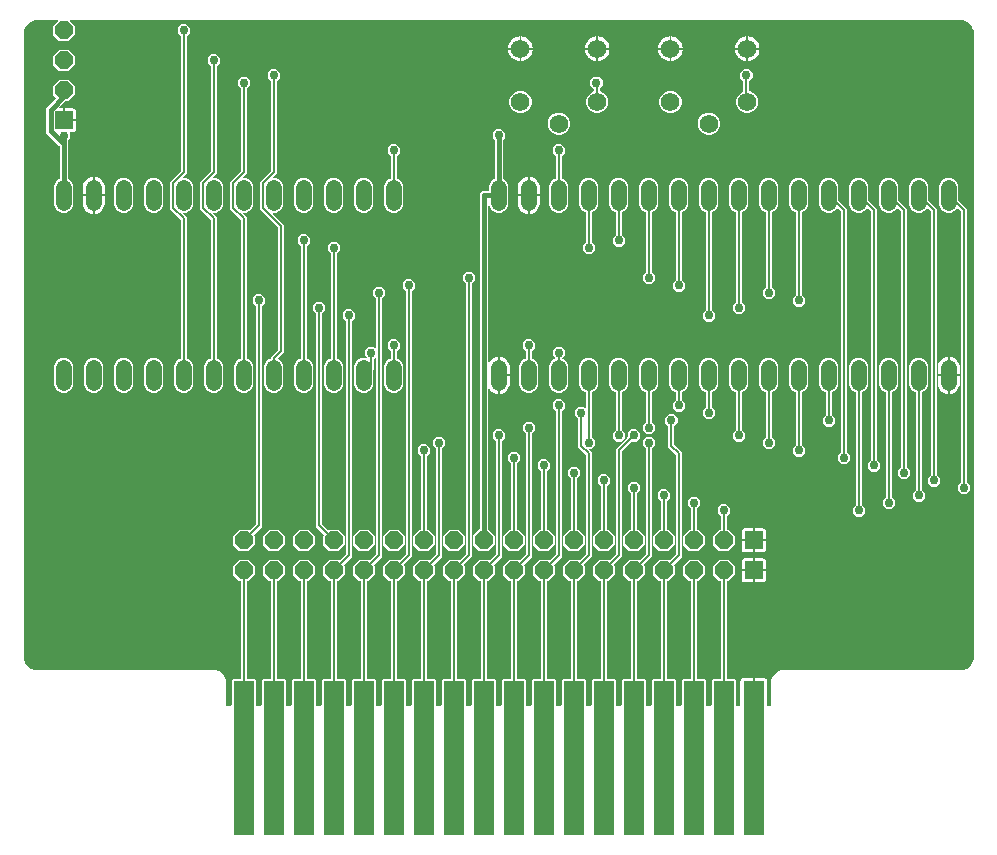
<source format=gtl>
G04 EAGLE Gerber RS-274X export*
G75*
%MOMM*%
%FSLAX34Y34*%
%LPD*%
%INTop Copper*%
%IPPOS*%
%AMOC8*
5,1,8,0,0,1.08239X$1,22.5*%
G01*
%ADD10C,1.320800*%
%ADD11R,1.524000X1.524000*%
%ADD12P,1.649562X8X292.500000*%
%ADD13P,1.649562X8X202.500000*%
%ADD14C,1.575000*%
%ADD15R,1.778000X13.000000*%
%ADD16C,0.756400*%
%ADD17C,0.203200*%
%ADD18C,0.406400*%

G36*
X484505Y120270D02*
X484505Y120270D01*
X484555Y120281D01*
X484606Y120283D01*
X484638Y120301D01*
X484674Y120309D01*
X484713Y120342D01*
X484758Y120366D01*
X484779Y120396D01*
X484807Y120419D01*
X484828Y120466D01*
X484858Y120508D01*
X484866Y120550D01*
X484878Y120578D01*
X484877Y120608D01*
X484885Y120650D01*
X484885Y141832D01*
X485778Y142725D01*
X492379Y142725D01*
X492429Y142736D01*
X492480Y142738D01*
X492512Y142756D01*
X492548Y142764D01*
X492587Y142797D01*
X492632Y142821D01*
X492653Y142851D01*
X492681Y142874D01*
X492702Y142921D01*
X492732Y142963D01*
X492740Y143005D01*
X492752Y143033D01*
X492751Y143063D01*
X492759Y143105D01*
X492759Y225425D01*
X492748Y225475D01*
X492746Y225526D01*
X492728Y225558D01*
X492720Y225594D01*
X492687Y225633D01*
X492663Y225678D01*
X492633Y225699D01*
X492610Y225727D01*
X492563Y225748D01*
X492521Y225778D01*
X492479Y225786D01*
X492451Y225798D01*
X492421Y225797D01*
X492379Y225805D01*
X491512Y225805D01*
X486155Y231162D01*
X486155Y238738D01*
X491512Y244095D01*
X499088Y244095D01*
X499701Y243482D01*
X499744Y243455D01*
X499782Y243420D01*
X499817Y243410D01*
X499848Y243390D01*
X499899Y243385D01*
X499948Y243371D01*
X499984Y243377D01*
X500021Y243374D01*
X500068Y243392D01*
X500118Y243401D01*
X500154Y243425D01*
X500182Y243435D01*
X500203Y243458D01*
X500239Y243482D01*
X505348Y248591D01*
X505388Y248656D01*
X505432Y248718D01*
X505434Y248730D01*
X505439Y248738D01*
X505443Y248775D01*
X505459Y248860D01*
X505459Y332749D01*
X505442Y332823D01*
X505429Y332898D01*
X505422Y332908D01*
X505420Y332918D01*
X505396Y332947D01*
X505348Y333018D01*
X499137Y339229D01*
X499137Y363150D01*
X499120Y363224D01*
X499107Y363299D01*
X499100Y363309D01*
X499098Y363319D01*
X499074Y363348D01*
X499026Y363419D01*
X496343Y366102D01*
X496343Y370498D01*
X499452Y373607D01*
X503848Y373607D01*
X504810Y372645D01*
X504832Y372631D01*
X504848Y372611D01*
X504905Y372586D01*
X504957Y372553D01*
X504983Y372551D01*
X505007Y372540D01*
X505068Y372543D01*
X505130Y372537D01*
X505154Y372546D01*
X505180Y372547D01*
X505234Y372576D01*
X505292Y372598D01*
X505309Y372617D01*
X505332Y372630D01*
X505367Y372680D01*
X505409Y372725D01*
X505417Y372750D01*
X505432Y372771D01*
X505448Y372856D01*
X505459Y372892D01*
X505457Y372902D01*
X505459Y372914D01*
X505459Y385446D01*
X505445Y385508D01*
X505438Y385571D01*
X505425Y385591D01*
X505420Y385615D01*
X505379Y385664D01*
X505345Y385717D01*
X505323Y385732D01*
X505310Y385748D01*
X505275Y385764D01*
X505225Y385797D01*
X503395Y386555D01*
X501109Y388841D01*
X499871Y391829D01*
X499871Y408271D01*
X501109Y411259D01*
X503395Y413545D01*
X506383Y414783D01*
X509617Y414783D01*
X512605Y413545D01*
X514891Y411259D01*
X516129Y408271D01*
X516129Y391829D01*
X514891Y388841D01*
X512605Y386555D01*
X510775Y385797D01*
X510724Y385760D01*
X510668Y385730D01*
X510654Y385710D01*
X510635Y385696D01*
X510605Y385640D01*
X510568Y385588D01*
X510563Y385562D01*
X510553Y385543D01*
X510552Y385505D01*
X510541Y385446D01*
X510541Y348022D01*
X510553Y347968D01*
X510554Y347939D01*
X510562Y347924D01*
X510571Y347873D01*
X510578Y347863D01*
X510580Y347853D01*
X510604Y347824D01*
X510652Y347753D01*
X513307Y345098D01*
X513307Y340702D01*
X510198Y337593D01*
X508877Y337593D01*
X508852Y337587D01*
X508826Y337590D01*
X508769Y337568D01*
X508708Y337554D01*
X508689Y337537D01*
X508664Y337528D01*
X508622Y337483D01*
X508575Y337444D01*
X508564Y337420D01*
X508547Y337401D01*
X508529Y337342D01*
X508504Y337285D01*
X508505Y337260D01*
X508498Y337235D01*
X508508Y337174D01*
X508510Y337112D01*
X508523Y337090D01*
X508527Y337064D01*
X508575Y336993D01*
X508593Y336960D01*
X508601Y336954D01*
X508608Y336944D01*
X510541Y335012D01*
X510541Y246598D01*
X508941Y244998D01*
X503832Y239889D01*
X503805Y239845D01*
X503770Y239808D01*
X503760Y239773D01*
X503740Y239741D01*
X503735Y239691D01*
X503721Y239642D01*
X503727Y239605D01*
X503724Y239569D01*
X503742Y239521D01*
X503751Y239471D01*
X503775Y239436D01*
X503785Y239407D01*
X503808Y239386D01*
X503832Y239351D01*
X504445Y238738D01*
X504445Y231162D01*
X499088Y225805D01*
X498221Y225805D01*
X498171Y225794D01*
X498120Y225792D01*
X498088Y225774D01*
X498052Y225766D01*
X498013Y225733D01*
X497968Y225709D01*
X497947Y225679D01*
X497919Y225656D01*
X497898Y225609D01*
X497868Y225567D01*
X497860Y225525D01*
X497848Y225497D01*
X497849Y225467D01*
X497841Y225425D01*
X497841Y143105D01*
X497852Y143055D01*
X497854Y143004D01*
X497872Y142972D01*
X497880Y142936D01*
X497913Y142897D01*
X497937Y142852D01*
X497967Y142831D01*
X497990Y142803D01*
X498037Y142782D01*
X498079Y142752D01*
X498121Y142744D01*
X498149Y142732D01*
X498179Y142733D01*
X498221Y142725D01*
X504822Y142725D01*
X505715Y141832D01*
X505715Y120650D01*
X505726Y120600D01*
X505728Y120549D01*
X505746Y120517D01*
X505754Y120481D01*
X505787Y120442D01*
X505811Y120397D01*
X505841Y120376D01*
X505864Y120348D01*
X505911Y120327D01*
X505953Y120297D01*
X505995Y120289D01*
X506023Y120277D01*
X506053Y120278D01*
X506095Y120270D01*
X509905Y120270D01*
X509955Y120281D01*
X510006Y120283D01*
X510038Y120301D01*
X510074Y120309D01*
X510113Y120342D01*
X510158Y120366D01*
X510179Y120396D01*
X510207Y120419D01*
X510228Y120466D01*
X510258Y120508D01*
X510266Y120550D01*
X510278Y120578D01*
X510277Y120608D01*
X510285Y120650D01*
X510285Y141832D01*
X511178Y142725D01*
X517779Y142725D01*
X517829Y142736D01*
X517880Y142738D01*
X517912Y142756D01*
X517948Y142764D01*
X517987Y142797D01*
X518032Y142821D01*
X518053Y142851D01*
X518081Y142874D01*
X518102Y142921D01*
X518132Y142963D01*
X518140Y143005D01*
X518152Y143033D01*
X518151Y143063D01*
X518159Y143105D01*
X518159Y225425D01*
X518148Y225475D01*
X518146Y225526D01*
X518128Y225558D01*
X518120Y225594D01*
X518087Y225633D01*
X518063Y225678D01*
X518033Y225699D01*
X518010Y225727D01*
X517963Y225748D01*
X517921Y225778D01*
X517879Y225786D01*
X517851Y225798D01*
X517821Y225797D01*
X517779Y225805D01*
X516912Y225805D01*
X511555Y231162D01*
X511555Y238738D01*
X516912Y244095D01*
X524488Y244095D01*
X525101Y243482D01*
X525144Y243455D01*
X525182Y243420D01*
X525217Y243410D01*
X525248Y243390D01*
X525299Y243385D01*
X525348Y243371D01*
X525384Y243377D01*
X525421Y243374D01*
X525468Y243392D01*
X525518Y243401D01*
X525554Y243425D01*
X525582Y243435D01*
X525603Y243458D01*
X525639Y243482D01*
X530748Y248591D01*
X530788Y248656D01*
X530832Y248718D01*
X530834Y248730D01*
X530839Y248738D01*
X530843Y248775D01*
X530859Y248860D01*
X530859Y337602D01*
X540682Y347425D01*
X540722Y347490D01*
X540766Y347552D01*
X540768Y347564D01*
X540773Y347572D01*
X540777Y347609D01*
X540793Y347694D01*
X540793Y351448D01*
X543902Y354557D01*
X548298Y354557D01*
X551407Y351448D01*
X551407Y347052D01*
X548298Y343943D01*
X544544Y343943D01*
X544470Y343926D01*
X544395Y343913D01*
X544385Y343906D01*
X544375Y343904D01*
X544346Y343880D01*
X544275Y343832D01*
X536052Y335609D01*
X536012Y335544D01*
X535968Y335482D01*
X535966Y335470D01*
X535961Y335462D01*
X535957Y335425D01*
X535941Y335340D01*
X535941Y246598D01*
X534341Y244998D01*
X529232Y239889D01*
X529205Y239845D01*
X529170Y239808D01*
X529160Y239773D01*
X529140Y239741D01*
X529135Y239691D01*
X529121Y239642D01*
X529127Y239605D01*
X529124Y239569D01*
X529142Y239521D01*
X529151Y239471D01*
X529175Y239436D01*
X529185Y239407D01*
X529208Y239386D01*
X529232Y239351D01*
X529845Y238738D01*
X529845Y231162D01*
X524488Y225805D01*
X523621Y225805D01*
X523571Y225794D01*
X523520Y225792D01*
X523488Y225774D01*
X523452Y225766D01*
X523413Y225733D01*
X523368Y225709D01*
X523347Y225679D01*
X523319Y225656D01*
X523298Y225609D01*
X523268Y225567D01*
X523260Y225525D01*
X523248Y225497D01*
X523249Y225467D01*
X523241Y225425D01*
X523241Y143105D01*
X523252Y143055D01*
X523254Y143004D01*
X523272Y142972D01*
X523280Y142936D01*
X523313Y142897D01*
X523337Y142852D01*
X523367Y142831D01*
X523390Y142803D01*
X523437Y142782D01*
X523479Y142752D01*
X523521Y142744D01*
X523549Y142732D01*
X523579Y142733D01*
X523621Y142725D01*
X530222Y142725D01*
X531115Y141832D01*
X531115Y120650D01*
X531126Y120600D01*
X531128Y120549D01*
X531146Y120517D01*
X531154Y120481D01*
X531187Y120442D01*
X531211Y120397D01*
X531241Y120376D01*
X531264Y120348D01*
X531311Y120327D01*
X531353Y120297D01*
X531395Y120289D01*
X531423Y120277D01*
X531453Y120278D01*
X531495Y120270D01*
X535305Y120270D01*
X535355Y120281D01*
X535406Y120283D01*
X535438Y120301D01*
X535474Y120309D01*
X535513Y120342D01*
X535558Y120366D01*
X535579Y120396D01*
X535607Y120419D01*
X535628Y120466D01*
X535658Y120508D01*
X535666Y120550D01*
X535678Y120578D01*
X535677Y120608D01*
X535685Y120650D01*
X535685Y141832D01*
X536578Y142725D01*
X543179Y142725D01*
X543229Y142736D01*
X543280Y142738D01*
X543312Y142756D01*
X543348Y142764D01*
X543387Y142797D01*
X543432Y142821D01*
X543453Y142851D01*
X543481Y142874D01*
X543502Y142921D01*
X543532Y142963D01*
X543540Y143005D01*
X543552Y143033D01*
X543551Y143063D01*
X543559Y143105D01*
X543559Y225425D01*
X543548Y225475D01*
X543546Y225526D01*
X543528Y225558D01*
X543520Y225594D01*
X543487Y225633D01*
X543463Y225678D01*
X543433Y225699D01*
X543410Y225727D01*
X543363Y225748D01*
X543321Y225778D01*
X543279Y225786D01*
X543251Y225798D01*
X543221Y225797D01*
X543179Y225805D01*
X542312Y225805D01*
X536955Y231162D01*
X536955Y238738D01*
X542312Y244095D01*
X549888Y244095D01*
X550501Y243482D01*
X550544Y243455D01*
X550582Y243420D01*
X550617Y243410D01*
X550648Y243390D01*
X550699Y243385D01*
X550748Y243371D01*
X550784Y243377D01*
X550821Y243374D01*
X550868Y243392D01*
X550918Y243401D01*
X550954Y243425D01*
X550982Y243435D01*
X551003Y243458D01*
X551039Y243482D01*
X556148Y248591D01*
X556188Y248656D01*
X556232Y248718D01*
X556234Y248730D01*
X556239Y248738D01*
X556243Y248775D01*
X556259Y248860D01*
X556259Y337778D01*
X556247Y337829D01*
X556246Y337873D01*
X556235Y337893D01*
X556229Y337927D01*
X556222Y337937D01*
X556220Y337947D01*
X556196Y337976D01*
X556165Y338022D01*
X556163Y338026D01*
X556162Y338026D01*
X556148Y338047D01*
X553493Y340702D01*
X553493Y345098D01*
X556602Y348207D01*
X560998Y348207D01*
X564107Y345098D01*
X564107Y340702D01*
X561452Y338047D01*
X561431Y338014D01*
X561419Y338003D01*
X561405Y337972D01*
X561368Y337921D01*
X561366Y337909D01*
X561361Y337900D01*
X561358Y337867D01*
X561348Y337845D01*
X561349Y337819D01*
X561341Y337778D01*
X561341Y246598D01*
X559741Y244998D01*
X554632Y239889D01*
X554605Y239845D01*
X554570Y239808D01*
X554560Y239773D01*
X554540Y239741D01*
X554535Y239691D01*
X554521Y239642D01*
X554527Y239605D01*
X554524Y239569D01*
X554542Y239521D01*
X554551Y239471D01*
X554575Y239436D01*
X554585Y239407D01*
X554608Y239386D01*
X554632Y239351D01*
X555245Y238738D01*
X555245Y231162D01*
X549888Y225805D01*
X549021Y225805D01*
X548971Y225794D01*
X548920Y225792D01*
X548888Y225774D01*
X548852Y225766D01*
X548813Y225733D01*
X548768Y225709D01*
X548747Y225679D01*
X548719Y225656D01*
X548698Y225609D01*
X548668Y225567D01*
X548660Y225525D01*
X548648Y225497D01*
X548649Y225467D01*
X548641Y225425D01*
X548641Y143105D01*
X548652Y143055D01*
X548654Y143004D01*
X548672Y142972D01*
X548680Y142936D01*
X548713Y142897D01*
X548737Y142852D01*
X548767Y142831D01*
X548790Y142803D01*
X548837Y142782D01*
X548879Y142752D01*
X548921Y142744D01*
X548949Y142732D01*
X548979Y142733D01*
X549021Y142725D01*
X555622Y142725D01*
X556515Y141832D01*
X556515Y120650D01*
X556526Y120600D01*
X556528Y120549D01*
X556546Y120517D01*
X556554Y120481D01*
X556587Y120442D01*
X556611Y120397D01*
X556641Y120376D01*
X556664Y120348D01*
X556711Y120327D01*
X556753Y120297D01*
X556795Y120289D01*
X556823Y120277D01*
X556853Y120278D01*
X556895Y120270D01*
X560705Y120270D01*
X560755Y120281D01*
X560806Y120283D01*
X560838Y120301D01*
X560874Y120309D01*
X560913Y120342D01*
X560958Y120366D01*
X560979Y120396D01*
X561007Y120419D01*
X561028Y120466D01*
X561058Y120508D01*
X561066Y120550D01*
X561078Y120578D01*
X561077Y120608D01*
X561085Y120650D01*
X561085Y141832D01*
X561978Y142725D01*
X568579Y142725D01*
X568629Y142736D01*
X568680Y142738D01*
X568712Y142756D01*
X568748Y142764D01*
X568787Y142797D01*
X568832Y142821D01*
X568853Y142851D01*
X568881Y142874D01*
X568902Y142921D01*
X568932Y142963D01*
X568940Y143005D01*
X568952Y143033D01*
X568951Y143063D01*
X568959Y143105D01*
X568959Y225425D01*
X568948Y225475D01*
X568946Y225526D01*
X568928Y225558D01*
X568920Y225594D01*
X568887Y225633D01*
X568863Y225678D01*
X568833Y225699D01*
X568810Y225727D01*
X568763Y225748D01*
X568721Y225778D01*
X568679Y225786D01*
X568651Y225798D01*
X568621Y225797D01*
X568579Y225805D01*
X567712Y225805D01*
X562355Y231162D01*
X562355Y238738D01*
X567712Y244095D01*
X575288Y244095D01*
X575901Y243482D01*
X575944Y243455D01*
X575982Y243420D01*
X576017Y243410D01*
X576048Y243390D01*
X576099Y243385D01*
X576148Y243371D01*
X576184Y243377D01*
X576220Y243374D01*
X576268Y243392D01*
X576318Y243401D01*
X576354Y243425D01*
X576382Y243435D01*
X576403Y243458D01*
X576439Y243482D01*
X581548Y248591D01*
X581588Y248656D01*
X581632Y248718D01*
X581634Y248730D01*
X581639Y248738D01*
X581643Y248775D01*
X581659Y248860D01*
X581659Y332749D01*
X581642Y332823D01*
X581629Y332898D01*
X581622Y332908D01*
X581620Y332918D01*
X581596Y332947D01*
X581548Y333018D01*
X575337Y339229D01*
X575337Y356800D01*
X575325Y356853D01*
X575324Y356886D01*
X575315Y356902D01*
X575307Y356949D01*
X575300Y356959D01*
X575298Y356969D01*
X575274Y356998D01*
X575226Y357069D01*
X572543Y359752D01*
X572543Y364148D01*
X575652Y367257D01*
X580048Y367257D01*
X583157Y364148D01*
X583157Y359752D01*
X580530Y357125D01*
X580490Y357061D01*
X580446Y356999D01*
X580444Y356987D01*
X580439Y356978D01*
X580435Y356941D01*
X580419Y356856D01*
X580419Y341491D01*
X580436Y341417D01*
X580449Y341342D01*
X580456Y341332D01*
X580458Y341323D01*
X580482Y341294D01*
X580530Y341222D01*
X586741Y335012D01*
X586741Y246598D01*
X580032Y239889D01*
X580005Y239845D01*
X579970Y239808D01*
X579960Y239773D01*
X579940Y239741D01*
X579935Y239691D01*
X579921Y239642D01*
X579927Y239605D01*
X579924Y239569D01*
X579942Y239521D01*
X579951Y239471D01*
X579975Y239436D01*
X579985Y239407D01*
X580008Y239386D01*
X580032Y239351D01*
X580645Y238738D01*
X580645Y231162D01*
X575288Y225805D01*
X574421Y225805D01*
X574371Y225794D01*
X574320Y225792D01*
X574288Y225774D01*
X574252Y225766D01*
X574213Y225733D01*
X574168Y225709D01*
X574147Y225679D01*
X574119Y225656D01*
X574098Y225609D01*
X574068Y225567D01*
X574060Y225525D01*
X574048Y225497D01*
X574049Y225467D01*
X574041Y225425D01*
X574041Y143105D01*
X574052Y143055D01*
X574054Y143004D01*
X574072Y142972D01*
X574080Y142936D01*
X574113Y142897D01*
X574137Y142852D01*
X574167Y142831D01*
X574190Y142803D01*
X574237Y142782D01*
X574279Y142752D01*
X574321Y142744D01*
X574349Y142732D01*
X574379Y142733D01*
X574421Y142725D01*
X581022Y142725D01*
X581915Y141832D01*
X581915Y120650D01*
X581926Y120600D01*
X581928Y120549D01*
X581946Y120517D01*
X581954Y120481D01*
X581987Y120442D01*
X582011Y120397D01*
X582041Y120376D01*
X582064Y120348D01*
X582111Y120327D01*
X582153Y120297D01*
X582195Y120289D01*
X582223Y120277D01*
X582253Y120278D01*
X582295Y120270D01*
X586105Y120270D01*
X586155Y120281D01*
X586206Y120283D01*
X586238Y120301D01*
X586274Y120309D01*
X586313Y120342D01*
X586358Y120366D01*
X586379Y120396D01*
X586407Y120419D01*
X586428Y120466D01*
X586458Y120508D01*
X586466Y120550D01*
X586478Y120578D01*
X586477Y120608D01*
X586485Y120650D01*
X586485Y141832D01*
X587378Y142725D01*
X593979Y142725D01*
X594029Y142736D01*
X594080Y142738D01*
X594112Y142756D01*
X594148Y142764D01*
X594187Y142797D01*
X594232Y142821D01*
X594253Y142851D01*
X594281Y142874D01*
X594302Y142921D01*
X594332Y142963D01*
X594340Y143005D01*
X594352Y143033D01*
X594351Y143063D01*
X594359Y143105D01*
X594359Y225425D01*
X594348Y225475D01*
X594346Y225526D01*
X594328Y225558D01*
X594320Y225594D01*
X594287Y225633D01*
X594263Y225678D01*
X594233Y225699D01*
X594210Y225727D01*
X594163Y225748D01*
X594121Y225778D01*
X594079Y225786D01*
X594051Y225798D01*
X594021Y225797D01*
X593979Y225805D01*
X593112Y225805D01*
X587755Y231162D01*
X587755Y238738D01*
X593112Y244095D01*
X600688Y244095D01*
X606045Y238738D01*
X606045Y231162D01*
X600688Y225805D01*
X599821Y225805D01*
X599771Y225794D01*
X599720Y225792D01*
X599688Y225774D01*
X599652Y225766D01*
X599613Y225733D01*
X599568Y225709D01*
X599547Y225679D01*
X599519Y225656D01*
X599498Y225609D01*
X599468Y225567D01*
X599460Y225525D01*
X599448Y225497D01*
X599449Y225467D01*
X599441Y225425D01*
X599441Y143105D01*
X599452Y143055D01*
X599454Y143004D01*
X599472Y142972D01*
X599480Y142936D01*
X599513Y142897D01*
X599537Y142852D01*
X599567Y142831D01*
X599590Y142803D01*
X599637Y142782D01*
X599679Y142752D01*
X599721Y142744D01*
X599749Y142732D01*
X599779Y142733D01*
X599821Y142725D01*
X606422Y142725D01*
X607315Y141832D01*
X607315Y120650D01*
X607326Y120600D01*
X607328Y120549D01*
X607346Y120517D01*
X607354Y120481D01*
X607387Y120442D01*
X607411Y120397D01*
X607441Y120376D01*
X607464Y120348D01*
X607511Y120327D01*
X607553Y120297D01*
X607595Y120289D01*
X607623Y120277D01*
X607653Y120278D01*
X607695Y120270D01*
X611505Y120270D01*
X611555Y120281D01*
X611606Y120283D01*
X611638Y120301D01*
X611674Y120309D01*
X611713Y120342D01*
X611758Y120366D01*
X611779Y120396D01*
X611807Y120419D01*
X611828Y120466D01*
X611858Y120508D01*
X611866Y120550D01*
X611878Y120578D01*
X611877Y120608D01*
X611885Y120650D01*
X611885Y141832D01*
X612778Y142725D01*
X619379Y142725D01*
X619429Y142736D01*
X619480Y142738D01*
X619512Y142756D01*
X619548Y142764D01*
X619587Y142797D01*
X619632Y142821D01*
X619653Y142851D01*
X619681Y142874D01*
X619702Y142921D01*
X619732Y142963D01*
X619740Y143005D01*
X619752Y143033D01*
X619751Y143063D01*
X619759Y143105D01*
X619759Y225425D01*
X619748Y225475D01*
X619746Y225526D01*
X619728Y225558D01*
X619720Y225594D01*
X619687Y225633D01*
X619663Y225678D01*
X619633Y225699D01*
X619610Y225727D01*
X619563Y225748D01*
X619521Y225778D01*
X619479Y225786D01*
X619451Y225798D01*
X619421Y225797D01*
X619379Y225805D01*
X618512Y225805D01*
X613155Y231162D01*
X613155Y238738D01*
X618512Y244095D01*
X626088Y244095D01*
X631445Y238738D01*
X631445Y231162D01*
X626088Y225805D01*
X625221Y225805D01*
X625171Y225794D01*
X625120Y225792D01*
X625088Y225774D01*
X625052Y225766D01*
X625013Y225733D01*
X624968Y225709D01*
X624947Y225679D01*
X624919Y225656D01*
X624898Y225609D01*
X624868Y225567D01*
X624860Y225525D01*
X624848Y225497D01*
X624849Y225467D01*
X624841Y225425D01*
X624841Y143105D01*
X624852Y143055D01*
X624854Y143004D01*
X624872Y142972D01*
X624880Y142936D01*
X624913Y142897D01*
X624937Y142852D01*
X624967Y142831D01*
X624990Y142803D01*
X625037Y142782D01*
X625079Y142752D01*
X625121Y142744D01*
X625149Y142732D01*
X625179Y142733D01*
X625221Y142725D01*
X631822Y142725D01*
X632715Y141832D01*
X632715Y120650D01*
X632726Y120600D01*
X632728Y120549D01*
X632746Y120517D01*
X632754Y120481D01*
X632787Y120442D01*
X632811Y120397D01*
X632841Y120376D01*
X632864Y120348D01*
X632911Y120327D01*
X632953Y120297D01*
X632995Y120289D01*
X633023Y120277D01*
X633053Y120278D01*
X633095Y120270D01*
X635889Y120270D01*
X635939Y120281D01*
X635990Y120283D01*
X636022Y120301D01*
X636058Y120309D01*
X636097Y120342D01*
X636142Y120366D01*
X636163Y120396D01*
X636191Y120419D01*
X636212Y120466D01*
X636242Y120508D01*
X636250Y120550D01*
X636262Y120578D01*
X636261Y120608D01*
X636269Y120650D01*
X636269Y141535D01*
X636442Y142181D01*
X636777Y142760D01*
X637250Y143233D01*
X637829Y143568D01*
X638475Y143741D01*
X646939Y143741D01*
X646939Y120650D01*
X646950Y120600D01*
X646952Y120549D01*
X646970Y120517D01*
X646978Y120481D01*
X647011Y120442D01*
X647035Y120397D01*
X647065Y120376D01*
X647088Y120348D01*
X647135Y120327D01*
X647177Y120297D01*
X647219Y120289D01*
X647247Y120277D01*
X647277Y120278D01*
X647319Y120270D01*
X648081Y120270D01*
X648131Y120281D01*
X648182Y120283D01*
X648214Y120301D01*
X648250Y120309D01*
X648289Y120342D01*
X648334Y120366D01*
X648355Y120396D01*
X648383Y120419D01*
X648404Y120466D01*
X648434Y120508D01*
X648442Y120550D01*
X648454Y120578D01*
X648453Y120608D01*
X648461Y120650D01*
X648461Y143741D01*
X656925Y143741D01*
X657571Y143568D01*
X658150Y143233D01*
X658623Y142760D01*
X658958Y142181D01*
X659131Y141535D01*
X659131Y120650D01*
X659142Y120600D01*
X659144Y120549D01*
X659162Y120517D01*
X659170Y120481D01*
X659203Y120442D01*
X659227Y120397D01*
X659257Y120376D01*
X659280Y120348D01*
X659327Y120327D01*
X659369Y120297D01*
X659411Y120289D01*
X659439Y120277D01*
X659469Y120278D01*
X659511Y120270D01*
X662178Y120270D01*
X662228Y120281D01*
X662279Y120283D01*
X662311Y120301D01*
X662347Y120309D01*
X662386Y120342D01*
X662431Y120366D01*
X662452Y120396D01*
X662480Y120419D01*
X662501Y120466D01*
X662531Y120508D01*
X662539Y120550D01*
X662551Y120578D01*
X662550Y120608D01*
X662558Y120650D01*
X662558Y141797D01*
X664163Y145671D01*
X667129Y148637D01*
X671003Y150242D01*
X822870Y150242D01*
X822883Y150245D01*
X822900Y150243D01*
X824583Y150375D01*
X824617Y150386D01*
X824670Y150393D01*
X827871Y151433D01*
X827904Y151453D01*
X827977Y151487D01*
X830700Y153465D01*
X830726Y153494D01*
X830785Y153550D01*
X832763Y156273D01*
X832778Y156308D01*
X832817Y156379D01*
X833857Y159580D01*
X833860Y159615D01*
X833875Y159667D01*
X834007Y161350D01*
X834005Y161364D01*
X834008Y161380D01*
X834008Y689520D01*
X834005Y689533D01*
X834007Y689550D01*
X833875Y691233D01*
X833864Y691267D01*
X833857Y691320D01*
X832817Y694521D01*
X832797Y694554D01*
X832763Y694627D01*
X830785Y697350D01*
X830776Y697358D01*
X830774Y697362D01*
X830760Y697372D01*
X830756Y697376D01*
X830700Y697435D01*
X827977Y699413D01*
X827942Y699428D01*
X827871Y699467D01*
X824670Y700507D01*
X824635Y700510D01*
X824583Y700525D01*
X822900Y700657D01*
X822886Y700655D01*
X822870Y700658D01*
X68842Y700658D01*
X68817Y700652D01*
X68791Y700655D01*
X68734Y700633D01*
X68674Y700619D01*
X68654Y700602D01*
X68630Y700593D01*
X68588Y700548D01*
X68540Y700509D01*
X68529Y700485D01*
X68512Y700466D01*
X68494Y700407D01*
X68469Y700350D01*
X68470Y700325D01*
X68463Y700300D01*
X68473Y700239D01*
X68476Y700177D01*
X68488Y700155D01*
X68492Y700129D01*
X68541Y700058D01*
X68558Y700025D01*
X68567Y700019D01*
X68573Y700009D01*
X72645Y695938D01*
X72645Y688362D01*
X67288Y683005D01*
X59712Y683005D01*
X54355Y688362D01*
X54355Y695938D01*
X58427Y700009D01*
X58440Y700031D01*
X58460Y700047D01*
X58485Y700104D01*
X58518Y700156D01*
X58520Y700182D01*
X58531Y700206D01*
X58529Y700267D01*
X58535Y700329D01*
X58525Y700353D01*
X58524Y700379D01*
X58495Y700433D01*
X58473Y700491D01*
X58454Y700508D01*
X58442Y700531D01*
X58391Y700566D01*
X58346Y700608D01*
X58321Y700616D01*
X58300Y700631D01*
X58215Y700647D01*
X58180Y700658D01*
X58170Y700656D01*
X58158Y700658D01*
X40730Y700658D01*
X40717Y700655D01*
X40700Y700657D01*
X39017Y700525D01*
X38983Y700514D01*
X38930Y700507D01*
X35729Y699467D01*
X35696Y699447D01*
X35623Y699413D01*
X32900Y697435D01*
X32874Y697406D01*
X32815Y697350D01*
X30837Y694627D01*
X30822Y694592D01*
X30783Y694521D01*
X29743Y691320D01*
X29740Y691285D01*
X29725Y691233D01*
X29593Y689550D01*
X29595Y689536D01*
X29592Y689520D01*
X29592Y161380D01*
X29595Y161367D01*
X29593Y161350D01*
X29725Y159667D01*
X29736Y159633D01*
X29743Y159580D01*
X30783Y156379D01*
X30803Y156346D01*
X30837Y156273D01*
X32815Y153550D01*
X32844Y153524D01*
X32900Y153465D01*
X35623Y151487D01*
X35658Y151472D01*
X35729Y151433D01*
X38930Y150393D01*
X38965Y150390D01*
X39017Y150375D01*
X40700Y150243D01*
X40714Y150245D01*
X40730Y150242D01*
X192597Y150242D01*
X196471Y148637D01*
X199437Y145671D01*
X201042Y141797D01*
X201042Y120650D01*
X201053Y120600D01*
X201055Y120549D01*
X201073Y120517D01*
X201081Y120481D01*
X201114Y120442D01*
X201138Y120397D01*
X201168Y120376D01*
X201191Y120348D01*
X201238Y120327D01*
X201280Y120297D01*
X201322Y120289D01*
X201350Y120277D01*
X201380Y120278D01*
X201422Y120270D01*
X205105Y120270D01*
X205155Y120281D01*
X205206Y120283D01*
X205238Y120301D01*
X205274Y120309D01*
X205313Y120342D01*
X205358Y120366D01*
X205379Y120396D01*
X205407Y120419D01*
X205428Y120466D01*
X205458Y120508D01*
X205466Y120550D01*
X205478Y120578D01*
X205477Y120608D01*
X205485Y120650D01*
X205485Y141832D01*
X206378Y142725D01*
X212979Y142725D01*
X213029Y142736D01*
X213080Y142738D01*
X213112Y142756D01*
X213148Y142764D01*
X213187Y142797D01*
X213232Y142821D01*
X213253Y142851D01*
X213281Y142874D01*
X213302Y142921D01*
X213332Y142963D01*
X213340Y143005D01*
X213352Y143033D01*
X213351Y143063D01*
X213359Y143105D01*
X213359Y225425D01*
X213348Y225475D01*
X213346Y225526D01*
X213328Y225558D01*
X213320Y225594D01*
X213287Y225633D01*
X213263Y225678D01*
X213233Y225699D01*
X213210Y225727D01*
X213163Y225748D01*
X213121Y225778D01*
X213079Y225786D01*
X213051Y225798D01*
X213021Y225797D01*
X212979Y225805D01*
X212112Y225805D01*
X206755Y231162D01*
X206755Y238738D01*
X212112Y244095D01*
X219688Y244095D01*
X225045Y238738D01*
X225045Y231162D01*
X219688Y225805D01*
X218821Y225805D01*
X218771Y225794D01*
X218720Y225792D01*
X218688Y225774D01*
X218652Y225766D01*
X218613Y225733D01*
X218568Y225709D01*
X218547Y225679D01*
X218519Y225656D01*
X218498Y225609D01*
X218468Y225567D01*
X218460Y225525D01*
X218448Y225497D01*
X218449Y225467D01*
X218441Y225425D01*
X218441Y143105D01*
X218452Y143055D01*
X218454Y143004D01*
X218472Y142972D01*
X218480Y142936D01*
X218513Y142897D01*
X218537Y142852D01*
X218567Y142831D01*
X218590Y142803D01*
X218637Y142782D01*
X218679Y142752D01*
X218721Y142744D01*
X218749Y142732D01*
X218779Y142733D01*
X218821Y142725D01*
X225422Y142725D01*
X226315Y141832D01*
X226315Y120650D01*
X226326Y120600D01*
X226328Y120549D01*
X226346Y120517D01*
X226354Y120481D01*
X226387Y120442D01*
X226411Y120397D01*
X226441Y120376D01*
X226464Y120348D01*
X226511Y120327D01*
X226553Y120297D01*
X226595Y120289D01*
X226623Y120277D01*
X226653Y120278D01*
X226695Y120270D01*
X230505Y120270D01*
X230555Y120281D01*
X230606Y120283D01*
X230638Y120301D01*
X230674Y120309D01*
X230713Y120342D01*
X230758Y120366D01*
X230779Y120396D01*
X230807Y120419D01*
X230828Y120466D01*
X230858Y120508D01*
X230866Y120550D01*
X230878Y120578D01*
X230877Y120608D01*
X230885Y120650D01*
X230885Y141832D01*
X231778Y142725D01*
X238379Y142725D01*
X238429Y142736D01*
X238480Y142738D01*
X238512Y142756D01*
X238548Y142764D01*
X238587Y142797D01*
X238632Y142821D01*
X238653Y142851D01*
X238681Y142874D01*
X238702Y142921D01*
X238732Y142963D01*
X238740Y143005D01*
X238752Y143033D01*
X238751Y143063D01*
X238759Y143105D01*
X238759Y225425D01*
X238748Y225475D01*
X238746Y225526D01*
X238728Y225558D01*
X238720Y225594D01*
X238687Y225633D01*
X238663Y225678D01*
X238633Y225699D01*
X238610Y225727D01*
X238563Y225748D01*
X238521Y225778D01*
X238479Y225786D01*
X238451Y225798D01*
X238421Y225797D01*
X238379Y225805D01*
X237512Y225805D01*
X232155Y231162D01*
X232155Y238738D01*
X237512Y244095D01*
X245088Y244095D01*
X250445Y238738D01*
X250445Y231162D01*
X245088Y225805D01*
X244221Y225805D01*
X244171Y225794D01*
X244120Y225792D01*
X244088Y225774D01*
X244052Y225766D01*
X244013Y225733D01*
X243968Y225709D01*
X243947Y225679D01*
X243919Y225656D01*
X243898Y225609D01*
X243868Y225567D01*
X243860Y225525D01*
X243848Y225497D01*
X243849Y225467D01*
X243841Y225425D01*
X243841Y143105D01*
X243852Y143055D01*
X243854Y143004D01*
X243872Y142972D01*
X243880Y142936D01*
X243913Y142897D01*
X243937Y142852D01*
X243967Y142831D01*
X243990Y142803D01*
X244037Y142782D01*
X244079Y142752D01*
X244121Y142744D01*
X244149Y142732D01*
X244179Y142733D01*
X244221Y142725D01*
X250822Y142725D01*
X251715Y141832D01*
X251715Y120650D01*
X251726Y120600D01*
X251728Y120549D01*
X251746Y120517D01*
X251754Y120481D01*
X251787Y120442D01*
X251811Y120397D01*
X251841Y120376D01*
X251864Y120348D01*
X251911Y120327D01*
X251953Y120297D01*
X251995Y120289D01*
X252023Y120277D01*
X252053Y120278D01*
X252095Y120270D01*
X255905Y120270D01*
X255955Y120281D01*
X256006Y120283D01*
X256038Y120301D01*
X256074Y120309D01*
X256113Y120342D01*
X256158Y120366D01*
X256179Y120396D01*
X256207Y120419D01*
X256228Y120466D01*
X256258Y120508D01*
X256266Y120550D01*
X256278Y120578D01*
X256277Y120608D01*
X256285Y120650D01*
X256285Y141832D01*
X257178Y142725D01*
X263779Y142725D01*
X263829Y142736D01*
X263880Y142738D01*
X263912Y142756D01*
X263948Y142764D01*
X263987Y142797D01*
X264032Y142821D01*
X264053Y142851D01*
X264081Y142874D01*
X264102Y142921D01*
X264132Y142963D01*
X264140Y143005D01*
X264152Y143033D01*
X264151Y143063D01*
X264159Y143105D01*
X264159Y225425D01*
X264148Y225475D01*
X264146Y225526D01*
X264128Y225558D01*
X264120Y225594D01*
X264087Y225633D01*
X264063Y225678D01*
X264033Y225699D01*
X264010Y225727D01*
X263963Y225748D01*
X263921Y225778D01*
X263879Y225786D01*
X263851Y225798D01*
X263821Y225797D01*
X263779Y225805D01*
X262912Y225805D01*
X257555Y231162D01*
X257555Y238738D01*
X262912Y244095D01*
X270488Y244095D01*
X275845Y238738D01*
X275845Y231162D01*
X270488Y225805D01*
X269621Y225805D01*
X269571Y225794D01*
X269520Y225792D01*
X269488Y225774D01*
X269452Y225766D01*
X269413Y225733D01*
X269368Y225709D01*
X269347Y225679D01*
X269319Y225656D01*
X269298Y225609D01*
X269268Y225567D01*
X269260Y225525D01*
X269248Y225497D01*
X269249Y225467D01*
X269241Y225425D01*
X269241Y143105D01*
X269252Y143055D01*
X269254Y143004D01*
X269272Y142972D01*
X269280Y142936D01*
X269313Y142897D01*
X269337Y142852D01*
X269367Y142831D01*
X269390Y142803D01*
X269437Y142782D01*
X269479Y142752D01*
X269521Y142744D01*
X269549Y142732D01*
X269579Y142733D01*
X269621Y142725D01*
X276222Y142725D01*
X277115Y141832D01*
X277115Y120650D01*
X277126Y120600D01*
X277128Y120549D01*
X277146Y120517D01*
X277154Y120481D01*
X277187Y120442D01*
X277211Y120397D01*
X277241Y120376D01*
X277264Y120348D01*
X277311Y120327D01*
X277353Y120297D01*
X277395Y120289D01*
X277423Y120277D01*
X277453Y120278D01*
X277495Y120270D01*
X281305Y120270D01*
X281355Y120281D01*
X281406Y120283D01*
X281438Y120301D01*
X281474Y120309D01*
X281513Y120342D01*
X281558Y120366D01*
X281579Y120396D01*
X281607Y120419D01*
X281628Y120466D01*
X281658Y120508D01*
X281666Y120550D01*
X281678Y120578D01*
X281677Y120608D01*
X281685Y120650D01*
X281685Y141832D01*
X282578Y142725D01*
X289179Y142725D01*
X289229Y142736D01*
X289280Y142738D01*
X289312Y142756D01*
X289348Y142764D01*
X289387Y142797D01*
X289432Y142821D01*
X289453Y142851D01*
X289481Y142874D01*
X289502Y142921D01*
X289532Y142963D01*
X289540Y143005D01*
X289552Y143033D01*
X289551Y143063D01*
X289559Y143105D01*
X289559Y225425D01*
X289548Y225475D01*
X289546Y225526D01*
X289528Y225558D01*
X289520Y225594D01*
X289487Y225633D01*
X289463Y225678D01*
X289433Y225699D01*
X289410Y225727D01*
X289363Y225748D01*
X289321Y225778D01*
X289279Y225786D01*
X289251Y225798D01*
X289221Y225797D01*
X289179Y225805D01*
X288312Y225805D01*
X282955Y231162D01*
X282955Y238738D01*
X288312Y244095D01*
X295888Y244095D01*
X296501Y243482D01*
X296544Y243455D01*
X296582Y243420D01*
X296617Y243410D01*
X296648Y243390D01*
X296699Y243385D01*
X296748Y243371D01*
X296784Y243377D01*
X296820Y243374D01*
X296868Y243392D01*
X296918Y243401D01*
X296954Y243425D01*
X296982Y243435D01*
X297003Y243458D01*
X297039Y243482D01*
X302148Y248591D01*
X302188Y248656D01*
X302232Y248718D01*
X302234Y248730D01*
X302239Y248738D01*
X302243Y248775D01*
X302259Y248860D01*
X302259Y445728D01*
X302242Y445802D01*
X302229Y445877D01*
X302222Y445887D01*
X302220Y445897D01*
X302196Y445926D01*
X302148Y445997D01*
X299493Y448652D01*
X299493Y453048D01*
X302602Y456157D01*
X306998Y456157D01*
X310107Y453048D01*
X310107Y448652D01*
X307452Y445997D01*
X307412Y445933D01*
X307368Y445871D01*
X307366Y445859D01*
X307361Y445850D01*
X307357Y445813D01*
X307341Y445728D01*
X307341Y246598D01*
X300632Y239889D01*
X300605Y239845D01*
X300570Y239808D01*
X300560Y239773D01*
X300540Y239741D01*
X300535Y239691D01*
X300521Y239642D01*
X300527Y239605D01*
X300524Y239569D01*
X300542Y239521D01*
X300551Y239471D01*
X300575Y239436D01*
X300585Y239407D01*
X300608Y239386D01*
X300632Y239351D01*
X301245Y238738D01*
X301245Y231162D01*
X295888Y225805D01*
X295021Y225805D01*
X294971Y225794D01*
X294920Y225792D01*
X294888Y225774D01*
X294852Y225766D01*
X294813Y225733D01*
X294768Y225709D01*
X294747Y225679D01*
X294719Y225656D01*
X294698Y225609D01*
X294668Y225567D01*
X294660Y225525D01*
X294648Y225497D01*
X294649Y225467D01*
X294641Y225425D01*
X294641Y143105D01*
X294652Y143055D01*
X294654Y143004D01*
X294672Y142972D01*
X294680Y142936D01*
X294713Y142897D01*
X294737Y142852D01*
X294767Y142831D01*
X294790Y142803D01*
X294837Y142782D01*
X294879Y142752D01*
X294921Y142744D01*
X294949Y142732D01*
X294979Y142733D01*
X295021Y142725D01*
X301622Y142725D01*
X302515Y141832D01*
X302515Y120650D01*
X302526Y120600D01*
X302528Y120549D01*
X302546Y120517D01*
X302554Y120481D01*
X302587Y120442D01*
X302611Y120397D01*
X302641Y120376D01*
X302664Y120348D01*
X302711Y120327D01*
X302753Y120297D01*
X302795Y120289D01*
X302823Y120277D01*
X302853Y120278D01*
X302895Y120270D01*
X306705Y120270D01*
X306755Y120281D01*
X306806Y120283D01*
X306838Y120301D01*
X306874Y120309D01*
X306913Y120342D01*
X306958Y120366D01*
X306979Y120396D01*
X307007Y120419D01*
X307028Y120466D01*
X307058Y120508D01*
X307066Y120550D01*
X307078Y120578D01*
X307077Y120608D01*
X307085Y120650D01*
X307085Y141832D01*
X307978Y142725D01*
X314579Y142725D01*
X314629Y142736D01*
X314680Y142738D01*
X314712Y142756D01*
X314748Y142764D01*
X314787Y142797D01*
X314832Y142821D01*
X314853Y142851D01*
X314881Y142874D01*
X314902Y142921D01*
X314932Y142963D01*
X314940Y143005D01*
X314952Y143033D01*
X314951Y143063D01*
X314959Y143105D01*
X314959Y225425D01*
X314948Y225475D01*
X314946Y225526D01*
X314928Y225558D01*
X314920Y225594D01*
X314887Y225633D01*
X314863Y225678D01*
X314833Y225699D01*
X314810Y225727D01*
X314763Y225748D01*
X314721Y225778D01*
X314679Y225786D01*
X314651Y225798D01*
X314621Y225797D01*
X314579Y225805D01*
X313712Y225805D01*
X308355Y231162D01*
X308355Y238738D01*
X313712Y244095D01*
X321288Y244095D01*
X321901Y243482D01*
X321944Y243455D01*
X321982Y243420D01*
X322017Y243410D01*
X322048Y243390D01*
X322099Y243385D01*
X322148Y243371D01*
X322184Y243377D01*
X322220Y243374D01*
X322268Y243392D01*
X322318Y243401D01*
X322354Y243425D01*
X322382Y243435D01*
X322403Y243458D01*
X322439Y243482D01*
X327548Y248591D01*
X327588Y248656D01*
X327632Y248718D01*
X327634Y248730D01*
X327639Y248738D01*
X327643Y248775D01*
X327659Y248860D01*
X327659Y414486D01*
X327653Y414512D01*
X327656Y414537D01*
X327634Y414595D01*
X327620Y414655D01*
X327603Y414675D01*
X327594Y414699D01*
X327549Y414741D01*
X327510Y414789D01*
X327486Y414799D01*
X327467Y414817D01*
X327408Y414834D01*
X327351Y414860D01*
X327326Y414859D01*
X327301Y414866D01*
X327240Y414855D01*
X327178Y414853D01*
X327156Y414841D01*
X327130Y414836D01*
X327059Y414788D01*
X327026Y414770D01*
X327020Y414762D01*
X327010Y414755D01*
X326502Y414247D01*
X326462Y414183D01*
X326418Y414121D01*
X326416Y414109D01*
X326411Y414100D01*
X326407Y414063D01*
X326391Y413978D01*
X326391Y405348D01*
X325740Y404697D01*
X325700Y404632D01*
X325656Y404570D01*
X325654Y404558D01*
X325649Y404550D01*
X325645Y404513D01*
X325629Y404428D01*
X325629Y391829D01*
X324391Y388841D01*
X322105Y386555D01*
X319117Y385317D01*
X315883Y385317D01*
X312895Y386555D01*
X310609Y388841D01*
X309371Y391829D01*
X309371Y408271D01*
X310609Y411259D01*
X312895Y413545D01*
X315883Y414783D01*
X319117Y414783D01*
X319989Y414421D01*
X320002Y414419D01*
X320013Y414412D01*
X320087Y414405D01*
X320160Y414393D01*
X320173Y414397D01*
X320185Y414396D01*
X320255Y414422D01*
X320326Y414444D01*
X320335Y414453D01*
X320347Y414458D01*
X320398Y414512D01*
X320452Y414563D01*
X320456Y414575D01*
X320465Y414585D01*
X320486Y414656D01*
X320512Y414725D01*
X320511Y414738D01*
X320514Y414751D01*
X320502Y414824D01*
X320494Y414898D01*
X320487Y414909D01*
X320485Y414921D01*
X320404Y415042D01*
X318543Y416902D01*
X318543Y421298D01*
X321652Y424407D01*
X326048Y424407D01*
X327010Y423445D01*
X327032Y423431D01*
X327048Y423411D01*
X327105Y423386D01*
X327157Y423353D01*
X327183Y423351D01*
X327207Y423340D01*
X327268Y423343D01*
X327330Y423337D01*
X327354Y423346D01*
X327380Y423347D01*
X327434Y423376D01*
X327492Y423398D01*
X327509Y423417D01*
X327532Y423430D01*
X327567Y423480D01*
X327609Y423525D01*
X327617Y423550D01*
X327632Y423571D01*
X327648Y423656D01*
X327659Y423692D01*
X327657Y423702D01*
X327659Y423714D01*
X327659Y464778D01*
X327648Y464828D01*
X327646Y464877D01*
X327634Y464899D01*
X327629Y464927D01*
X327622Y464937D01*
X327620Y464947D01*
X327596Y464976D01*
X327575Y465007D01*
X327563Y465029D01*
X327558Y465033D01*
X327548Y465047D01*
X324893Y467702D01*
X324893Y472098D01*
X328002Y475207D01*
X332398Y475207D01*
X335507Y472098D01*
X335507Y467702D01*
X332852Y465047D01*
X332836Y465021D01*
X332819Y465007D01*
X332800Y464966D01*
X332768Y464921D01*
X332766Y464909D01*
X332761Y464900D01*
X332758Y464872D01*
X332748Y464849D01*
X332749Y464820D01*
X332741Y464778D01*
X332741Y246598D01*
X326032Y239889D01*
X326005Y239845D01*
X325970Y239808D01*
X325960Y239773D01*
X325940Y239741D01*
X325935Y239691D01*
X325921Y239642D01*
X325927Y239605D01*
X325924Y239569D01*
X325942Y239521D01*
X325951Y239471D01*
X325975Y239436D01*
X325985Y239407D01*
X326008Y239386D01*
X326032Y239351D01*
X326645Y238738D01*
X326645Y231162D01*
X321288Y225805D01*
X320421Y225805D01*
X320371Y225794D01*
X320320Y225792D01*
X320288Y225774D01*
X320252Y225766D01*
X320213Y225733D01*
X320168Y225709D01*
X320147Y225679D01*
X320119Y225656D01*
X320098Y225609D01*
X320068Y225567D01*
X320060Y225525D01*
X320048Y225497D01*
X320049Y225467D01*
X320041Y225425D01*
X320041Y143105D01*
X320052Y143055D01*
X320054Y143004D01*
X320072Y142972D01*
X320080Y142936D01*
X320113Y142897D01*
X320137Y142852D01*
X320167Y142831D01*
X320190Y142803D01*
X320237Y142782D01*
X320279Y142752D01*
X320321Y142744D01*
X320349Y142732D01*
X320379Y142733D01*
X320421Y142725D01*
X327022Y142725D01*
X327915Y141832D01*
X327915Y120650D01*
X327926Y120600D01*
X327928Y120549D01*
X327946Y120517D01*
X327954Y120481D01*
X327987Y120442D01*
X328011Y120397D01*
X328041Y120376D01*
X328064Y120348D01*
X328111Y120327D01*
X328153Y120297D01*
X328195Y120289D01*
X328223Y120277D01*
X328253Y120278D01*
X328295Y120270D01*
X332105Y120270D01*
X332155Y120281D01*
X332206Y120283D01*
X332238Y120301D01*
X332274Y120309D01*
X332313Y120342D01*
X332358Y120366D01*
X332379Y120396D01*
X332407Y120419D01*
X332428Y120466D01*
X332458Y120508D01*
X332466Y120550D01*
X332478Y120578D01*
X332477Y120608D01*
X332485Y120650D01*
X332485Y141832D01*
X333378Y142725D01*
X339979Y142725D01*
X340029Y142736D01*
X340080Y142738D01*
X340112Y142756D01*
X340148Y142764D01*
X340187Y142797D01*
X340232Y142821D01*
X340253Y142851D01*
X340281Y142874D01*
X340302Y142921D01*
X340332Y142963D01*
X340340Y143005D01*
X340352Y143033D01*
X340351Y143063D01*
X340359Y143105D01*
X340359Y225425D01*
X340348Y225475D01*
X340346Y225526D01*
X340328Y225558D01*
X340320Y225594D01*
X340287Y225633D01*
X340263Y225678D01*
X340233Y225699D01*
X340210Y225727D01*
X340163Y225748D01*
X340121Y225778D01*
X340079Y225786D01*
X340051Y225798D01*
X340021Y225797D01*
X339979Y225805D01*
X339112Y225805D01*
X333755Y231162D01*
X333755Y238738D01*
X339112Y244095D01*
X346688Y244095D01*
X347301Y243482D01*
X347344Y243455D01*
X347382Y243420D01*
X347417Y243410D01*
X347448Y243390D01*
X347499Y243385D01*
X347548Y243371D01*
X347584Y243377D01*
X347621Y243374D01*
X347668Y243392D01*
X347718Y243401D01*
X347754Y243425D01*
X347782Y243435D01*
X347803Y243458D01*
X347839Y243482D01*
X352948Y248591D01*
X352988Y248656D01*
X353032Y248718D01*
X353034Y248730D01*
X353039Y248738D01*
X353043Y248775D01*
X353059Y248860D01*
X353059Y471128D01*
X353042Y471202D01*
X353029Y471277D01*
X353022Y471287D01*
X353020Y471297D01*
X352996Y471326D01*
X352948Y471397D01*
X350293Y474052D01*
X350293Y478448D01*
X353402Y481557D01*
X357798Y481557D01*
X360907Y478448D01*
X360907Y474052D01*
X358252Y471397D01*
X358212Y471333D01*
X358168Y471271D01*
X358166Y471259D01*
X358161Y471250D01*
X358157Y471213D01*
X358141Y471128D01*
X358141Y246598D01*
X356541Y244998D01*
X351432Y239889D01*
X351405Y239845D01*
X351370Y239808D01*
X351360Y239773D01*
X351340Y239741D01*
X351335Y239691D01*
X351321Y239642D01*
X351327Y239605D01*
X351324Y239569D01*
X351342Y239521D01*
X351351Y239471D01*
X351375Y239436D01*
X351385Y239407D01*
X351408Y239386D01*
X351432Y239351D01*
X352045Y238738D01*
X352045Y231162D01*
X346688Y225805D01*
X345821Y225805D01*
X345771Y225794D01*
X345720Y225792D01*
X345688Y225774D01*
X345652Y225766D01*
X345613Y225733D01*
X345568Y225709D01*
X345547Y225679D01*
X345519Y225656D01*
X345498Y225609D01*
X345468Y225567D01*
X345460Y225525D01*
X345448Y225497D01*
X345449Y225467D01*
X345441Y225425D01*
X345441Y143105D01*
X345452Y143055D01*
X345454Y143004D01*
X345472Y142972D01*
X345480Y142936D01*
X345513Y142897D01*
X345537Y142852D01*
X345567Y142831D01*
X345590Y142803D01*
X345637Y142782D01*
X345679Y142752D01*
X345721Y142744D01*
X345749Y142732D01*
X345779Y142733D01*
X345821Y142725D01*
X352422Y142725D01*
X353315Y141832D01*
X353315Y120650D01*
X353326Y120600D01*
X353328Y120549D01*
X353346Y120517D01*
X353354Y120481D01*
X353387Y120442D01*
X353411Y120397D01*
X353441Y120376D01*
X353464Y120348D01*
X353511Y120327D01*
X353553Y120297D01*
X353595Y120289D01*
X353623Y120277D01*
X353653Y120278D01*
X353695Y120270D01*
X357505Y120270D01*
X357555Y120281D01*
X357606Y120283D01*
X357638Y120301D01*
X357674Y120309D01*
X357713Y120342D01*
X357758Y120366D01*
X357779Y120396D01*
X357807Y120419D01*
X357828Y120466D01*
X357858Y120508D01*
X357866Y120550D01*
X357878Y120578D01*
X357877Y120608D01*
X357885Y120650D01*
X357885Y141832D01*
X358778Y142725D01*
X365379Y142725D01*
X365429Y142736D01*
X365480Y142738D01*
X365512Y142756D01*
X365548Y142764D01*
X365587Y142797D01*
X365632Y142821D01*
X365653Y142851D01*
X365681Y142874D01*
X365702Y142921D01*
X365732Y142963D01*
X365740Y143005D01*
X365752Y143033D01*
X365751Y143063D01*
X365759Y143105D01*
X365759Y225425D01*
X365748Y225475D01*
X365746Y225526D01*
X365728Y225558D01*
X365720Y225594D01*
X365687Y225633D01*
X365663Y225678D01*
X365633Y225699D01*
X365610Y225727D01*
X365563Y225748D01*
X365521Y225778D01*
X365479Y225786D01*
X365451Y225798D01*
X365421Y225797D01*
X365379Y225805D01*
X364512Y225805D01*
X359155Y231162D01*
X359155Y238738D01*
X364512Y244095D01*
X372088Y244095D01*
X372701Y243482D01*
X372744Y243455D01*
X372782Y243420D01*
X372817Y243410D01*
X372848Y243390D01*
X372899Y243385D01*
X372948Y243371D01*
X372984Y243377D01*
X373021Y243374D01*
X373068Y243392D01*
X373118Y243401D01*
X373154Y243425D01*
X373182Y243435D01*
X373203Y243458D01*
X373239Y243482D01*
X378348Y248591D01*
X378388Y248656D01*
X378432Y248718D01*
X378434Y248730D01*
X378439Y248738D01*
X378443Y248775D01*
X378459Y248860D01*
X378459Y337750D01*
X378442Y337824D01*
X378429Y337899D01*
X378422Y337909D01*
X378420Y337919D01*
X378396Y337948D01*
X378348Y338019D01*
X375693Y340674D01*
X375693Y345070D01*
X378802Y348179D01*
X383198Y348179D01*
X386307Y345070D01*
X386307Y340674D01*
X383652Y338019D01*
X383644Y338005D01*
X383641Y338003D01*
X383638Y337996D01*
X383612Y337955D01*
X383568Y337893D01*
X383566Y337881D01*
X383561Y337872D01*
X383557Y337835D01*
X383541Y337750D01*
X383541Y246598D01*
X376832Y239889D01*
X376805Y239845D01*
X376770Y239808D01*
X376760Y239773D01*
X376740Y239741D01*
X376735Y239691D01*
X376721Y239642D01*
X376727Y239605D01*
X376724Y239569D01*
X376742Y239521D01*
X376751Y239471D01*
X376775Y239436D01*
X376785Y239407D01*
X376808Y239386D01*
X376832Y239351D01*
X377445Y238738D01*
X377445Y231162D01*
X372088Y225805D01*
X371221Y225805D01*
X371171Y225794D01*
X371120Y225792D01*
X371088Y225774D01*
X371052Y225766D01*
X371013Y225733D01*
X370968Y225709D01*
X370947Y225679D01*
X370919Y225656D01*
X370898Y225609D01*
X370868Y225567D01*
X370860Y225525D01*
X370848Y225497D01*
X370849Y225467D01*
X370841Y225425D01*
X370841Y143105D01*
X370852Y143055D01*
X370854Y143004D01*
X370872Y142972D01*
X370880Y142936D01*
X370913Y142897D01*
X370937Y142852D01*
X370967Y142831D01*
X370990Y142803D01*
X371037Y142782D01*
X371079Y142752D01*
X371121Y142744D01*
X371149Y142732D01*
X371179Y142733D01*
X371221Y142725D01*
X377822Y142725D01*
X378715Y141832D01*
X378715Y120650D01*
X378726Y120600D01*
X378728Y120549D01*
X378746Y120517D01*
X378754Y120481D01*
X378787Y120442D01*
X378811Y120397D01*
X378841Y120376D01*
X378864Y120348D01*
X378911Y120327D01*
X378953Y120297D01*
X378995Y120289D01*
X379023Y120277D01*
X379053Y120278D01*
X379095Y120270D01*
X382905Y120270D01*
X382955Y120281D01*
X383006Y120283D01*
X383038Y120301D01*
X383074Y120309D01*
X383113Y120342D01*
X383158Y120366D01*
X383179Y120396D01*
X383207Y120419D01*
X383228Y120466D01*
X383258Y120508D01*
X383266Y120550D01*
X383278Y120578D01*
X383277Y120608D01*
X383285Y120650D01*
X383285Y141832D01*
X384178Y142725D01*
X390779Y142725D01*
X390829Y142736D01*
X390880Y142738D01*
X390912Y142756D01*
X390948Y142764D01*
X390987Y142797D01*
X391032Y142821D01*
X391053Y142851D01*
X391081Y142874D01*
X391102Y142921D01*
X391132Y142963D01*
X391140Y143005D01*
X391152Y143033D01*
X391151Y143063D01*
X391159Y143105D01*
X391159Y225425D01*
X391148Y225475D01*
X391146Y225526D01*
X391128Y225558D01*
X391120Y225594D01*
X391087Y225633D01*
X391063Y225678D01*
X391033Y225699D01*
X391010Y225727D01*
X390963Y225748D01*
X390921Y225778D01*
X390879Y225786D01*
X390851Y225798D01*
X390821Y225797D01*
X390779Y225805D01*
X389912Y225805D01*
X384555Y231162D01*
X384555Y238738D01*
X389912Y244095D01*
X397488Y244095D01*
X398101Y243482D01*
X398144Y243455D01*
X398182Y243420D01*
X398217Y243410D01*
X398248Y243390D01*
X398299Y243385D01*
X398348Y243371D01*
X398384Y243377D01*
X398421Y243374D01*
X398468Y243392D01*
X398518Y243401D01*
X398554Y243425D01*
X398582Y243435D01*
X398603Y243458D01*
X398639Y243482D01*
X403748Y248591D01*
X403788Y248656D01*
X403832Y248718D01*
X403834Y248730D01*
X403839Y248738D01*
X403843Y248775D01*
X403859Y248860D01*
X403859Y477478D01*
X403842Y477552D01*
X403829Y477627D01*
X403822Y477637D01*
X403820Y477647D01*
X403796Y477676D01*
X403748Y477747D01*
X401093Y480402D01*
X401093Y484798D01*
X404202Y487907D01*
X408598Y487907D01*
X411707Y484798D01*
X411707Y480402D01*
X409052Y477747D01*
X409012Y477683D01*
X408968Y477621D01*
X408966Y477609D01*
X408961Y477600D01*
X408957Y477563D01*
X408941Y477478D01*
X408941Y246598D01*
X407341Y244998D01*
X402232Y239889D01*
X402205Y239845D01*
X402170Y239808D01*
X402160Y239773D01*
X402140Y239741D01*
X402135Y239691D01*
X402121Y239642D01*
X402127Y239605D01*
X402124Y239569D01*
X402142Y239521D01*
X402151Y239471D01*
X402175Y239436D01*
X402185Y239407D01*
X402208Y239386D01*
X402232Y239351D01*
X402845Y238738D01*
X402845Y231162D01*
X397488Y225805D01*
X396621Y225805D01*
X396571Y225794D01*
X396520Y225792D01*
X396488Y225774D01*
X396452Y225766D01*
X396413Y225733D01*
X396368Y225709D01*
X396347Y225679D01*
X396319Y225656D01*
X396298Y225609D01*
X396268Y225567D01*
X396260Y225525D01*
X396248Y225497D01*
X396249Y225467D01*
X396241Y225425D01*
X396241Y143105D01*
X396252Y143055D01*
X396254Y143004D01*
X396272Y142972D01*
X396280Y142936D01*
X396313Y142897D01*
X396337Y142852D01*
X396367Y142831D01*
X396390Y142803D01*
X396437Y142782D01*
X396479Y142752D01*
X396521Y142744D01*
X396549Y142732D01*
X396579Y142733D01*
X396621Y142725D01*
X403222Y142725D01*
X404115Y141832D01*
X404115Y120650D01*
X404126Y120600D01*
X404128Y120549D01*
X404146Y120517D01*
X404154Y120481D01*
X404187Y120442D01*
X404211Y120397D01*
X404241Y120376D01*
X404264Y120348D01*
X404311Y120327D01*
X404353Y120297D01*
X404395Y120289D01*
X404423Y120277D01*
X404453Y120278D01*
X404495Y120270D01*
X408305Y120270D01*
X408355Y120281D01*
X408406Y120283D01*
X408438Y120301D01*
X408474Y120309D01*
X408513Y120342D01*
X408558Y120366D01*
X408579Y120396D01*
X408607Y120419D01*
X408628Y120466D01*
X408658Y120508D01*
X408666Y120550D01*
X408678Y120578D01*
X408677Y120608D01*
X408685Y120650D01*
X408685Y141832D01*
X409578Y142725D01*
X416179Y142725D01*
X416229Y142736D01*
X416280Y142738D01*
X416312Y142756D01*
X416348Y142764D01*
X416387Y142797D01*
X416432Y142821D01*
X416453Y142851D01*
X416481Y142874D01*
X416502Y142921D01*
X416532Y142963D01*
X416540Y143005D01*
X416552Y143033D01*
X416551Y143063D01*
X416559Y143105D01*
X416559Y225425D01*
X416548Y225475D01*
X416546Y225526D01*
X416528Y225558D01*
X416520Y225594D01*
X416487Y225633D01*
X416463Y225678D01*
X416433Y225699D01*
X416410Y225727D01*
X416363Y225748D01*
X416321Y225778D01*
X416279Y225786D01*
X416251Y225798D01*
X416221Y225797D01*
X416179Y225805D01*
X415312Y225805D01*
X409955Y231162D01*
X409955Y238738D01*
X415312Y244095D01*
X422888Y244095D01*
X423501Y243482D01*
X423544Y243455D01*
X423582Y243420D01*
X423617Y243410D01*
X423648Y243390D01*
X423699Y243385D01*
X423748Y243371D01*
X423784Y243377D01*
X423821Y243374D01*
X423868Y243392D01*
X423918Y243401D01*
X423954Y243425D01*
X423982Y243435D01*
X424003Y243458D01*
X424039Y243482D01*
X429148Y248591D01*
X429188Y248656D01*
X429232Y248718D01*
X429234Y248730D01*
X429239Y248738D01*
X429243Y248775D01*
X429259Y248860D01*
X429259Y344128D01*
X429242Y344202D01*
X429229Y344277D01*
X429222Y344287D01*
X429220Y344297D01*
X429196Y344326D01*
X429148Y344397D01*
X426493Y347052D01*
X426493Y351448D01*
X429602Y354557D01*
X433998Y354557D01*
X437107Y351448D01*
X437107Y347052D01*
X434452Y344397D01*
X434412Y344333D01*
X434368Y344271D01*
X434366Y344259D01*
X434361Y344250D01*
X434357Y344213D01*
X434341Y344128D01*
X434341Y246598D01*
X427632Y239889D01*
X427605Y239845D01*
X427570Y239808D01*
X427560Y239773D01*
X427540Y239741D01*
X427535Y239691D01*
X427521Y239642D01*
X427527Y239605D01*
X427524Y239569D01*
X427542Y239521D01*
X427551Y239471D01*
X427575Y239436D01*
X427585Y239407D01*
X427608Y239386D01*
X427632Y239351D01*
X428245Y238738D01*
X428245Y231162D01*
X422888Y225805D01*
X422021Y225805D01*
X421971Y225794D01*
X421920Y225792D01*
X421888Y225774D01*
X421852Y225766D01*
X421813Y225733D01*
X421768Y225709D01*
X421747Y225679D01*
X421719Y225656D01*
X421698Y225609D01*
X421668Y225567D01*
X421660Y225525D01*
X421648Y225497D01*
X421649Y225467D01*
X421641Y225425D01*
X421641Y143105D01*
X421652Y143055D01*
X421654Y143004D01*
X421672Y142972D01*
X421680Y142936D01*
X421713Y142897D01*
X421737Y142852D01*
X421767Y142831D01*
X421790Y142803D01*
X421837Y142782D01*
X421879Y142752D01*
X421921Y142744D01*
X421949Y142732D01*
X421979Y142733D01*
X422021Y142725D01*
X428622Y142725D01*
X429515Y141832D01*
X429515Y120650D01*
X429526Y120600D01*
X429528Y120549D01*
X429546Y120517D01*
X429554Y120481D01*
X429587Y120442D01*
X429611Y120397D01*
X429641Y120376D01*
X429664Y120348D01*
X429711Y120327D01*
X429753Y120297D01*
X429795Y120289D01*
X429823Y120277D01*
X429853Y120278D01*
X429895Y120270D01*
X433705Y120270D01*
X433755Y120281D01*
X433806Y120283D01*
X433838Y120301D01*
X433874Y120309D01*
X433913Y120342D01*
X433958Y120366D01*
X433979Y120396D01*
X434007Y120419D01*
X434028Y120466D01*
X434058Y120508D01*
X434066Y120550D01*
X434078Y120578D01*
X434077Y120608D01*
X434085Y120650D01*
X434085Y141832D01*
X434978Y142725D01*
X441579Y142725D01*
X441629Y142736D01*
X441680Y142738D01*
X441712Y142756D01*
X441748Y142764D01*
X441787Y142797D01*
X441832Y142821D01*
X441853Y142851D01*
X441881Y142874D01*
X441902Y142921D01*
X441932Y142963D01*
X441940Y143005D01*
X441952Y143033D01*
X441951Y143063D01*
X441959Y143105D01*
X441959Y225425D01*
X441948Y225475D01*
X441946Y225526D01*
X441928Y225558D01*
X441920Y225594D01*
X441887Y225633D01*
X441863Y225678D01*
X441833Y225699D01*
X441810Y225727D01*
X441763Y225748D01*
X441721Y225778D01*
X441679Y225786D01*
X441651Y225798D01*
X441621Y225797D01*
X441579Y225805D01*
X440712Y225805D01*
X435355Y231162D01*
X435355Y238738D01*
X440712Y244095D01*
X448288Y244095D01*
X448901Y243482D01*
X448944Y243455D01*
X448982Y243420D01*
X449017Y243410D01*
X449048Y243390D01*
X449099Y243385D01*
X449148Y243371D01*
X449184Y243377D01*
X449220Y243374D01*
X449268Y243392D01*
X449318Y243401D01*
X449354Y243425D01*
X449382Y243435D01*
X449403Y243458D01*
X449439Y243482D01*
X454548Y248591D01*
X454588Y248656D01*
X454632Y248718D01*
X454634Y248730D01*
X454639Y248738D01*
X454643Y248775D01*
X454659Y248860D01*
X454659Y350478D01*
X454642Y350552D01*
X454629Y350627D01*
X454622Y350637D01*
X454620Y350647D01*
X454596Y350676D01*
X454548Y350747D01*
X451893Y353402D01*
X451893Y357798D01*
X455002Y360907D01*
X459398Y360907D01*
X462507Y357798D01*
X462507Y353402D01*
X459852Y350747D01*
X459812Y350683D01*
X459768Y350621D01*
X459766Y350609D01*
X459761Y350600D01*
X459757Y350563D01*
X459741Y350478D01*
X459741Y246598D01*
X453032Y239889D01*
X453005Y239845D01*
X452970Y239808D01*
X452960Y239773D01*
X452940Y239741D01*
X452935Y239691D01*
X452921Y239642D01*
X452927Y239605D01*
X452924Y239569D01*
X452942Y239521D01*
X452951Y239471D01*
X452975Y239436D01*
X452985Y239407D01*
X453008Y239386D01*
X453032Y239351D01*
X453645Y238738D01*
X453645Y231162D01*
X448288Y225805D01*
X447421Y225805D01*
X447371Y225794D01*
X447320Y225792D01*
X447288Y225774D01*
X447252Y225766D01*
X447213Y225733D01*
X447168Y225709D01*
X447147Y225679D01*
X447119Y225656D01*
X447098Y225609D01*
X447068Y225567D01*
X447060Y225525D01*
X447048Y225497D01*
X447049Y225467D01*
X447041Y225425D01*
X447041Y143105D01*
X447052Y143055D01*
X447054Y143004D01*
X447072Y142972D01*
X447080Y142936D01*
X447113Y142897D01*
X447137Y142852D01*
X447167Y142831D01*
X447190Y142803D01*
X447237Y142782D01*
X447279Y142752D01*
X447321Y142744D01*
X447349Y142732D01*
X447379Y142733D01*
X447421Y142725D01*
X454022Y142725D01*
X454915Y141832D01*
X454915Y120650D01*
X454926Y120600D01*
X454928Y120549D01*
X454946Y120517D01*
X454954Y120481D01*
X454987Y120442D01*
X455011Y120397D01*
X455041Y120376D01*
X455064Y120348D01*
X455111Y120327D01*
X455153Y120297D01*
X455195Y120289D01*
X455223Y120277D01*
X455253Y120278D01*
X455295Y120270D01*
X459105Y120270D01*
X459155Y120281D01*
X459206Y120283D01*
X459238Y120301D01*
X459274Y120309D01*
X459313Y120342D01*
X459358Y120366D01*
X459379Y120396D01*
X459407Y120419D01*
X459428Y120466D01*
X459458Y120508D01*
X459466Y120550D01*
X459478Y120578D01*
X459477Y120608D01*
X459485Y120650D01*
X459485Y141832D01*
X460378Y142725D01*
X466979Y142725D01*
X467029Y142736D01*
X467080Y142738D01*
X467112Y142756D01*
X467148Y142764D01*
X467187Y142797D01*
X467232Y142821D01*
X467253Y142851D01*
X467281Y142874D01*
X467302Y142921D01*
X467332Y142963D01*
X467340Y143005D01*
X467352Y143033D01*
X467351Y143063D01*
X467359Y143105D01*
X467359Y225425D01*
X467348Y225475D01*
X467346Y225526D01*
X467328Y225558D01*
X467320Y225594D01*
X467287Y225633D01*
X467263Y225678D01*
X467233Y225699D01*
X467210Y225727D01*
X467163Y225748D01*
X467121Y225778D01*
X467079Y225786D01*
X467051Y225798D01*
X467021Y225797D01*
X466979Y225805D01*
X466112Y225805D01*
X460755Y231162D01*
X460755Y238738D01*
X466112Y244095D01*
X473688Y244095D01*
X474301Y243482D01*
X474344Y243455D01*
X474382Y243420D01*
X474417Y243410D01*
X474448Y243390D01*
X474499Y243385D01*
X474548Y243371D01*
X474584Y243377D01*
X474620Y243374D01*
X474668Y243392D01*
X474718Y243401D01*
X474754Y243425D01*
X474782Y243435D01*
X474803Y243458D01*
X474839Y243482D01*
X479948Y248591D01*
X479988Y248656D01*
X480032Y248718D01*
X480034Y248730D01*
X480039Y248738D01*
X480043Y248775D01*
X480059Y248860D01*
X480059Y369528D01*
X480042Y369602D01*
X480029Y369677D01*
X480022Y369687D01*
X480020Y369697D01*
X479996Y369726D01*
X479948Y369797D01*
X477293Y372452D01*
X477293Y376848D01*
X480402Y379957D01*
X484798Y379957D01*
X487907Y376848D01*
X487907Y372452D01*
X485252Y369797D01*
X485212Y369733D01*
X485168Y369671D01*
X485166Y369659D01*
X485161Y369650D01*
X485157Y369613D01*
X485141Y369528D01*
X485141Y246598D01*
X478432Y239889D01*
X478405Y239845D01*
X478370Y239808D01*
X478360Y239773D01*
X478340Y239741D01*
X478335Y239691D01*
X478321Y239642D01*
X478327Y239605D01*
X478324Y239569D01*
X478342Y239521D01*
X478351Y239471D01*
X478375Y239436D01*
X478385Y239407D01*
X478408Y239386D01*
X478432Y239351D01*
X479045Y238738D01*
X479045Y231162D01*
X473688Y225805D01*
X472821Y225805D01*
X472771Y225794D01*
X472720Y225792D01*
X472688Y225774D01*
X472652Y225766D01*
X472613Y225733D01*
X472568Y225709D01*
X472547Y225679D01*
X472519Y225656D01*
X472498Y225609D01*
X472468Y225567D01*
X472460Y225525D01*
X472448Y225497D01*
X472449Y225467D01*
X472441Y225425D01*
X472441Y143105D01*
X472452Y143055D01*
X472454Y143004D01*
X472472Y142972D01*
X472480Y142936D01*
X472513Y142897D01*
X472537Y142852D01*
X472567Y142831D01*
X472590Y142803D01*
X472637Y142782D01*
X472679Y142752D01*
X472721Y142744D01*
X472749Y142732D01*
X472779Y142733D01*
X472821Y142725D01*
X479422Y142725D01*
X480315Y141832D01*
X480315Y120650D01*
X480326Y120600D01*
X480328Y120549D01*
X480346Y120517D01*
X480354Y120481D01*
X480387Y120442D01*
X480411Y120397D01*
X480441Y120376D01*
X480464Y120348D01*
X480511Y120327D01*
X480553Y120297D01*
X480595Y120289D01*
X480623Y120277D01*
X480653Y120278D01*
X480695Y120270D01*
X484505Y120270D01*
G37*
%LPC*%
G36*
X415312Y251205D02*
X415312Y251205D01*
X409955Y256562D01*
X409955Y264138D01*
X415400Y269582D01*
X415416Y269591D01*
X415437Y269621D01*
X415465Y269644D01*
X415486Y269691D01*
X415516Y269733D01*
X415524Y269775D01*
X415536Y269803D01*
X415535Y269833D01*
X415543Y269875D01*
X415543Y553923D01*
X417627Y556007D01*
X423291Y556007D01*
X423341Y556018D01*
X423392Y556020D01*
X423424Y556038D01*
X423460Y556046D01*
X423499Y556079D01*
X423544Y556103D01*
X423565Y556133D01*
X423593Y556156D01*
X423614Y556203D01*
X423644Y556245D01*
X423652Y556287D01*
X423664Y556315D01*
X423663Y556342D01*
X423664Y556344D01*
X423664Y556350D01*
X423671Y556387D01*
X423671Y560671D01*
X424909Y563659D01*
X427195Y565945D01*
X428009Y566282D01*
X428060Y566319D01*
X428116Y566349D01*
X428130Y566369D01*
X428149Y566383D01*
X428179Y566439D01*
X428216Y566491D01*
X428221Y566518D01*
X428231Y566536D01*
X428232Y566574D01*
X428243Y566633D01*
X428243Y599144D01*
X428226Y599218D01*
X428213Y599293D01*
X428206Y599303D01*
X428204Y599313D01*
X428180Y599342D01*
X428132Y599413D01*
X426493Y601052D01*
X426493Y605448D01*
X429602Y608557D01*
X433998Y608557D01*
X437107Y605448D01*
X437107Y601052D01*
X435468Y599413D01*
X435428Y599349D01*
X435384Y599287D01*
X435382Y599275D01*
X435377Y599266D01*
X435373Y599229D01*
X435357Y599144D01*
X435357Y566633D01*
X435371Y566572D01*
X435378Y566508D01*
X435391Y566488D01*
X435396Y566465D01*
X435437Y566416D01*
X435471Y566362D01*
X435493Y566347D01*
X435506Y566331D01*
X435541Y566316D01*
X435591Y566282D01*
X436405Y565945D01*
X438691Y563659D01*
X439929Y560671D01*
X439929Y544229D01*
X438691Y541241D01*
X436405Y538955D01*
X433417Y537717D01*
X430183Y537717D01*
X427195Y538955D01*
X424909Y541241D01*
X423671Y544229D01*
X423671Y548513D01*
X423660Y548563D01*
X423658Y548614D01*
X423640Y548646D01*
X423632Y548682D01*
X423599Y548721D01*
X423575Y548766D01*
X423545Y548787D01*
X423522Y548815D01*
X423475Y548836D01*
X423433Y548866D01*
X423391Y548874D01*
X423363Y548886D01*
X423333Y548885D01*
X423291Y548893D01*
X423037Y548893D01*
X422987Y548882D01*
X422936Y548880D01*
X422904Y548862D01*
X422868Y548854D01*
X422829Y548821D01*
X422784Y548797D01*
X422763Y548767D01*
X422735Y548744D01*
X422714Y548697D01*
X422684Y548655D01*
X422676Y548613D01*
X422664Y548585D01*
X422665Y548555D01*
X422657Y548513D01*
X422657Y410388D01*
X422660Y410375D01*
X422658Y410363D01*
X422669Y410324D01*
X422670Y410300D01*
X422683Y410277D01*
X422696Y410219D01*
X422704Y410209D01*
X422708Y410197D01*
X422751Y410152D01*
X422753Y410148D01*
X422758Y410144D01*
X422759Y410143D01*
X422806Y410086D01*
X422818Y410080D01*
X422827Y410071D01*
X422897Y410045D01*
X422965Y410015D01*
X422977Y410015D01*
X422990Y410011D01*
X423064Y410019D01*
X423138Y410021D01*
X423149Y410028D01*
X423162Y410029D01*
X423210Y410060D01*
X423211Y410060D01*
X423212Y410061D01*
X423225Y410069D01*
X423290Y410104D01*
X423297Y410115D01*
X423308Y410122D01*
X423335Y410162D01*
X423345Y410170D01*
X423354Y410190D01*
X423388Y410243D01*
X423696Y410986D01*
X424697Y412483D01*
X425971Y413757D01*
X427468Y414758D01*
X429133Y415447D01*
X430899Y415799D01*
X431039Y415799D01*
X431039Y400431D01*
X431050Y400381D01*
X431052Y400330D01*
X431070Y400298D01*
X431078Y400262D01*
X431111Y400223D01*
X431135Y400178D01*
X431165Y400157D01*
X431188Y400129D01*
X431235Y400108D01*
X431277Y400079D01*
X431319Y400070D01*
X431347Y400058D01*
X431377Y400059D01*
X431419Y400051D01*
X431801Y400051D01*
X431801Y400049D01*
X431419Y400049D01*
X431369Y400037D01*
X431318Y400036D01*
X431286Y400018D01*
X431250Y400010D01*
X431211Y399977D01*
X431166Y399953D01*
X431145Y399923D01*
X431117Y399899D01*
X431096Y399853D01*
X431066Y399811D01*
X431058Y399769D01*
X431046Y399741D01*
X431047Y399711D01*
X431039Y399669D01*
X431039Y384301D01*
X430899Y384301D01*
X429133Y384653D01*
X427468Y385342D01*
X425971Y386343D01*
X424697Y387617D01*
X423696Y389114D01*
X423388Y389857D01*
X423381Y389868D01*
X423378Y389881D01*
X423331Y389938D01*
X423287Y389998D01*
X423276Y390004D01*
X423268Y390014D01*
X423200Y390045D01*
X423134Y390079D01*
X423121Y390080D01*
X423109Y390085D01*
X423035Y390082D01*
X422961Y390084D01*
X422949Y390079D01*
X422936Y390079D01*
X422871Y390043D01*
X422804Y390012D01*
X422795Y390002D01*
X422784Y389996D01*
X422742Y389935D01*
X422695Y389877D01*
X422692Y389865D01*
X422684Y389854D01*
X422657Y389712D01*
X422657Y269875D01*
X422668Y269825D01*
X422670Y269774D01*
X422688Y269742D01*
X422696Y269706D01*
X422729Y269667D01*
X422753Y269622D01*
X422778Y269604D01*
X422790Y269593D01*
X422806Y269573D01*
X422813Y269570D01*
X428245Y264138D01*
X428245Y256562D01*
X422888Y251205D01*
X415312Y251205D01*
G37*
%LPD*%
%LPC*%
G36*
X163483Y385317D02*
X163483Y385317D01*
X160495Y386555D01*
X158209Y388841D01*
X156971Y391829D01*
X156971Y408271D01*
X158209Y411259D01*
X160495Y413545D01*
X162325Y414303D01*
X162376Y414340D01*
X162432Y414370D01*
X162446Y414390D01*
X162465Y414404D01*
X162495Y414460D01*
X162532Y414512D01*
X162537Y414538D01*
X162547Y414557D01*
X162548Y414595D01*
X162559Y414654D01*
X162559Y531704D01*
X162547Y531755D01*
X162546Y531801D01*
X162534Y531822D01*
X162529Y531853D01*
X162522Y531863D01*
X162520Y531873D01*
X162496Y531902D01*
X162469Y531942D01*
X162463Y531953D01*
X162460Y531955D01*
X162448Y531973D01*
X153415Y541006D01*
X153415Y563894D01*
X162448Y572927D01*
X162488Y572991D01*
X162532Y573053D01*
X162534Y573065D01*
X162539Y573074D01*
X162543Y573111D01*
X162559Y573196D01*
X162559Y687028D01*
X162542Y687102D01*
X162529Y687177D01*
X162522Y687187D01*
X162520Y687197D01*
X162496Y687226D01*
X162448Y687297D01*
X159793Y689952D01*
X159793Y694348D01*
X162902Y697457D01*
X167298Y697457D01*
X170407Y694348D01*
X170407Y689952D01*
X167752Y687297D01*
X167712Y687233D01*
X167668Y687171D01*
X167666Y687159D01*
X167661Y687150D01*
X167657Y687113D01*
X167641Y687028D01*
X167641Y570933D01*
X166041Y569334D01*
X164539Y567832D01*
X164526Y567810D01*
X164506Y567794D01*
X164481Y567737D01*
X164448Y567685D01*
X164446Y567659D01*
X164435Y567635D01*
X164437Y567574D01*
X164431Y567512D01*
X164441Y567488D01*
X164442Y567462D01*
X164471Y567408D01*
X164493Y567350D01*
X164512Y567333D01*
X164524Y567310D01*
X164575Y567275D01*
X164620Y567233D01*
X164645Y567225D01*
X164666Y567210D01*
X164751Y567194D01*
X164786Y567183D01*
X164796Y567185D01*
X164808Y567183D01*
X166717Y567183D01*
X169705Y565945D01*
X171991Y563659D01*
X173229Y560671D01*
X173229Y544229D01*
X171991Y541241D01*
X169705Y538955D01*
X166717Y537717D01*
X164808Y537717D01*
X164783Y537711D01*
X164757Y537714D01*
X164700Y537692D01*
X164640Y537678D01*
X164620Y537661D01*
X164596Y537652D01*
X164554Y537607D01*
X164506Y537568D01*
X164495Y537544D01*
X164478Y537525D01*
X164460Y537466D01*
X164435Y537409D01*
X164436Y537384D01*
X164429Y537359D01*
X164439Y537298D01*
X164442Y537236D01*
X164454Y537214D01*
X164458Y537188D01*
X164507Y537117D01*
X164524Y537084D01*
X164532Y537078D01*
X164539Y537068D01*
X167641Y533967D01*
X167641Y414654D01*
X167655Y414592D01*
X167662Y414529D01*
X167675Y414509D01*
X167680Y414485D01*
X167721Y414436D01*
X167755Y414383D01*
X167777Y414368D01*
X167790Y414352D01*
X167825Y414336D01*
X167875Y414303D01*
X169705Y413545D01*
X171991Y411259D01*
X173229Y408271D01*
X173229Y391829D01*
X171991Y388841D01*
X169705Y386555D01*
X166717Y385317D01*
X163483Y385317D01*
G37*
%LPD*%
%LPC*%
G36*
X188883Y385317D02*
X188883Y385317D01*
X185895Y386555D01*
X183609Y388841D01*
X182371Y391829D01*
X182371Y408271D01*
X183609Y411259D01*
X185895Y413545D01*
X187725Y414303D01*
X187776Y414340D01*
X187832Y414370D01*
X187846Y414390D01*
X187865Y414404D01*
X187895Y414460D01*
X187932Y414512D01*
X187937Y414538D01*
X187947Y414557D01*
X187948Y414595D01*
X187959Y414654D01*
X187959Y531704D01*
X187947Y531755D01*
X187946Y531801D01*
X187934Y531822D01*
X187929Y531853D01*
X187922Y531863D01*
X187920Y531873D01*
X187896Y531902D01*
X187869Y531942D01*
X187863Y531953D01*
X187860Y531955D01*
X187848Y531973D01*
X178815Y541006D01*
X178815Y563894D01*
X187848Y572927D01*
X187888Y572991D01*
X187932Y573053D01*
X187934Y573065D01*
X187939Y573074D01*
X187943Y573111D01*
X187959Y573196D01*
X187959Y661628D01*
X187942Y661702D01*
X187929Y661777D01*
X187922Y661787D01*
X187920Y661797D01*
X187896Y661826D01*
X187848Y661897D01*
X185193Y664552D01*
X185193Y668948D01*
X188302Y672057D01*
X192698Y672057D01*
X195807Y668948D01*
X195807Y664552D01*
X193152Y661897D01*
X193112Y661833D01*
X193068Y661771D01*
X193066Y661759D01*
X193061Y661750D01*
X193057Y661713D01*
X193041Y661628D01*
X193041Y570933D01*
X191441Y569334D01*
X189939Y567832D01*
X189926Y567810D01*
X189906Y567794D01*
X189881Y567737D01*
X189848Y567685D01*
X189846Y567659D01*
X189835Y567635D01*
X189837Y567574D01*
X189831Y567512D01*
X189841Y567488D01*
X189842Y567462D01*
X189871Y567408D01*
X189893Y567350D01*
X189912Y567333D01*
X189924Y567310D01*
X189975Y567275D01*
X190020Y567233D01*
X190045Y567225D01*
X190066Y567210D01*
X190151Y567194D01*
X190186Y567183D01*
X190196Y567185D01*
X190208Y567183D01*
X192117Y567183D01*
X195105Y565945D01*
X197391Y563659D01*
X198629Y560671D01*
X198629Y544229D01*
X197391Y541241D01*
X195105Y538955D01*
X192117Y537717D01*
X190208Y537717D01*
X190183Y537711D01*
X190157Y537714D01*
X190100Y537692D01*
X190040Y537678D01*
X190020Y537661D01*
X189996Y537652D01*
X189954Y537607D01*
X189906Y537568D01*
X189895Y537544D01*
X189878Y537525D01*
X189860Y537466D01*
X189835Y537409D01*
X189836Y537384D01*
X189829Y537359D01*
X189839Y537298D01*
X189842Y537236D01*
X189854Y537214D01*
X189858Y537188D01*
X189907Y537117D01*
X189924Y537084D01*
X189932Y537078D01*
X189939Y537068D01*
X193041Y533967D01*
X193041Y414654D01*
X193055Y414592D01*
X193062Y414529D01*
X193075Y414509D01*
X193080Y414485D01*
X193121Y414436D01*
X193155Y414383D01*
X193177Y414368D01*
X193190Y414352D01*
X193225Y414336D01*
X193275Y414303D01*
X195105Y413545D01*
X197391Y411259D01*
X198629Y408271D01*
X198629Y391829D01*
X197391Y388841D01*
X195105Y386555D01*
X192117Y385317D01*
X188883Y385317D01*
G37*
%LPD*%
%LPC*%
G36*
X239683Y385317D02*
X239683Y385317D01*
X236695Y386555D01*
X234409Y388841D01*
X233171Y391829D01*
X233171Y408271D01*
X234409Y411259D01*
X236695Y413545D01*
X238525Y414303D01*
X238576Y414340D01*
X238632Y414370D01*
X238646Y414390D01*
X238665Y414404D01*
X238695Y414460D01*
X238732Y414512D01*
X238737Y414538D01*
X238747Y414557D01*
X238748Y414595D01*
X238759Y414654D01*
X238759Y415609D01*
X244970Y421820D01*
X245010Y421884D01*
X245054Y421946D01*
X245056Y421958D01*
X245061Y421967D01*
X245065Y422004D01*
X245081Y422089D01*
X245081Y525382D01*
X245064Y525456D01*
X245051Y525531D01*
X245044Y525541D01*
X245042Y525551D01*
X245018Y525580D01*
X244970Y525651D01*
X229615Y541006D01*
X229615Y563894D01*
X238648Y572927D01*
X238688Y572991D01*
X238732Y573053D01*
X238734Y573065D01*
X238739Y573074D01*
X238743Y573111D01*
X238759Y573196D01*
X238759Y648928D01*
X238742Y649002D01*
X238729Y649077D01*
X238722Y649087D01*
X238720Y649097D01*
X238696Y649126D01*
X238648Y649197D01*
X235993Y651852D01*
X235993Y656248D01*
X239102Y659357D01*
X243498Y659357D01*
X246607Y656248D01*
X246607Y651852D01*
X243952Y649197D01*
X243912Y649133D01*
X243868Y649071D01*
X243866Y649059D01*
X243861Y649050D01*
X243857Y649013D01*
X243841Y648928D01*
X243841Y570933D01*
X242241Y569334D01*
X240739Y567832D01*
X240726Y567810D01*
X240706Y567794D01*
X240681Y567737D01*
X240648Y567685D01*
X240646Y567659D01*
X240635Y567635D01*
X240637Y567574D01*
X240631Y567512D01*
X240641Y567488D01*
X240642Y567462D01*
X240671Y567408D01*
X240693Y567350D01*
X240712Y567333D01*
X240724Y567310D01*
X240775Y567275D01*
X240820Y567233D01*
X240845Y567225D01*
X240866Y567210D01*
X240951Y567194D01*
X240986Y567183D01*
X240996Y567185D01*
X241008Y567183D01*
X242917Y567183D01*
X245905Y565945D01*
X248191Y563659D01*
X249429Y560671D01*
X249429Y544229D01*
X248191Y541241D01*
X245905Y538955D01*
X242917Y537717D01*
X241008Y537717D01*
X240983Y537711D01*
X240957Y537714D01*
X240900Y537692D01*
X240840Y537678D01*
X240820Y537661D01*
X240796Y537652D01*
X240754Y537607D01*
X240706Y537568D01*
X240695Y537544D01*
X240678Y537525D01*
X240660Y537466D01*
X240635Y537409D01*
X240636Y537384D01*
X240629Y537359D01*
X240639Y537298D01*
X240642Y537236D01*
X240654Y537214D01*
X240658Y537188D01*
X240707Y537117D01*
X240724Y537084D01*
X240732Y537078D01*
X240739Y537068D01*
X250163Y527645D01*
X250163Y419826D01*
X244877Y414540D01*
X244856Y414507D01*
X244828Y414481D01*
X244811Y414435D01*
X244785Y414393D01*
X244782Y414355D01*
X244768Y414319D01*
X244773Y414270D01*
X244769Y414220D01*
X244782Y414184D01*
X244786Y414146D01*
X244813Y414105D01*
X244830Y414058D01*
X244859Y414032D01*
X244879Y414000D01*
X244930Y413966D01*
X244957Y413941D01*
X244977Y413935D01*
X245000Y413920D01*
X245905Y413545D01*
X248191Y411259D01*
X249429Y408271D01*
X249429Y391829D01*
X248191Y388841D01*
X245905Y386555D01*
X242917Y385317D01*
X239683Y385317D01*
G37*
%LPD*%
%LPC*%
G36*
X214283Y385317D02*
X214283Y385317D01*
X211295Y386555D01*
X209009Y388841D01*
X207771Y391829D01*
X207771Y408271D01*
X209009Y411259D01*
X211295Y413545D01*
X213125Y414303D01*
X213176Y414340D01*
X213232Y414370D01*
X213246Y414390D01*
X213265Y414404D01*
X213295Y414460D01*
X213332Y414512D01*
X213337Y414538D01*
X213347Y414557D01*
X213348Y414595D01*
X213359Y414654D01*
X213359Y531704D01*
X213347Y531755D01*
X213346Y531801D01*
X213334Y531822D01*
X213329Y531853D01*
X213322Y531863D01*
X213320Y531873D01*
X213296Y531902D01*
X213269Y531942D01*
X213263Y531953D01*
X213260Y531955D01*
X213248Y531973D01*
X204215Y541006D01*
X204215Y563894D01*
X213248Y572927D01*
X213288Y572991D01*
X213332Y573053D01*
X213334Y573065D01*
X213339Y573074D01*
X213343Y573111D01*
X213359Y573196D01*
X213359Y642578D01*
X213342Y642652D01*
X213329Y642727D01*
X213322Y642737D01*
X213320Y642747D01*
X213296Y642776D01*
X213248Y642847D01*
X210593Y645502D01*
X210593Y649898D01*
X213702Y653007D01*
X218098Y653007D01*
X221207Y649898D01*
X221207Y645502D01*
X218552Y642847D01*
X218512Y642783D01*
X218468Y642721D01*
X218466Y642709D01*
X218461Y642700D01*
X218457Y642663D01*
X218441Y642578D01*
X218441Y570933D01*
X216841Y569334D01*
X215339Y567832D01*
X215326Y567810D01*
X215306Y567794D01*
X215281Y567737D01*
X215248Y567685D01*
X215246Y567659D01*
X215235Y567635D01*
X215237Y567574D01*
X215231Y567512D01*
X215241Y567488D01*
X215242Y567462D01*
X215271Y567408D01*
X215293Y567350D01*
X215312Y567333D01*
X215324Y567310D01*
X215375Y567275D01*
X215420Y567233D01*
X215445Y567225D01*
X215466Y567210D01*
X215551Y567194D01*
X215586Y567183D01*
X215596Y567185D01*
X215608Y567183D01*
X217517Y567183D01*
X220505Y565945D01*
X222791Y563659D01*
X224029Y560671D01*
X224029Y544229D01*
X222791Y541241D01*
X220505Y538955D01*
X217517Y537717D01*
X215608Y537717D01*
X215583Y537711D01*
X215557Y537714D01*
X215500Y537692D01*
X215440Y537678D01*
X215420Y537661D01*
X215396Y537652D01*
X215354Y537607D01*
X215306Y537568D01*
X215295Y537544D01*
X215278Y537525D01*
X215260Y537466D01*
X215235Y537409D01*
X215236Y537384D01*
X215229Y537359D01*
X215239Y537298D01*
X215242Y537236D01*
X215254Y537214D01*
X215258Y537188D01*
X215307Y537117D01*
X215324Y537084D01*
X215332Y537078D01*
X215339Y537068D01*
X218441Y533967D01*
X218441Y414654D01*
X218455Y414592D01*
X218462Y414529D01*
X218475Y414509D01*
X218480Y414485D01*
X218521Y414436D01*
X218555Y414383D01*
X218577Y414368D01*
X218590Y414352D01*
X218625Y414336D01*
X218675Y414303D01*
X220505Y413545D01*
X222791Y411259D01*
X224029Y408271D01*
X224029Y391829D01*
X222791Y388841D01*
X220505Y386555D01*
X217517Y385317D01*
X214283Y385317D01*
G37*
%LPD*%
%LPC*%
G36*
X823302Y299493D02*
X823302Y299493D01*
X820193Y302602D01*
X820193Y306998D01*
X822848Y309653D01*
X822888Y309717D01*
X822932Y309779D01*
X822934Y309791D01*
X822939Y309800D01*
X822943Y309837D01*
X822959Y309922D01*
X822959Y538540D01*
X822942Y538613D01*
X822941Y538645D01*
X822934Y538658D01*
X822929Y538689D01*
X822922Y538699D01*
X822920Y538709D01*
X822896Y538738D01*
X822870Y538777D01*
X822858Y538798D01*
X822853Y538801D01*
X822848Y538809D01*
X820306Y541351D01*
X820273Y541371D01*
X820247Y541399D01*
X820200Y541417D01*
X820159Y541443D01*
X820120Y541446D01*
X820084Y541460D01*
X820035Y541454D01*
X819986Y541459D01*
X819950Y541445D01*
X819912Y541441D01*
X819870Y541415D01*
X819824Y541397D01*
X819798Y541369D01*
X819765Y541349D01*
X819732Y541298D01*
X819706Y541270D01*
X819701Y541251D01*
X817405Y538955D01*
X814417Y537717D01*
X811183Y537717D01*
X808195Y538955D01*
X805909Y541241D01*
X804671Y544229D01*
X804671Y560671D01*
X805909Y563659D01*
X808195Y565945D01*
X811183Y567183D01*
X814417Y567183D01*
X817405Y565945D01*
X819691Y563659D01*
X820929Y560671D01*
X820929Y548072D01*
X820946Y547998D01*
X820959Y547923D01*
X820966Y547913D01*
X820968Y547903D01*
X820992Y547874D01*
X821040Y547803D01*
X828041Y540802D01*
X828041Y309922D01*
X828058Y309848D01*
X828071Y309773D01*
X828078Y309763D01*
X828080Y309753D01*
X828104Y309724D01*
X828152Y309653D01*
X830807Y306998D01*
X830807Y302602D01*
X827698Y299493D01*
X823302Y299493D01*
G37*
%LPD*%
%LPC*%
G36*
X797902Y305843D02*
X797902Y305843D01*
X794793Y308952D01*
X794793Y313348D01*
X797448Y316003D01*
X797488Y316067D01*
X797532Y316129D01*
X797534Y316141D01*
X797539Y316150D01*
X797543Y316187D01*
X797559Y316272D01*
X797559Y538540D01*
X797542Y538613D01*
X797541Y538645D01*
X797534Y538658D01*
X797529Y538689D01*
X797522Y538699D01*
X797520Y538709D01*
X797496Y538738D01*
X797470Y538777D01*
X797458Y538798D01*
X797453Y538801D01*
X797448Y538809D01*
X794906Y541351D01*
X794873Y541371D01*
X794846Y541400D01*
X794800Y541417D01*
X794758Y541443D01*
X794720Y541446D01*
X794684Y541460D01*
X794635Y541454D01*
X794586Y541459D01*
X794550Y541445D01*
X794512Y541441D01*
X794470Y541415D01*
X794424Y541397D01*
X794398Y541369D01*
X794365Y541348D01*
X794332Y541298D01*
X794306Y541270D01*
X794301Y541251D01*
X792005Y538955D01*
X789017Y537717D01*
X785783Y537717D01*
X782795Y538955D01*
X780509Y541241D01*
X779271Y544229D01*
X779271Y560671D01*
X780509Y563659D01*
X782795Y565945D01*
X785783Y567183D01*
X789017Y567183D01*
X792005Y565945D01*
X794291Y563659D01*
X795529Y560671D01*
X795529Y548072D01*
X795546Y547998D01*
X795559Y547923D01*
X795566Y547913D01*
X795568Y547903D01*
X795592Y547874D01*
X795640Y547803D01*
X802641Y540802D01*
X802641Y316272D01*
X802658Y316198D01*
X802671Y316123D01*
X802678Y316113D01*
X802680Y316103D01*
X802704Y316074D01*
X802752Y316003D01*
X805407Y313348D01*
X805407Y308952D01*
X802298Y305843D01*
X797902Y305843D01*
G37*
%LPD*%
%LPC*%
G36*
X772502Y312193D02*
X772502Y312193D01*
X769393Y315302D01*
X769393Y319698D01*
X772048Y322353D01*
X772088Y322417D01*
X772132Y322479D01*
X772134Y322491D01*
X772139Y322500D01*
X772143Y322537D01*
X772159Y322622D01*
X772159Y538540D01*
X772142Y538612D01*
X772141Y538645D01*
X772134Y538658D01*
X772129Y538689D01*
X772122Y538699D01*
X772120Y538709D01*
X772096Y538738D01*
X772070Y538776D01*
X772058Y538798D01*
X772053Y538801D01*
X772048Y538809D01*
X769506Y541351D01*
X769473Y541371D01*
X769447Y541399D01*
X769400Y541417D01*
X769359Y541443D01*
X769320Y541446D01*
X769284Y541460D01*
X769235Y541454D01*
X769186Y541459D01*
X769150Y541445D01*
X769112Y541441D01*
X769070Y541415D01*
X769024Y541397D01*
X768998Y541369D01*
X768965Y541349D01*
X768932Y541298D01*
X768906Y541270D01*
X768901Y541251D01*
X766605Y538955D01*
X763617Y537717D01*
X760383Y537717D01*
X757395Y538955D01*
X755109Y541241D01*
X753871Y544229D01*
X753871Y560671D01*
X755109Y563659D01*
X757395Y565945D01*
X760383Y567183D01*
X763617Y567183D01*
X766605Y565945D01*
X768891Y563659D01*
X770129Y560671D01*
X770129Y548072D01*
X770146Y547998D01*
X770159Y547923D01*
X770166Y547913D01*
X770168Y547903D01*
X770192Y547874D01*
X770240Y547803D01*
X775641Y542402D01*
X777241Y540802D01*
X777241Y322622D01*
X777258Y322548D01*
X777271Y322473D01*
X777278Y322463D01*
X777280Y322453D01*
X777304Y322424D01*
X777352Y322353D01*
X780007Y319698D01*
X780007Y315302D01*
X776898Y312193D01*
X772502Y312193D01*
G37*
%LPD*%
%LPC*%
G36*
X747102Y318543D02*
X747102Y318543D01*
X743993Y321652D01*
X743993Y326048D01*
X746648Y328703D01*
X746688Y328767D01*
X746732Y328829D01*
X746734Y328841D01*
X746739Y328850D01*
X746743Y328887D01*
X746759Y328972D01*
X746759Y538540D01*
X746742Y538613D01*
X746741Y538645D01*
X746734Y538658D01*
X746729Y538689D01*
X746722Y538699D01*
X746720Y538709D01*
X746696Y538738D01*
X746670Y538777D01*
X746658Y538798D01*
X746653Y538801D01*
X746648Y538809D01*
X744106Y541351D01*
X744073Y541371D01*
X744047Y541399D01*
X744000Y541417D01*
X743959Y541443D01*
X743920Y541446D01*
X743884Y541460D01*
X743835Y541454D01*
X743786Y541459D01*
X743750Y541445D01*
X743712Y541441D01*
X743670Y541415D01*
X743624Y541397D01*
X743598Y541369D01*
X743565Y541349D01*
X743532Y541298D01*
X743506Y541270D01*
X743501Y541251D01*
X741205Y538955D01*
X738217Y537717D01*
X734983Y537717D01*
X731995Y538955D01*
X729709Y541241D01*
X728471Y544229D01*
X728471Y560671D01*
X729709Y563659D01*
X731995Y565945D01*
X734983Y567183D01*
X738217Y567183D01*
X741205Y565945D01*
X743491Y563659D01*
X744729Y560671D01*
X744729Y548072D01*
X744746Y547998D01*
X744759Y547923D01*
X744766Y547913D01*
X744768Y547903D01*
X744792Y547874D01*
X744840Y547803D01*
X751841Y540802D01*
X751841Y328972D01*
X751858Y328898D01*
X751871Y328823D01*
X751878Y328813D01*
X751880Y328803D01*
X751904Y328774D01*
X751952Y328703D01*
X754607Y326048D01*
X754607Y321652D01*
X751498Y318543D01*
X747102Y318543D01*
G37*
%LPD*%
%LPC*%
G36*
X721702Y324893D02*
X721702Y324893D01*
X718593Y328002D01*
X718593Y332398D01*
X721248Y335053D01*
X721288Y335117D01*
X721332Y335179D01*
X721334Y335191D01*
X721339Y335200D01*
X721343Y335237D01*
X721359Y335322D01*
X721359Y538540D01*
X721342Y538613D01*
X721341Y538645D01*
X721334Y538658D01*
X721329Y538689D01*
X721322Y538699D01*
X721320Y538709D01*
X721296Y538738D01*
X721270Y538777D01*
X721258Y538798D01*
X721253Y538801D01*
X721248Y538809D01*
X718706Y541351D01*
X718673Y541371D01*
X718647Y541399D01*
X718600Y541417D01*
X718559Y541443D01*
X718520Y541446D01*
X718484Y541460D01*
X718435Y541454D01*
X718386Y541459D01*
X718350Y541445D01*
X718312Y541441D01*
X718270Y541415D01*
X718224Y541397D01*
X718198Y541369D01*
X718165Y541349D01*
X718132Y541298D01*
X718106Y541270D01*
X718101Y541251D01*
X715805Y538955D01*
X712817Y537717D01*
X709583Y537717D01*
X706595Y538955D01*
X704309Y541241D01*
X703071Y544229D01*
X703071Y560671D01*
X704309Y563659D01*
X706595Y565945D01*
X709583Y567183D01*
X712817Y567183D01*
X715805Y565945D01*
X718091Y563659D01*
X719329Y560671D01*
X719329Y548072D01*
X719346Y547998D01*
X719359Y547923D01*
X719366Y547913D01*
X719368Y547903D01*
X719392Y547874D01*
X719440Y547803D01*
X726441Y540802D01*
X726441Y335322D01*
X726458Y335248D01*
X726471Y335173D01*
X726478Y335163D01*
X726480Y335153D01*
X726504Y335124D01*
X726552Y335053D01*
X729207Y332398D01*
X729207Y328002D01*
X726098Y324893D01*
X721702Y324893D01*
G37*
%LPD*%
%LPC*%
G36*
X61883Y537717D02*
X61883Y537717D01*
X58895Y538955D01*
X56609Y541241D01*
X55371Y544229D01*
X55371Y560671D01*
X56609Y563659D01*
X58895Y565945D01*
X59709Y566282D01*
X59760Y566319D01*
X59816Y566349D01*
X59830Y566369D01*
X59849Y566383D01*
X59879Y566439D01*
X59916Y566491D01*
X59921Y566518D01*
X59931Y566536D01*
X59932Y566574D01*
X59943Y566633D01*
X59943Y594050D01*
X59926Y594124D01*
X59913Y594199D01*
X59906Y594209D01*
X59904Y594219D01*
X59880Y594248D01*
X59839Y594309D01*
X59836Y594314D01*
X59835Y594315D01*
X59832Y594319D01*
X48767Y605384D01*
X48767Y626516D01*
X56815Y634564D01*
X56842Y634608D01*
X56877Y634645D01*
X56887Y634680D01*
X56907Y634711D01*
X56912Y634762D01*
X56926Y634811D01*
X56920Y634847D01*
X56923Y634884D01*
X56905Y634932D01*
X56896Y634982D01*
X56873Y635017D01*
X56862Y635046D01*
X56839Y635067D01*
X56815Y635102D01*
X54355Y637562D01*
X54355Y645138D01*
X59712Y650495D01*
X67288Y650495D01*
X72645Y645138D01*
X72645Y637562D01*
X67288Y632205D01*
X64674Y632205D01*
X64600Y632188D01*
X64525Y632175D01*
X64515Y632168D01*
X64505Y632166D01*
X64476Y632142D01*
X64405Y632094D01*
X59071Y626760D01*
X59057Y626738D01*
X59037Y626722D01*
X59012Y626665D01*
X58980Y626613D01*
X58977Y626587D01*
X58966Y626563D01*
X58969Y626502D01*
X58963Y626440D01*
X58972Y626416D01*
X58973Y626390D01*
X59003Y626336D01*
X59025Y626278D01*
X59044Y626261D01*
X59056Y626238D01*
X59106Y626203D01*
X59152Y626161D01*
X59176Y626153D01*
X59198Y626138D01*
X59282Y626122D01*
X59318Y626111D01*
X59328Y626113D01*
X59340Y626111D01*
X62739Y626111D01*
X62739Y616331D01*
X62750Y616281D01*
X62752Y616230D01*
X62770Y616198D01*
X62778Y616162D01*
X62811Y616123D01*
X62835Y616078D01*
X62865Y616057D01*
X62888Y616029D01*
X62935Y616008D01*
X62977Y615979D01*
X63019Y615970D01*
X63047Y615958D01*
X63077Y615959D01*
X63119Y615951D01*
X63501Y615951D01*
X63501Y615569D01*
X63513Y615519D01*
X63514Y615468D01*
X63532Y615436D01*
X63540Y615400D01*
X63573Y615361D01*
X63597Y615316D01*
X63627Y615295D01*
X63651Y615267D01*
X63697Y615246D01*
X63739Y615216D01*
X63781Y615208D01*
X63809Y615196D01*
X63839Y615197D01*
X63881Y615189D01*
X73661Y615189D01*
X73661Y607995D01*
X73488Y607349D01*
X73153Y606770D01*
X72680Y606297D01*
X72101Y605962D01*
X71455Y605789D01*
X69158Y605789D01*
X69132Y605783D01*
X69107Y605786D01*
X69049Y605764D01*
X68989Y605750D01*
X68969Y605733D01*
X68945Y605724D01*
X68903Y605679D01*
X68855Y605640D01*
X68845Y605616D01*
X68827Y605597D01*
X68810Y605538D01*
X68784Y605481D01*
X68785Y605456D01*
X68778Y605431D01*
X68789Y605370D01*
X68791Y605308D01*
X68803Y605286D01*
X68807Y605266D01*
X68807Y600826D01*
X67168Y599187D01*
X67128Y599122D01*
X67084Y599061D01*
X67082Y599049D01*
X67077Y599040D01*
X67073Y599003D01*
X67057Y598918D01*
X67057Y566633D01*
X67071Y566572D01*
X67078Y566508D01*
X67091Y566488D01*
X67096Y566465D01*
X67137Y566416D01*
X67171Y566362D01*
X67193Y566347D01*
X67206Y566331D01*
X67241Y566316D01*
X67291Y566282D01*
X68105Y565945D01*
X70391Y563659D01*
X71629Y560671D01*
X71629Y544229D01*
X70391Y541241D01*
X68105Y538955D01*
X65117Y537717D01*
X61883Y537717D01*
G37*
%LPD*%
%LPC*%
G36*
X212112Y251205D02*
X212112Y251205D01*
X206755Y256562D01*
X206755Y264138D01*
X212112Y269495D01*
X219688Y269495D01*
X220301Y268882D01*
X220344Y268855D01*
X220382Y268820D01*
X220417Y268810D01*
X220448Y268790D01*
X220499Y268785D01*
X220548Y268771D01*
X220584Y268777D01*
X220620Y268774D01*
X220668Y268792D01*
X220718Y268801D01*
X220754Y268825D01*
X220782Y268835D01*
X220803Y268858D01*
X220839Y268882D01*
X225948Y273991D01*
X225976Y274036D01*
X225981Y274040D01*
X225989Y274057D01*
X226032Y274118D01*
X226034Y274130D01*
X226039Y274138D01*
X226043Y274175D01*
X226044Y274179D01*
X226052Y274199D01*
X226051Y274220D01*
X226059Y274260D01*
X226059Y458428D01*
X226042Y458502D01*
X226029Y458577D01*
X226022Y458587D01*
X226020Y458597D01*
X225996Y458626D01*
X225948Y458697D01*
X223293Y461352D01*
X223293Y465748D01*
X226402Y468857D01*
X230798Y468857D01*
X233907Y465748D01*
X233907Y461352D01*
X231252Y458697D01*
X231212Y458633D01*
X231168Y458571D01*
X231166Y458559D01*
X231161Y458550D01*
X231157Y458513D01*
X231141Y458428D01*
X231141Y271998D01*
X224432Y265289D01*
X224405Y265245D01*
X224370Y265208D01*
X224360Y265173D01*
X224340Y265141D01*
X224335Y265091D01*
X224321Y265042D01*
X224327Y265005D01*
X224324Y264969D01*
X224342Y264921D01*
X224351Y264871D01*
X224375Y264836D01*
X224385Y264807D01*
X224408Y264786D01*
X224432Y264751D01*
X225045Y264138D01*
X225045Y256562D01*
X219688Y251205D01*
X212112Y251205D01*
G37*
%LPD*%
%LPC*%
G36*
X288312Y251205D02*
X288312Y251205D01*
X282955Y256562D01*
X282955Y264138D01*
X283568Y264751D01*
X283595Y264794D01*
X283630Y264832D01*
X283640Y264867D01*
X283660Y264898D01*
X283665Y264949D01*
X283679Y264998D01*
X283673Y265034D01*
X283676Y265070D01*
X283658Y265118D01*
X283649Y265168D01*
X283625Y265204D01*
X283615Y265232D01*
X283592Y265253D01*
X283568Y265289D01*
X276859Y271998D01*
X276859Y452078D01*
X276842Y452152D01*
X276829Y452227D01*
X276822Y452237D01*
X276820Y452247D01*
X276796Y452276D01*
X276748Y452347D01*
X274093Y455002D01*
X274093Y459398D01*
X277202Y462507D01*
X281598Y462507D01*
X284707Y459398D01*
X284707Y455002D01*
X282052Y452347D01*
X282012Y452283D01*
X281968Y452221D01*
X281966Y452209D01*
X281961Y452200D01*
X281957Y452163D01*
X281941Y452078D01*
X281941Y274260D01*
X281953Y274208D01*
X281954Y274170D01*
X281964Y274153D01*
X281971Y274111D01*
X281978Y274101D01*
X281980Y274091D01*
X282004Y274062D01*
X282052Y273991D01*
X287161Y268882D01*
X287205Y268855D01*
X287242Y268820D01*
X287277Y268810D01*
X287309Y268790D01*
X287359Y268785D01*
X287408Y268771D01*
X287445Y268777D01*
X287481Y268774D01*
X287529Y268792D01*
X287579Y268801D01*
X287614Y268825D01*
X287643Y268835D01*
X287664Y268858D01*
X287699Y268882D01*
X288312Y269495D01*
X295888Y269495D01*
X301245Y264138D01*
X301245Y256562D01*
X295888Y251205D01*
X288312Y251205D01*
G37*
%LPD*%
%LPC*%
G36*
X734402Y280443D02*
X734402Y280443D01*
X731293Y283552D01*
X731293Y287948D01*
X733948Y290603D01*
X733988Y290667D01*
X734032Y290729D01*
X734034Y290741D01*
X734039Y290750D01*
X734043Y290787D01*
X734059Y290872D01*
X734059Y385446D01*
X734045Y385508D01*
X734038Y385571D01*
X734025Y385591D01*
X734020Y385615D01*
X733979Y385664D01*
X733945Y385717D01*
X733923Y385732D01*
X733910Y385748D01*
X733875Y385764D01*
X733825Y385797D01*
X731995Y386555D01*
X729709Y388841D01*
X728471Y391829D01*
X728471Y408271D01*
X729709Y411259D01*
X731995Y413545D01*
X734983Y414783D01*
X738217Y414783D01*
X741205Y413545D01*
X743491Y411259D01*
X744729Y408271D01*
X744729Y391829D01*
X743491Y388841D01*
X741205Y386555D01*
X739375Y385797D01*
X739324Y385760D01*
X739268Y385730D01*
X739254Y385710D01*
X739235Y385696D01*
X739205Y385640D01*
X739168Y385588D01*
X739163Y385562D01*
X739153Y385543D01*
X739152Y385505D01*
X739141Y385446D01*
X739141Y290872D01*
X739158Y290798D01*
X739171Y290723D01*
X739178Y290713D01*
X739180Y290703D01*
X739204Y290674D01*
X739252Y290603D01*
X741907Y287948D01*
X741907Y283552D01*
X738798Y280443D01*
X734402Y280443D01*
G37*
%LPD*%
%LPC*%
G36*
X265083Y385317D02*
X265083Y385317D01*
X262095Y386555D01*
X259809Y388841D01*
X258571Y391829D01*
X258571Y408271D01*
X259809Y411259D01*
X262095Y413545D01*
X263925Y414303D01*
X263976Y414340D01*
X264032Y414370D01*
X264046Y414390D01*
X264065Y414404D01*
X264095Y414460D01*
X264132Y414512D01*
X264137Y414538D01*
X264147Y414557D01*
X264148Y414595D01*
X264159Y414654D01*
X264159Y509228D01*
X264142Y509302D01*
X264129Y509377D01*
X264122Y509387D01*
X264120Y509397D01*
X264096Y509426D01*
X264048Y509497D01*
X261393Y512152D01*
X261393Y516548D01*
X264502Y519657D01*
X268898Y519657D01*
X272007Y516548D01*
X272007Y512152D01*
X269352Y509497D01*
X269312Y509433D01*
X269268Y509371D01*
X269266Y509359D01*
X269261Y509350D01*
X269257Y509313D01*
X269241Y509228D01*
X269241Y414654D01*
X269255Y414592D01*
X269262Y414529D01*
X269275Y414509D01*
X269280Y414485D01*
X269321Y414436D01*
X269355Y414383D01*
X269377Y414368D01*
X269390Y414352D01*
X269425Y414336D01*
X269475Y414303D01*
X271305Y413545D01*
X273591Y411259D01*
X274829Y408271D01*
X274829Y391829D01*
X273591Y388841D01*
X271305Y386555D01*
X268317Y385317D01*
X265083Y385317D01*
G37*
%LPD*%
%LPC*%
G36*
X290483Y385317D02*
X290483Y385317D01*
X287495Y386555D01*
X285209Y388841D01*
X283971Y391829D01*
X283971Y408271D01*
X285209Y411259D01*
X287495Y413545D01*
X289325Y414303D01*
X289376Y414340D01*
X289432Y414370D01*
X289446Y414390D01*
X289465Y414404D01*
X289495Y414460D01*
X289532Y414512D01*
X289537Y414538D01*
X289547Y414557D01*
X289548Y414595D01*
X289559Y414654D01*
X289559Y502878D01*
X289542Y502952D01*
X289529Y503027D01*
X289522Y503037D01*
X289520Y503047D01*
X289496Y503076D01*
X289448Y503147D01*
X286793Y505802D01*
X286793Y510198D01*
X289902Y513307D01*
X294298Y513307D01*
X297407Y510198D01*
X297407Y505802D01*
X294752Y503147D01*
X294712Y503083D01*
X294668Y503021D01*
X294666Y503009D01*
X294661Y503000D01*
X294657Y502963D01*
X294641Y502878D01*
X294641Y414654D01*
X294655Y414592D01*
X294662Y414529D01*
X294675Y414509D01*
X294680Y414485D01*
X294721Y414436D01*
X294755Y414383D01*
X294777Y414368D01*
X294790Y414352D01*
X294825Y414336D01*
X294875Y414303D01*
X296705Y413545D01*
X298991Y411259D01*
X300229Y408271D01*
X300229Y391829D01*
X298991Y388841D01*
X296705Y386555D01*
X293717Y385317D01*
X290483Y385317D01*
G37*
%LPD*%
%LPC*%
G36*
X759802Y286793D02*
X759802Y286793D01*
X756693Y289902D01*
X756693Y294298D01*
X759348Y296953D01*
X759388Y297017D01*
X759432Y297079D01*
X759434Y297091D01*
X759439Y297100D01*
X759443Y297137D01*
X759459Y297222D01*
X759459Y385446D01*
X759445Y385508D01*
X759438Y385571D01*
X759425Y385591D01*
X759420Y385615D01*
X759379Y385664D01*
X759345Y385717D01*
X759323Y385732D01*
X759310Y385748D01*
X759275Y385764D01*
X759225Y385797D01*
X757395Y386555D01*
X755109Y388841D01*
X753871Y391829D01*
X753871Y408271D01*
X755109Y411259D01*
X757395Y413545D01*
X760383Y414783D01*
X763617Y414783D01*
X766605Y413545D01*
X768891Y411259D01*
X770129Y408271D01*
X770129Y391829D01*
X768891Y388841D01*
X766605Y386555D01*
X764775Y385797D01*
X764724Y385760D01*
X764668Y385730D01*
X764654Y385710D01*
X764635Y385696D01*
X764605Y385640D01*
X764568Y385588D01*
X764563Y385562D01*
X764553Y385543D01*
X764552Y385505D01*
X764541Y385446D01*
X764541Y297222D01*
X764558Y297148D01*
X764571Y297073D01*
X764578Y297063D01*
X764580Y297053D01*
X764604Y297024D01*
X764652Y296953D01*
X767307Y294298D01*
X767307Y289902D01*
X764198Y286793D01*
X759802Y286793D01*
G37*
%LPD*%
%LPC*%
G36*
X607402Y445543D02*
X607402Y445543D01*
X604293Y448652D01*
X604293Y453048D01*
X606948Y455703D01*
X606988Y455767D01*
X607032Y455829D01*
X607034Y455841D01*
X607039Y455850D01*
X607043Y455887D01*
X607059Y455972D01*
X607059Y537846D01*
X607045Y537908D01*
X607038Y537971D01*
X607025Y537991D01*
X607020Y538015D01*
X606979Y538064D01*
X606945Y538117D01*
X606923Y538132D01*
X606910Y538148D01*
X606875Y538164D01*
X606825Y538197D01*
X604995Y538955D01*
X602709Y541241D01*
X601471Y544229D01*
X601471Y560671D01*
X602709Y563659D01*
X604995Y565945D01*
X607983Y567183D01*
X611217Y567183D01*
X614205Y565945D01*
X616491Y563659D01*
X617729Y560671D01*
X617729Y544229D01*
X616491Y541241D01*
X614205Y538955D01*
X612375Y538197D01*
X612324Y538160D01*
X612268Y538130D01*
X612254Y538110D01*
X612235Y538096D01*
X612205Y538040D01*
X612168Y537988D01*
X612163Y537962D01*
X612153Y537943D01*
X612152Y537905D01*
X612141Y537846D01*
X612141Y455972D01*
X612158Y455898D01*
X612171Y455823D01*
X612178Y455813D01*
X612180Y455803D01*
X612204Y455774D01*
X612252Y455703D01*
X614907Y453048D01*
X614907Y448652D01*
X611798Y445543D01*
X607402Y445543D01*
G37*
%LPD*%
%LPC*%
G36*
X785202Y293143D02*
X785202Y293143D01*
X782093Y296252D01*
X782093Y300648D01*
X784748Y303303D01*
X784757Y303317D01*
X784760Y303320D01*
X784764Y303329D01*
X784788Y303367D01*
X784832Y303429D01*
X784834Y303441D01*
X784839Y303450D01*
X784843Y303487D01*
X784859Y303572D01*
X784859Y385446D01*
X784845Y385508D01*
X784838Y385571D01*
X784825Y385591D01*
X784820Y385615D01*
X784779Y385664D01*
X784745Y385717D01*
X784723Y385732D01*
X784710Y385748D01*
X784675Y385764D01*
X784625Y385797D01*
X782795Y386555D01*
X780509Y388841D01*
X779271Y391829D01*
X779271Y408271D01*
X780509Y411259D01*
X782795Y413545D01*
X785783Y414783D01*
X789017Y414783D01*
X792005Y413545D01*
X794291Y411259D01*
X795529Y408271D01*
X795529Y391829D01*
X794291Y388841D01*
X792005Y386555D01*
X790175Y385797D01*
X790124Y385760D01*
X790068Y385730D01*
X790054Y385710D01*
X790035Y385696D01*
X790005Y385640D01*
X789968Y385588D01*
X789963Y385562D01*
X789953Y385543D01*
X789952Y385505D01*
X789941Y385446D01*
X789941Y303572D01*
X789958Y303498D01*
X789971Y303423D01*
X789978Y303413D01*
X789980Y303403D01*
X790004Y303374D01*
X790052Y303303D01*
X792707Y300648D01*
X792707Y296252D01*
X789598Y293143D01*
X785202Y293143D01*
G37*
%LPD*%
%LPC*%
G36*
X632802Y451893D02*
X632802Y451893D01*
X629693Y455002D01*
X629693Y459398D01*
X632348Y462053D01*
X632388Y462117D01*
X632432Y462179D01*
X632434Y462191D01*
X632439Y462200D01*
X632443Y462237D01*
X632459Y462322D01*
X632459Y537846D01*
X632445Y537908D01*
X632438Y537971D01*
X632425Y537991D01*
X632420Y538015D01*
X632379Y538064D01*
X632345Y538117D01*
X632323Y538132D01*
X632310Y538148D01*
X632275Y538164D01*
X632225Y538197D01*
X630395Y538955D01*
X628109Y541241D01*
X626871Y544229D01*
X626871Y560671D01*
X628109Y563659D01*
X630395Y565945D01*
X633383Y567183D01*
X636617Y567183D01*
X639605Y565945D01*
X641891Y563659D01*
X643129Y560671D01*
X643129Y544229D01*
X641891Y541241D01*
X639605Y538955D01*
X637775Y538197D01*
X637724Y538160D01*
X637668Y538130D01*
X637654Y538110D01*
X637635Y538096D01*
X637605Y538040D01*
X637568Y537988D01*
X637563Y537962D01*
X637553Y537943D01*
X637552Y537905D01*
X637541Y537846D01*
X637541Y462322D01*
X637558Y462248D01*
X637571Y462173D01*
X637578Y462163D01*
X637580Y462153D01*
X637604Y462124D01*
X637652Y462053D01*
X640307Y459398D01*
X640307Y455002D01*
X637198Y451893D01*
X632802Y451893D01*
G37*
%LPD*%
%LPC*%
G36*
X683602Y458243D02*
X683602Y458243D01*
X680493Y461352D01*
X680493Y465748D01*
X683148Y468403D01*
X683188Y468467D01*
X683232Y468529D01*
X683234Y468541D01*
X683239Y468550D01*
X683243Y468587D01*
X683259Y468672D01*
X683259Y537846D01*
X683245Y537908D01*
X683238Y537971D01*
X683225Y537991D01*
X683220Y538015D01*
X683179Y538064D01*
X683145Y538117D01*
X683123Y538132D01*
X683110Y538148D01*
X683075Y538164D01*
X683025Y538197D01*
X681195Y538955D01*
X678909Y541241D01*
X677671Y544229D01*
X677671Y560671D01*
X678909Y563659D01*
X681195Y565945D01*
X684183Y567183D01*
X687417Y567183D01*
X690405Y565945D01*
X692691Y563659D01*
X693929Y560671D01*
X693929Y544229D01*
X692691Y541241D01*
X690405Y538955D01*
X688575Y538197D01*
X688524Y538160D01*
X688468Y538130D01*
X688454Y538110D01*
X688435Y538096D01*
X688405Y538040D01*
X688368Y537988D01*
X688363Y537962D01*
X688353Y537943D01*
X688352Y537905D01*
X688341Y537846D01*
X688341Y468672D01*
X688358Y468598D01*
X688371Y468523D01*
X688378Y468513D01*
X688380Y468503D01*
X688404Y468474D01*
X688452Y468403D01*
X691107Y465748D01*
X691107Y461352D01*
X687998Y458243D01*
X683602Y458243D01*
G37*
%LPD*%
%LPC*%
G36*
X658202Y464593D02*
X658202Y464593D01*
X655093Y467702D01*
X655093Y472098D01*
X657748Y474753D01*
X657788Y474817D01*
X657832Y474879D01*
X657834Y474891D01*
X657839Y474900D01*
X657843Y474937D01*
X657847Y474959D01*
X657852Y474971D01*
X657852Y474983D01*
X657859Y475022D01*
X657859Y537846D01*
X657845Y537908D01*
X657838Y537971D01*
X657825Y537991D01*
X657820Y538015D01*
X657779Y538064D01*
X657745Y538117D01*
X657723Y538132D01*
X657710Y538148D01*
X657675Y538164D01*
X657625Y538197D01*
X655795Y538955D01*
X653509Y541241D01*
X652271Y544229D01*
X652271Y560671D01*
X653509Y563659D01*
X655795Y565945D01*
X658783Y567183D01*
X662017Y567183D01*
X665005Y565945D01*
X667291Y563659D01*
X668529Y560671D01*
X668529Y544229D01*
X667291Y541241D01*
X665005Y538955D01*
X663175Y538197D01*
X663124Y538160D01*
X663068Y538130D01*
X663054Y538110D01*
X663035Y538096D01*
X663005Y538040D01*
X662968Y537988D01*
X662963Y537962D01*
X662953Y537943D01*
X662952Y537905D01*
X662941Y537846D01*
X662941Y475022D01*
X662953Y474968D01*
X662954Y474942D01*
X662961Y474930D01*
X662971Y474873D01*
X662978Y474863D01*
X662980Y474853D01*
X663004Y474824D01*
X663052Y474753D01*
X665707Y472098D01*
X665707Y467702D01*
X662598Y464593D01*
X658202Y464593D01*
G37*
%LPD*%
%LPC*%
G36*
X582002Y470943D02*
X582002Y470943D01*
X578893Y474052D01*
X578893Y478448D01*
X581548Y481103D01*
X581588Y481167D01*
X581632Y481229D01*
X581634Y481241D01*
X581639Y481250D01*
X581643Y481287D01*
X581659Y481372D01*
X581659Y537846D01*
X581645Y537908D01*
X581638Y537971D01*
X581625Y537991D01*
X581620Y538015D01*
X581579Y538064D01*
X581545Y538117D01*
X581523Y538132D01*
X581510Y538148D01*
X581475Y538164D01*
X581425Y538197D01*
X579595Y538955D01*
X577309Y541241D01*
X576071Y544229D01*
X576071Y560671D01*
X577309Y563659D01*
X579595Y565945D01*
X582583Y567183D01*
X585817Y567183D01*
X588805Y565945D01*
X591091Y563659D01*
X592329Y560671D01*
X592329Y544229D01*
X591091Y541241D01*
X588805Y538955D01*
X586975Y538197D01*
X586924Y538160D01*
X586868Y538130D01*
X586854Y538110D01*
X586835Y538096D01*
X586805Y538040D01*
X586768Y537988D01*
X586763Y537962D01*
X586753Y537943D01*
X586752Y537905D01*
X586741Y537846D01*
X586741Y481372D01*
X586758Y481298D01*
X586771Y481223D01*
X586778Y481213D01*
X586780Y481203D01*
X586804Y481174D01*
X586852Y481103D01*
X589507Y478448D01*
X589507Y474052D01*
X586398Y470943D01*
X582002Y470943D01*
G37*
%LPD*%
%LPC*%
G36*
X556602Y477293D02*
X556602Y477293D01*
X553493Y480402D01*
X553493Y484798D01*
X556148Y487453D01*
X556188Y487517D01*
X556232Y487579D01*
X556234Y487591D01*
X556239Y487600D01*
X556243Y487637D01*
X556259Y487722D01*
X556259Y537846D01*
X556245Y537908D01*
X556238Y537971D01*
X556225Y537991D01*
X556220Y538015D01*
X556179Y538064D01*
X556145Y538117D01*
X556123Y538132D01*
X556110Y538148D01*
X556075Y538164D01*
X556025Y538197D01*
X554195Y538955D01*
X551909Y541241D01*
X550671Y544229D01*
X550671Y560671D01*
X551909Y563659D01*
X554195Y565945D01*
X557183Y567183D01*
X560417Y567183D01*
X563405Y565945D01*
X565691Y563659D01*
X566929Y560671D01*
X566929Y544229D01*
X565691Y541241D01*
X563405Y538955D01*
X561575Y538197D01*
X561524Y538160D01*
X561468Y538130D01*
X561454Y538110D01*
X561435Y538096D01*
X561405Y538040D01*
X561368Y537988D01*
X561363Y537962D01*
X561353Y537943D01*
X561352Y537905D01*
X561341Y537846D01*
X561341Y487722D01*
X561358Y487648D01*
X561371Y487573D01*
X561378Y487563D01*
X561380Y487553D01*
X561404Y487524D01*
X561452Y487453D01*
X564107Y484798D01*
X564107Y480402D01*
X560998Y477293D01*
X556602Y477293D01*
G37*
%LPD*%
%LPC*%
G36*
X683602Y331243D02*
X683602Y331243D01*
X680493Y334352D01*
X680493Y338748D01*
X683148Y341403D01*
X683188Y341467D01*
X683232Y341529D01*
X683234Y341541D01*
X683239Y341550D01*
X683243Y341587D01*
X683259Y341672D01*
X683259Y385446D01*
X683245Y385508D01*
X683238Y385571D01*
X683225Y385591D01*
X683220Y385615D01*
X683179Y385664D01*
X683145Y385717D01*
X683123Y385732D01*
X683110Y385748D01*
X683075Y385764D01*
X683025Y385797D01*
X681195Y386555D01*
X678909Y388841D01*
X677671Y391829D01*
X677671Y408271D01*
X678909Y411259D01*
X681195Y413545D01*
X684183Y414783D01*
X687417Y414783D01*
X690405Y413545D01*
X692691Y411259D01*
X693929Y408271D01*
X693929Y391829D01*
X692691Y388841D01*
X690405Y386555D01*
X688575Y385797D01*
X688524Y385760D01*
X688468Y385730D01*
X688454Y385710D01*
X688435Y385696D01*
X688405Y385640D01*
X688368Y385588D01*
X688363Y385562D01*
X688353Y385543D01*
X688352Y385505D01*
X688341Y385446D01*
X688341Y341672D01*
X688358Y341598D01*
X688371Y341523D01*
X688378Y341513D01*
X688380Y341503D01*
X688404Y341474D01*
X688452Y341403D01*
X691107Y338748D01*
X691107Y334352D01*
X687998Y331243D01*
X683602Y331243D01*
G37*
%LPD*%
%LPC*%
G36*
X658202Y337593D02*
X658202Y337593D01*
X655093Y340702D01*
X655093Y345098D01*
X657748Y347753D01*
X657788Y347817D01*
X657832Y347879D01*
X657834Y347891D01*
X657839Y347900D01*
X657843Y347937D01*
X657846Y347953D01*
X657852Y347967D01*
X657852Y347983D01*
X657859Y348022D01*
X657859Y385446D01*
X657845Y385508D01*
X657838Y385571D01*
X657825Y385591D01*
X657820Y385615D01*
X657779Y385664D01*
X657745Y385717D01*
X657723Y385732D01*
X657710Y385748D01*
X657675Y385764D01*
X657625Y385797D01*
X655795Y386555D01*
X653509Y388841D01*
X652271Y391829D01*
X652271Y408271D01*
X653509Y411259D01*
X655795Y413545D01*
X658783Y414783D01*
X662017Y414783D01*
X665005Y413545D01*
X667291Y411259D01*
X668529Y408271D01*
X668529Y391829D01*
X667291Y388841D01*
X665005Y386555D01*
X663175Y385797D01*
X663124Y385760D01*
X663068Y385730D01*
X663054Y385710D01*
X663035Y385696D01*
X663005Y385640D01*
X662968Y385588D01*
X662963Y385562D01*
X662953Y385543D01*
X662952Y385505D01*
X662941Y385446D01*
X662941Y348022D01*
X662953Y347968D01*
X662954Y347939D01*
X662962Y347924D01*
X662971Y347873D01*
X662978Y347863D01*
X662980Y347853D01*
X663004Y347824D01*
X663052Y347753D01*
X665707Y345098D01*
X665707Y340702D01*
X662598Y337593D01*
X658202Y337593D01*
G37*
%LPD*%
%LPC*%
G36*
X364512Y251205D02*
X364512Y251205D01*
X359155Y256562D01*
X359155Y264138D01*
X364512Y269495D01*
X365379Y269495D01*
X365429Y269506D01*
X365480Y269508D01*
X365512Y269526D01*
X365548Y269534D01*
X365587Y269567D01*
X365632Y269591D01*
X365653Y269621D01*
X365681Y269644D01*
X365702Y269691D01*
X365732Y269733D01*
X365740Y269775D01*
X365752Y269803D01*
X365751Y269833D01*
X365759Y269875D01*
X365759Y331428D01*
X365742Y331502D01*
X365729Y331577D01*
X365722Y331587D01*
X365720Y331597D01*
X365696Y331626D01*
X365648Y331697D01*
X362993Y334352D01*
X362993Y338748D01*
X366102Y341857D01*
X370498Y341857D01*
X373607Y338748D01*
X373607Y334352D01*
X370952Y331697D01*
X370912Y331633D01*
X370868Y331571D01*
X370866Y331559D01*
X370861Y331550D01*
X370857Y331513D01*
X370841Y331428D01*
X370841Y269875D01*
X370852Y269825D01*
X370854Y269774D01*
X370872Y269742D01*
X370880Y269706D01*
X370913Y269667D01*
X370937Y269622D01*
X370967Y269601D01*
X370990Y269573D01*
X371037Y269552D01*
X371079Y269522D01*
X371121Y269514D01*
X371149Y269502D01*
X371179Y269503D01*
X371221Y269495D01*
X372088Y269495D01*
X377445Y264138D01*
X377445Y256562D01*
X372088Y251205D01*
X364512Y251205D01*
G37*
%LPD*%
%LPC*%
G36*
X632802Y343943D02*
X632802Y343943D01*
X629693Y347052D01*
X629693Y351448D01*
X632348Y354103D01*
X632388Y354167D01*
X632432Y354229D01*
X632434Y354241D01*
X632439Y354250D01*
X632443Y354287D01*
X632459Y354372D01*
X632459Y385446D01*
X632445Y385508D01*
X632438Y385571D01*
X632425Y385591D01*
X632420Y385615D01*
X632379Y385664D01*
X632345Y385717D01*
X632323Y385732D01*
X632310Y385748D01*
X632275Y385764D01*
X632225Y385797D01*
X630395Y386555D01*
X628109Y388841D01*
X626871Y391829D01*
X626871Y408271D01*
X628109Y411259D01*
X630395Y413545D01*
X633383Y414783D01*
X636617Y414783D01*
X639605Y413545D01*
X641891Y411259D01*
X643129Y408271D01*
X643129Y391829D01*
X641891Y388841D01*
X639605Y386555D01*
X637775Y385797D01*
X637724Y385760D01*
X637668Y385730D01*
X637654Y385710D01*
X637635Y385696D01*
X637605Y385640D01*
X637568Y385588D01*
X637563Y385562D01*
X637553Y385543D01*
X637552Y385505D01*
X637541Y385446D01*
X637541Y354372D01*
X637558Y354298D01*
X637571Y354223D01*
X637578Y354213D01*
X637580Y354203D01*
X637604Y354174D01*
X637652Y354103D01*
X640307Y351448D01*
X640307Y347052D01*
X637198Y343943D01*
X632802Y343943D01*
G37*
%LPD*%
%LPC*%
G36*
X531202Y343943D02*
X531202Y343943D01*
X528093Y347052D01*
X528093Y351448D01*
X530748Y354103D01*
X530788Y354167D01*
X530832Y354229D01*
X530834Y354241D01*
X530839Y354250D01*
X530843Y354287D01*
X530859Y354372D01*
X530859Y385446D01*
X530845Y385508D01*
X530838Y385571D01*
X530825Y385591D01*
X530820Y385615D01*
X530779Y385664D01*
X530745Y385717D01*
X530723Y385732D01*
X530710Y385748D01*
X530675Y385764D01*
X530625Y385797D01*
X528795Y386555D01*
X526509Y388841D01*
X525271Y391829D01*
X525271Y408271D01*
X526509Y411259D01*
X528795Y413545D01*
X531783Y414783D01*
X535017Y414783D01*
X538005Y413545D01*
X540291Y411259D01*
X541529Y408271D01*
X541529Y391829D01*
X540291Y388841D01*
X538005Y386555D01*
X536175Y385797D01*
X536124Y385760D01*
X536068Y385730D01*
X536054Y385710D01*
X536035Y385696D01*
X536005Y385640D01*
X535968Y385588D01*
X535963Y385562D01*
X535953Y385543D01*
X535952Y385505D01*
X535941Y385446D01*
X535941Y354372D01*
X535958Y354298D01*
X535971Y354223D01*
X535978Y354213D01*
X535980Y354203D01*
X536004Y354174D01*
X536052Y354103D01*
X538707Y351448D01*
X538707Y347052D01*
X535598Y343943D01*
X531202Y343943D01*
G37*
%LPD*%
%LPC*%
G36*
X440712Y251205D02*
X440712Y251205D01*
X435355Y256562D01*
X435355Y264138D01*
X440712Y269495D01*
X441579Y269495D01*
X441629Y269506D01*
X441680Y269508D01*
X441712Y269526D01*
X441748Y269534D01*
X441787Y269567D01*
X441832Y269591D01*
X441853Y269621D01*
X441881Y269644D01*
X441902Y269691D01*
X441932Y269733D01*
X441940Y269775D01*
X441952Y269803D01*
X441951Y269833D01*
X441959Y269875D01*
X441959Y325078D01*
X441942Y325152D01*
X441929Y325227D01*
X441922Y325237D01*
X441920Y325247D01*
X441896Y325276D01*
X441848Y325347D01*
X439193Y328002D01*
X439193Y332398D01*
X442302Y335507D01*
X446698Y335507D01*
X449807Y332398D01*
X449807Y328002D01*
X447152Y325347D01*
X447112Y325283D01*
X447068Y325221D01*
X447066Y325209D01*
X447061Y325200D01*
X447057Y325163D01*
X447041Y325078D01*
X447041Y269875D01*
X447052Y269825D01*
X447054Y269774D01*
X447072Y269742D01*
X447080Y269706D01*
X447113Y269667D01*
X447137Y269622D01*
X447167Y269601D01*
X447190Y269573D01*
X447237Y269552D01*
X447279Y269522D01*
X447321Y269514D01*
X447349Y269502D01*
X447379Y269503D01*
X447421Y269495D01*
X448288Y269495D01*
X453645Y264138D01*
X453645Y256562D01*
X448288Y251205D01*
X440712Y251205D01*
G37*
%LPD*%
%LPC*%
G36*
X505802Y502693D02*
X505802Y502693D01*
X502693Y505802D01*
X502693Y510198D01*
X505348Y512853D01*
X505388Y512917D01*
X505432Y512979D01*
X505434Y512991D01*
X505439Y513000D01*
X505443Y513037D01*
X505459Y513122D01*
X505459Y537846D01*
X505445Y537908D01*
X505438Y537971D01*
X505425Y537991D01*
X505420Y538015D01*
X505379Y538064D01*
X505345Y538117D01*
X505323Y538132D01*
X505310Y538148D01*
X505275Y538164D01*
X505225Y538197D01*
X503395Y538955D01*
X501109Y541241D01*
X499871Y544229D01*
X499871Y560671D01*
X501109Y563659D01*
X503395Y565945D01*
X506383Y567183D01*
X509617Y567183D01*
X512605Y565945D01*
X514891Y563659D01*
X516129Y560671D01*
X516129Y544229D01*
X514891Y541241D01*
X512605Y538955D01*
X510775Y538197D01*
X510724Y538160D01*
X510668Y538130D01*
X510654Y538110D01*
X510635Y538096D01*
X510605Y538040D01*
X510568Y537988D01*
X510563Y537962D01*
X510553Y537943D01*
X510552Y537905D01*
X510541Y537846D01*
X510541Y513122D01*
X510558Y513048D01*
X510571Y512973D01*
X510578Y512963D01*
X510580Y512953D01*
X510604Y512924D01*
X510652Y512853D01*
X513307Y510198D01*
X513307Y505802D01*
X510198Y502693D01*
X505802Y502693D01*
G37*
%LPD*%
%LPC*%
G36*
X556602Y350293D02*
X556602Y350293D01*
X553493Y353402D01*
X553493Y357798D01*
X556148Y360453D01*
X556188Y360517D01*
X556232Y360579D01*
X556234Y360591D01*
X556239Y360600D01*
X556243Y360637D01*
X556259Y360722D01*
X556259Y385446D01*
X556245Y385508D01*
X556238Y385571D01*
X556225Y385591D01*
X556220Y385615D01*
X556179Y385664D01*
X556145Y385717D01*
X556123Y385732D01*
X556110Y385748D01*
X556075Y385764D01*
X556025Y385797D01*
X554195Y386555D01*
X551909Y388841D01*
X550671Y391829D01*
X550671Y408271D01*
X551909Y411259D01*
X554195Y413545D01*
X557183Y414783D01*
X560417Y414783D01*
X563405Y413545D01*
X565691Y411259D01*
X566929Y408271D01*
X566929Y391829D01*
X565691Y388841D01*
X563405Y386555D01*
X561575Y385797D01*
X561524Y385760D01*
X561468Y385730D01*
X561454Y385710D01*
X561435Y385696D01*
X561405Y385640D01*
X561368Y385588D01*
X561363Y385562D01*
X561353Y385543D01*
X561352Y385505D01*
X561341Y385446D01*
X561341Y360722D01*
X561358Y360648D01*
X561371Y360573D01*
X561378Y360563D01*
X561380Y360553D01*
X561404Y360524D01*
X561452Y360453D01*
X564107Y357798D01*
X564107Y353402D01*
X560998Y350293D01*
X556602Y350293D01*
G37*
%LPD*%
%LPC*%
G36*
X466112Y251205D02*
X466112Y251205D01*
X460755Y256562D01*
X460755Y264138D01*
X466112Y269495D01*
X466979Y269495D01*
X467029Y269506D01*
X467080Y269508D01*
X467112Y269526D01*
X467148Y269534D01*
X467187Y269567D01*
X467232Y269591D01*
X467253Y269621D01*
X467281Y269644D01*
X467302Y269691D01*
X467332Y269733D01*
X467340Y269775D01*
X467352Y269803D01*
X467351Y269833D01*
X467359Y269875D01*
X467359Y318728D01*
X467342Y318802D01*
X467329Y318877D01*
X467322Y318887D01*
X467320Y318897D01*
X467296Y318926D01*
X467248Y318997D01*
X464593Y321652D01*
X464593Y326048D01*
X467702Y329157D01*
X472098Y329157D01*
X475207Y326048D01*
X475207Y321652D01*
X472552Y318997D01*
X472512Y318933D01*
X472468Y318871D01*
X472466Y318859D01*
X472461Y318850D01*
X472457Y318813D01*
X472441Y318728D01*
X472441Y269875D01*
X472452Y269825D01*
X472454Y269774D01*
X472472Y269742D01*
X472480Y269706D01*
X472513Y269667D01*
X472537Y269622D01*
X472567Y269601D01*
X472590Y269573D01*
X472637Y269552D01*
X472679Y269522D01*
X472721Y269514D01*
X472749Y269502D01*
X472779Y269503D01*
X472821Y269495D01*
X473688Y269495D01*
X479045Y264138D01*
X479045Y256562D01*
X473688Y251205D01*
X466112Y251205D01*
G37*
%LPD*%
%LPC*%
G36*
X531202Y509043D02*
X531202Y509043D01*
X528093Y512152D01*
X528093Y516548D01*
X530748Y519203D01*
X530788Y519267D01*
X530832Y519329D01*
X530834Y519341D01*
X530839Y519350D01*
X530843Y519387D01*
X530859Y519472D01*
X530859Y537846D01*
X530845Y537908D01*
X530838Y537971D01*
X530825Y537991D01*
X530820Y538015D01*
X530779Y538064D01*
X530745Y538117D01*
X530723Y538132D01*
X530710Y538148D01*
X530675Y538164D01*
X530625Y538197D01*
X528795Y538955D01*
X526509Y541241D01*
X525271Y544229D01*
X525271Y560671D01*
X526509Y563659D01*
X528795Y565945D01*
X531783Y567183D01*
X535017Y567183D01*
X538005Y565945D01*
X540291Y563659D01*
X541529Y560671D01*
X541529Y544229D01*
X540291Y541241D01*
X538005Y538955D01*
X536175Y538197D01*
X536124Y538160D01*
X536068Y538130D01*
X536054Y538110D01*
X536035Y538096D01*
X536005Y538040D01*
X535968Y537988D01*
X535963Y537962D01*
X535953Y537943D01*
X535952Y537905D01*
X535941Y537846D01*
X535941Y519472D01*
X535958Y519398D01*
X535971Y519323D01*
X535978Y519313D01*
X535980Y519303D01*
X536004Y519274D01*
X536052Y519203D01*
X538707Y516548D01*
X538707Y512152D01*
X535598Y509043D01*
X531202Y509043D01*
G37*
%LPD*%
%LPC*%
G36*
X709002Y356643D02*
X709002Y356643D01*
X705893Y359752D01*
X705893Y364148D01*
X708548Y366803D01*
X708557Y366818D01*
X708562Y366821D01*
X708568Y366835D01*
X708588Y366867D01*
X708632Y366929D01*
X708634Y366941D01*
X708639Y366950D01*
X708643Y366987D01*
X708659Y367072D01*
X708659Y385446D01*
X708645Y385508D01*
X708638Y385571D01*
X708625Y385591D01*
X708620Y385615D01*
X708579Y385664D01*
X708545Y385717D01*
X708523Y385732D01*
X708510Y385748D01*
X708475Y385764D01*
X708425Y385797D01*
X706595Y386555D01*
X704309Y388841D01*
X703071Y391829D01*
X703071Y408271D01*
X704309Y411259D01*
X706595Y413545D01*
X709583Y414783D01*
X712817Y414783D01*
X715805Y413545D01*
X718091Y411259D01*
X719329Y408271D01*
X719329Y391829D01*
X718091Y388841D01*
X715805Y386555D01*
X713975Y385797D01*
X713924Y385760D01*
X713868Y385730D01*
X713854Y385710D01*
X713835Y385696D01*
X713805Y385640D01*
X713768Y385588D01*
X713763Y385562D01*
X713753Y385543D01*
X713752Y385505D01*
X713741Y385446D01*
X713741Y367072D01*
X713758Y366998D01*
X713771Y366923D01*
X713778Y366913D01*
X713780Y366903D01*
X713804Y366874D01*
X713852Y366803D01*
X716507Y364148D01*
X716507Y359752D01*
X713398Y356643D01*
X709002Y356643D01*
G37*
%LPD*%
%LPC*%
G36*
X480983Y537717D02*
X480983Y537717D01*
X477995Y538955D01*
X475709Y541241D01*
X474471Y544229D01*
X474471Y560671D01*
X475709Y563659D01*
X477995Y565945D01*
X479825Y566703D01*
X479876Y566740D01*
X479932Y566770D01*
X479946Y566790D01*
X479965Y566804D01*
X479980Y566832D01*
X479981Y566833D01*
X479985Y566841D01*
X479995Y566860D01*
X480032Y566912D01*
X480037Y566938D01*
X480047Y566957D01*
X480047Y566980D01*
X480052Y566991D01*
X480051Y567014D01*
X480059Y567054D01*
X480059Y585428D01*
X480042Y585502D01*
X480029Y585577D01*
X480022Y585587D01*
X480020Y585597D01*
X479996Y585626D01*
X479948Y585697D01*
X477293Y588352D01*
X477293Y592748D01*
X480402Y595857D01*
X484798Y595857D01*
X487907Y592748D01*
X487907Y588352D01*
X485252Y585697D01*
X485212Y585633D01*
X485168Y585571D01*
X485166Y585559D01*
X485161Y585550D01*
X485157Y585513D01*
X485141Y585428D01*
X485141Y567054D01*
X485153Y567003D01*
X485154Y566963D01*
X485159Y566954D01*
X485162Y566929D01*
X485175Y566909D01*
X485180Y566885D01*
X485221Y566836D01*
X485255Y566783D01*
X485277Y566768D01*
X485290Y566752D01*
X485325Y566736D01*
X485375Y566703D01*
X487205Y565945D01*
X489491Y563659D01*
X490729Y560671D01*
X490729Y544229D01*
X489491Y541241D01*
X487205Y538955D01*
X484217Y537717D01*
X480983Y537717D01*
G37*
%LPD*%
%LPC*%
G36*
X341283Y537717D02*
X341283Y537717D01*
X338295Y538955D01*
X336009Y541241D01*
X334771Y544229D01*
X334771Y560671D01*
X336009Y563659D01*
X338295Y565945D01*
X340125Y566703D01*
X340176Y566740D01*
X340232Y566770D01*
X340246Y566790D01*
X340265Y566804D01*
X340280Y566832D01*
X340281Y566833D01*
X340285Y566841D01*
X340295Y566860D01*
X340332Y566912D01*
X340337Y566938D01*
X340347Y566957D01*
X340347Y566980D01*
X340352Y566991D01*
X340351Y567014D01*
X340359Y567054D01*
X340359Y585428D01*
X340342Y585502D01*
X340329Y585577D01*
X340322Y585587D01*
X340320Y585597D01*
X340296Y585626D01*
X340248Y585697D01*
X337593Y588352D01*
X337593Y592748D01*
X340702Y595857D01*
X345098Y595857D01*
X348207Y592748D01*
X348207Y588352D01*
X345552Y585697D01*
X345512Y585633D01*
X345468Y585571D01*
X345466Y585559D01*
X345461Y585550D01*
X345457Y585513D01*
X345441Y585428D01*
X345441Y567054D01*
X345453Y567003D01*
X345454Y566963D01*
X345459Y566954D01*
X345462Y566929D01*
X345475Y566909D01*
X345480Y566885D01*
X345521Y566836D01*
X345555Y566783D01*
X345577Y566768D01*
X345590Y566752D01*
X345625Y566736D01*
X345675Y566703D01*
X347505Y565945D01*
X349791Y563659D01*
X351029Y560671D01*
X351029Y544229D01*
X349791Y541241D01*
X347505Y538955D01*
X344517Y537717D01*
X341283Y537717D01*
G37*
%LPD*%
%LPC*%
G36*
X491512Y251205D02*
X491512Y251205D01*
X486155Y256562D01*
X486155Y264138D01*
X491512Y269495D01*
X492379Y269495D01*
X492429Y269506D01*
X492480Y269508D01*
X492512Y269526D01*
X492548Y269534D01*
X492587Y269567D01*
X492632Y269591D01*
X492653Y269621D01*
X492681Y269644D01*
X492702Y269691D01*
X492732Y269733D01*
X492740Y269775D01*
X492752Y269803D01*
X492751Y269833D01*
X492759Y269875D01*
X492759Y312378D01*
X492742Y312452D01*
X492729Y312527D01*
X492722Y312537D01*
X492720Y312547D01*
X492696Y312576D01*
X492648Y312647D01*
X489993Y315302D01*
X489993Y319698D01*
X493102Y322807D01*
X497498Y322807D01*
X500607Y319698D01*
X500607Y315302D01*
X497952Y312647D01*
X497912Y312583D01*
X497868Y312521D01*
X497866Y312509D01*
X497861Y312500D01*
X497857Y312463D01*
X497841Y312378D01*
X497841Y269875D01*
X497852Y269825D01*
X497854Y269774D01*
X497872Y269742D01*
X497880Y269706D01*
X497913Y269667D01*
X497937Y269622D01*
X497967Y269601D01*
X497990Y269573D01*
X498037Y269552D01*
X498079Y269522D01*
X498121Y269514D01*
X498149Y269502D01*
X498179Y269503D01*
X498221Y269495D01*
X499088Y269495D01*
X504445Y264138D01*
X504445Y256562D01*
X499088Y251205D01*
X491512Y251205D01*
G37*
%LPD*%
%LPC*%
G36*
X607402Y362993D02*
X607402Y362993D01*
X604293Y366102D01*
X604293Y370498D01*
X606948Y373153D01*
X606988Y373217D01*
X607032Y373279D01*
X607034Y373291D01*
X607039Y373300D01*
X607043Y373337D01*
X607059Y373422D01*
X607059Y385446D01*
X607045Y385508D01*
X607038Y385571D01*
X607025Y385591D01*
X607020Y385615D01*
X606979Y385664D01*
X606945Y385717D01*
X606923Y385732D01*
X606910Y385748D01*
X606875Y385764D01*
X606825Y385797D01*
X604995Y386555D01*
X602709Y388841D01*
X601471Y391829D01*
X601471Y408271D01*
X602709Y411259D01*
X604995Y413545D01*
X607983Y414783D01*
X611217Y414783D01*
X614205Y413545D01*
X616491Y411259D01*
X617729Y408271D01*
X617729Y391829D01*
X616491Y388841D01*
X614205Y386555D01*
X612375Y385797D01*
X612324Y385760D01*
X612268Y385730D01*
X612254Y385710D01*
X612235Y385696D01*
X612205Y385640D01*
X612168Y385588D01*
X612163Y385562D01*
X612153Y385543D01*
X612152Y385505D01*
X612141Y385446D01*
X612141Y373422D01*
X612158Y373348D01*
X612171Y373273D01*
X612178Y373263D01*
X612180Y373253D01*
X612204Y373224D01*
X612252Y373153D01*
X614907Y370498D01*
X614907Y366102D01*
X611798Y362993D01*
X607402Y362993D01*
G37*
%LPD*%
%LPC*%
G36*
X516912Y251205D02*
X516912Y251205D01*
X511555Y256562D01*
X511555Y264138D01*
X516912Y269495D01*
X517779Y269495D01*
X517829Y269506D01*
X517880Y269508D01*
X517912Y269526D01*
X517948Y269534D01*
X517987Y269567D01*
X518032Y269591D01*
X518053Y269621D01*
X518081Y269644D01*
X518102Y269691D01*
X518132Y269733D01*
X518140Y269775D01*
X518152Y269803D01*
X518151Y269833D01*
X518159Y269875D01*
X518159Y306028D01*
X518142Y306102D01*
X518129Y306177D01*
X518122Y306187D01*
X518120Y306197D01*
X518096Y306226D01*
X518048Y306297D01*
X515393Y308952D01*
X515393Y313348D01*
X518502Y316457D01*
X522898Y316457D01*
X526007Y313348D01*
X526007Y308952D01*
X523352Y306297D01*
X523312Y306233D01*
X523268Y306171D01*
X523266Y306159D01*
X523261Y306150D01*
X523257Y306113D01*
X523241Y306028D01*
X523241Y269875D01*
X523252Y269825D01*
X523254Y269774D01*
X523272Y269742D01*
X523280Y269706D01*
X523313Y269667D01*
X523337Y269622D01*
X523367Y269601D01*
X523390Y269573D01*
X523437Y269552D01*
X523479Y269522D01*
X523521Y269514D01*
X523549Y269502D01*
X523579Y269503D01*
X523621Y269495D01*
X524488Y269495D01*
X529845Y264138D01*
X529845Y256562D01*
X524488Y251205D01*
X516912Y251205D01*
G37*
%LPD*%
%LPC*%
G36*
X582002Y369343D02*
X582002Y369343D01*
X578893Y372452D01*
X578893Y376848D01*
X581548Y379503D01*
X581588Y379567D01*
X581632Y379629D01*
X581634Y379641D01*
X581639Y379650D01*
X581643Y379687D01*
X581659Y379772D01*
X581659Y385446D01*
X581645Y385508D01*
X581638Y385571D01*
X581625Y385591D01*
X581620Y385615D01*
X581579Y385664D01*
X581545Y385717D01*
X581523Y385732D01*
X581510Y385748D01*
X581475Y385764D01*
X581425Y385797D01*
X579595Y386555D01*
X577309Y388841D01*
X576071Y391829D01*
X576071Y408271D01*
X577309Y411259D01*
X579595Y413545D01*
X582583Y414783D01*
X585817Y414783D01*
X588805Y413545D01*
X591091Y411259D01*
X592329Y408271D01*
X592329Y391829D01*
X591091Y388841D01*
X588805Y386555D01*
X586975Y385797D01*
X586924Y385760D01*
X586868Y385730D01*
X586854Y385710D01*
X586835Y385696D01*
X586805Y385640D01*
X586768Y385588D01*
X586763Y385562D01*
X586753Y385543D01*
X586752Y385505D01*
X586741Y385446D01*
X586741Y379772D01*
X586758Y379698D01*
X586771Y379623D01*
X586778Y379613D01*
X586780Y379603D01*
X586804Y379574D01*
X586852Y379503D01*
X589507Y376848D01*
X589507Y372452D01*
X586398Y369343D01*
X582002Y369343D01*
G37*
%LPD*%
%LPC*%
G36*
X341283Y385317D02*
X341283Y385317D01*
X338295Y386555D01*
X336009Y388841D01*
X334771Y391829D01*
X334771Y408271D01*
X336009Y411259D01*
X338295Y413545D01*
X340125Y414303D01*
X340176Y414340D01*
X340232Y414370D01*
X340246Y414390D01*
X340265Y414404D01*
X340295Y414460D01*
X340332Y414512D01*
X340337Y414538D01*
X340347Y414557D01*
X340348Y414595D01*
X340359Y414654D01*
X340359Y420328D01*
X340346Y420386D01*
X340346Y420388D01*
X340345Y420389D01*
X340342Y420402D01*
X340329Y420477D01*
X340322Y420487D01*
X340320Y420497D01*
X340296Y420526D01*
X340248Y420597D01*
X337593Y423252D01*
X337593Y427648D01*
X340702Y430757D01*
X345098Y430757D01*
X348207Y427648D01*
X348207Y423252D01*
X345552Y420597D01*
X345512Y420533D01*
X345468Y420471D01*
X345466Y420459D01*
X345461Y420450D01*
X345457Y420413D01*
X345441Y420328D01*
X345441Y414654D01*
X345455Y414592D01*
X345462Y414529D01*
X345475Y414509D01*
X345480Y414485D01*
X345521Y414436D01*
X345555Y414383D01*
X345577Y414368D01*
X345590Y414352D01*
X345625Y414336D01*
X345675Y414303D01*
X347505Y413545D01*
X349791Y411259D01*
X351029Y408271D01*
X351029Y391829D01*
X349791Y388841D01*
X347505Y386555D01*
X344517Y385317D01*
X341283Y385317D01*
G37*
%LPD*%
%LPC*%
G36*
X455583Y385317D02*
X455583Y385317D01*
X452595Y386555D01*
X450309Y388841D01*
X449071Y391829D01*
X449071Y408271D01*
X450309Y411259D01*
X452595Y413545D01*
X454425Y414303D01*
X454476Y414340D01*
X454532Y414370D01*
X454546Y414390D01*
X454565Y414404D01*
X454595Y414460D01*
X454632Y414512D01*
X454637Y414538D01*
X454647Y414557D01*
X454648Y414595D01*
X454659Y414654D01*
X454659Y420328D01*
X454646Y420386D01*
X454646Y420388D01*
X454645Y420389D01*
X454642Y420402D01*
X454629Y420477D01*
X454622Y420487D01*
X454620Y420497D01*
X454596Y420526D01*
X454548Y420597D01*
X451893Y423252D01*
X451893Y427648D01*
X455002Y430757D01*
X459398Y430757D01*
X462507Y427648D01*
X462507Y423252D01*
X459852Y420597D01*
X459812Y420533D01*
X459768Y420471D01*
X459766Y420459D01*
X459761Y420450D01*
X459757Y420413D01*
X459741Y420328D01*
X459741Y414654D01*
X459755Y414592D01*
X459762Y414529D01*
X459775Y414509D01*
X459780Y414485D01*
X459821Y414436D01*
X459855Y414383D01*
X459877Y414368D01*
X459890Y414352D01*
X459925Y414336D01*
X459975Y414303D01*
X461805Y413545D01*
X464091Y411259D01*
X465329Y408271D01*
X465329Y391829D01*
X464091Y388841D01*
X461805Y386555D01*
X458817Y385317D01*
X455583Y385317D01*
G37*
%LPD*%
%LPC*%
G36*
X542312Y251205D02*
X542312Y251205D01*
X536955Y256562D01*
X536955Y264138D01*
X542312Y269495D01*
X543179Y269495D01*
X543229Y269506D01*
X543280Y269508D01*
X543312Y269526D01*
X543348Y269534D01*
X543387Y269567D01*
X543432Y269591D01*
X543453Y269621D01*
X543481Y269644D01*
X543502Y269691D01*
X543532Y269733D01*
X543540Y269775D01*
X543552Y269803D01*
X543551Y269833D01*
X543559Y269875D01*
X543559Y299678D01*
X543542Y299752D01*
X543529Y299827D01*
X543522Y299837D01*
X543520Y299847D01*
X543496Y299876D01*
X543448Y299947D01*
X540793Y302602D01*
X540793Y306998D01*
X543902Y310107D01*
X548298Y310107D01*
X551407Y306998D01*
X551407Y302602D01*
X548752Y299947D01*
X548712Y299883D01*
X548668Y299821D01*
X548666Y299809D01*
X548661Y299800D01*
X548657Y299763D01*
X548641Y299678D01*
X548641Y269875D01*
X548652Y269825D01*
X548654Y269774D01*
X548672Y269742D01*
X548680Y269706D01*
X548713Y269667D01*
X548737Y269622D01*
X548767Y269601D01*
X548790Y269573D01*
X548837Y269552D01*
X548879Y269522D01*
X548921Y269514D01*
X548949Y269502D01*
X548979Y269503D01*
X549021Y269495D01*
X549888Y269495D01*
X555245Y264138D01*
X555245Y256562D01*
X549888Y251205D01*
X542312Y251205D01*
G37*
%LPD*%
%LPC*%
G36*
X480983Y385317D02*
X480983Y385317D01*
X477995Y386555D01*
X475709Y388841D01*
X474471Y391829D01*
X474471Y408271D01*
X475709Y411259D01*
X477995Y413545D01*
X479347Y414105D01*
X479378Y414127D01*
X479414Y414141D01*
X479447Y414177D01*
X479487Y414206D01*
X479506Y414240D01*
X479532Y414268D01*
X479546Y414315D01*
X479569Y414359D01*
X479570Y414397D01*
X479581Y414434D01*
X479572Y414483D01*
X479574Y414532D01*
X479558Y414567D01*
X479551Y414605D01*
X479517Y414655D01*
X479501Y414690D01*
X479485Y414703D01*
X479470Y414725D01*
X477293Y416902D01*
X477293Y421298D01*
X480402Y424407D01*
X484798Y424407D01*
X487907Y421298D01*
X487907Y416902D01*
X485730Y414725D01*
X485710Y414692D01*
X485682Y414666D01*
X485665Y414620D01*
X485639Y414578D01*
X485635Y414540D01*
X485622Y414504D01*
X485627Y414455D01*
X485622Y414405D01*
X485636Y414369D01*
X485640Y414331D01*
X485666Y414290D01*
X485684Y414243D01*
X485712Y414217D01*
X485732Y414185D01*
X485783Y414151D01*
X485811Y414126D01*
X485831Y414120D01*
X485853Y414105D01*
X487205Y413545D01*
X489491Y411259D01*
X490729Y408271D01*
X490729Y391829D01*
X489491Y388841D01*
X487205Y386555D01*
X484217Y385317D01*
X480983Y385317D01*
G37*
%LPD*%
%LPC*%
G36*
X567712Y251205D02*
X567712Y251205D01*
X562355Y256562D01*
X562355Y264138D01*
X567712Y269495D01*
X568579Y269495D01*
X568629Y269506D01*
X568680Y269508D01*
X568712Y269526D01*
X568748Y269534D01*
X568787Y269567D01*
X568832Y269591D01*
X568853Y269621D01*
X568881Y269644D01*
X568902Y269691D01*
X568932Y269733D01*
X568940Y269775D01*
X568952Y269803D01*
X568951Y269833D01*
X568959Y269875D01*
X568959Y293328D01*
X568942Y293402D01*
X568929Y293477D01*
X568922Y293487D01*
X568920Y293497D01*
X568896Y293526D01*
X568848Y293597D01*
X566193Y296252D01*
X566193Y300648D01*
X569302Y303757D01*
X573698Y303757D01*
X576807Y300648D01*
X576807Y296252D01*
X574152Y293597D01*
X574112Y293533D01*
X574068Y293471D01*
X574066Y293459D01*
X574061Y293450D01*
X574057Y293413D01*
X574041Y293328D01*
X574041Y269875D01*
X574052Y269825D01*
X574054Y269774D01*
X574072Y269742D01*
X574080Y269706D01*
X574113Y269667D01*
X574137Y269622D01*
X574167Y269601D01*
X574190Y269573D01*
X574237Y269552D01*
X574279Y269522D01*
X574321Y269514D01*
X574349Y269502D01*
X574379Y269503D01*
X574421Y269495D01*
X575288Y269495D01*
X580645Y264138D01*
X580645Y256562D01*
X575288Y251205D01*
X567712Y251205D01*
G37*
%LPD*%
%LPC*%
G36*
X593112Y251205D02*
X593112Y251205D01*
X587755Y256562D01*
X587755Y264138D01*
X593112Y269495D01*
X593979Y269495D01*
X594029Y269506D01*
X594080Y269508D01*
X594112Y269526D01*
X594148Y269534D01*
X594187Y269567D01*
X594232Y269591D01*
X594253Y269621D01*
X594281Y269644D01*
X594302Y269691D01*
X594332Y269733D01*
X594340Y269775D01*
X594352Y269803D01*
X594351Y269833D01*
X594359Y269875D01*
X594359Y286978D01*
X594342Y287052D01*
X594329Y287127D01*
X594322Y287137D01*
X594320Y287147D01*
X594296Y287176D01*
X594248Y287247D01*
X591593Y289902D01*
X591593Y294298D01*
X594702Y297407D01*
X599098Y297407D01*
X602207Y294298D01*
X602207Y289902D01*
X599552Y287247D01*
X599512Y287183D01*
X599468Y287121D01*
X599466Y287109D01*
X599461Y287100D01*
X599457Y287063D01*
X599441Y286978D01*
X599441Y269875D01*
X599452Y269825D01*
X599454Y269774D01*
X599472Y269742D01*
X599480Y269706D01*
X599513Y269667D01*
X599537Y269622D01*
X599567Y269601D01*
X599590Y269573D01*
X599637Y269552D01*
X599679Y269522D01*
X599721Y269514D01*
X599749Y269502D01*
X599779Y269503D01*
X599821Y269495D01*
X600688Y269495D01*
X606045Y264138D01*
X606045Y256562D01*
X600688Y251205D01*
X593112Y251205D01*
G37*
%LPD*%
%LPC*%
G36*
X618512Y251205D02*
X618512Y251205D01*
X613155Y256562D01*
X613155Y264138D01*
X618512Y269495D01*
X619379Y269495D01*
X619429Y269506D01*
X619480Y269508D01*
X619512Y269526D01*
X619548Y269534D01*
X619587Y269567D01*
X619632Y269591D01*
X619653Y269621D01*
X619681Y269644D01*
X619702Y269691D01*
X619732Y269733D01*
X619740Y269775D01*
X619752Y269803D01*
X619751Y269833D01*
X619759Y269875D01*
X619759Y280628D01*
X619742Y280702D01*
X619729Y280777D01*
X619722Y280787D01*
X619720Y280797D01*
X619696Y280826D01*
X619648Y280897D01*
X616993Y283552D01*
X616993Y287948D01*
X620102Y291057D01*
X624498Y291057D01*
X627607Y287948D01*
X627607Y283552D01*
X624952Y280897D01*
X624912Y280833D01*
X624868Y280771D01*
X624866Y280759D01*
X624861Y280750D01*
X624857Y280713D01*
X624841Y280628D01*
X624841Y269875D01*
X624852Y269825D01*
X624854Y269774D01*
X624872Y269742D01*
X624880Y269706D01*
X624913Y269667D01*
X624937Y269622D01*
X624967Y269601D01*
X624990Y269573D01*
X625037Y269552D01*
X625079Y269522D01*
X625121Y269514D01*
X625149Y269502D01*
X625179Y269503D01*
X625221Y269495D01*
X626088Y269495D01*
X631445Y264138D01*
X631445Y256562D01*
X626088Y251205D01*
X618512Y251205D01*
G37*
%LPD*%
%LPC*%
G36*
X61883Y385317D02*
X61883Y385317D01*
X58895Y386555D01*
X56609Y388841D01*
X55371Y391829D01*
X55371Y408271D01*
X56609Y411259D01*
X58895Y413545D01*
X61883Y414783D01*
X65117Y414783D01*
X68105Y413545D01*
X70391Y411259D01*
X71629Y408271D01*
X71629Y391829D01*
X70391Y388841D01*
X68105Y386555D01*
X65117Y385317D01*
X61883Y385317D01*
G37*
%LPD*%
%LPC*%
G36*
X112683Y385317D02*
X112683Y385317D01*
X109695Y386555D01*
X107409Y388841D01*
X106171Y391829D01*
X106171Y408271D01*
X107409Y411259D01*
X109695Y413545D01*
X112683Y414783D01*
X115917Y414783D01*
X118905Y413545D01*
X121191Y411259D01*
X122429Y408271D01*
X122429Y391829D01*
X121191Y388841D01*
X118905Y386555D01*
X115917Y385317D01*
X112683Y385317D01*
G37*
%LPD*%
%LPC*%
G36*
X138083Y385317D02*
X138083Y385317D01*
X135095Y386555D01*
X132809Y388841D01*
X131571Y391829D01*
X131571Y408271D01*
X132809Y411259D01*
X135095Y413545D01*
X138083Y414783D01*
X141317Y414783D01*
X144305Y413545D01*
X146591Y411259D01*
X147829Y408271D01*
X147829Y391829D01*
X146591Y388841D01*
X144305Y386555D01*
X141317Y385317D01*
X138083Y385317D01*
G37*
%LPD*%
%LPC*%
G36*
X87283Y385317D02*
X87283Y385317D01*
X84295Y386555D01*
X82009Y388841D01*
X80771Y391829D01*
X80771Y408271D01*
X82009Y411259D01*
X84295Y413545D01*
X87283Y414783D01*
X90517Y414783D01*
X93505Y413545D01*
X95791Y411259D01*
X97029Y408271D01*
X97029Y391829D01*
X95791Y388841D01*
X93505Y386555D01*
X90517Y385317D01*
X87283Y385317D01*
G37*
%LPD*%
%LPC*%
G36*
X112683Y537717D02*
X112683Y537717D01*
X109695Y538955D01*
X107409Y541241D01*
X106171Y544229D01*
X106171Y560671D01*
X107409Y563659D01*
X109695Y565945D01*
X112683Y567183D01*
X115917Y567183D01*
X118905Y565945D01*
X121191Y563659D01*
X122429Y560671D01*
X122429Y544229D01*
X121191Y541241D01*
X118905Y538955D01*
X115917Y537717D01*
X112683Y537717D01*
G37*
%LPD*%
%LPC*%
G36*
X138083Y537717D02*
X138083Y537717D01*
X135095Y538955D01*
X132809Y541241D01*
X131571Y544229D01*
X131571Y560671D01*
X132809Y563659D01*
X135095Y565945D01*
X138083Y567183D01*
X141317Y567183D01*
X144305Y565945D01*
X146591Y563659D01*
X147829Y560671D01*
X147829Y544229D01*
X146591Y541241D01*
X144305Y538955D01*
X141317Y537717D01*
X138083Y537717D01*
G37*
%LPD*%
%LPC*%
G36*
X265083Y537717D02*
X265083Y537717D01*
X262095Y538955D01*
X259809Y541241D01*
X258571Y544229D01*
X258571Y560671D01*
X259809Y563659D01*
X262095Y565945D01*
X265083Y567183D01*
X268317Y567183D01*
X271305Y565945D01*
X273591Y563659D01*
X274829Y560671D01*
X274829Y544229D01*
X273591Y541241D01*
X271305Y538955D01*
X268317Y537717D01*
X265083Y537717D01*
G37*
%LPD*%
%LPC*%
G36*
X315883Y537717D02*
X315883Y537717D01*
X312895Y538955D01*
X310609Y541241D01*
X309371Y544229D01*
X309371Y560671D01*
X310609Y563659D01*
X312895Y565945D01*
X315883Y567183D01*
X319117Y567183D01*
X322105Y565945D01*
X324391Y563659D01*
X325629Y560671D01*
X325629Y544229D01*
X324391Y541241D01*
X322105Y538955D01*
X319117Y537717D01*
X315883Y537717D01*
G37*
%LPD*%
%LPC*%
G36*
X290483Y537717D02*
X290483Y537717D01*
X287495Y538955D01*
X285209Y541241D01*
X283971Y544229D01*
X283971Y560671D01*
X285209Y563659D01*
X287495Y565945D01*
X290483Y567183D01*
X293717Y567183D01*
X296705Y565945D01*
X298991Y563659D01*
X300229Y560671D01*
X300229Y544229D01*
X298991Y541241D01*
X296705Y538955D01*
X293717Y537717D01*
X290483Y537717D01*
G37*
%LPD*%
%LPC*%
G36*
X640230Y622150D02*
X640230Y622150D01*
X636775Y623581D01*
X634131Y626225D01*
X632700Y629680D01*
X632700Y633420D01*
X634131Y636875D01*
X636775Y639519D01*
X638575Y640264D01*
X638626Y640301D01*
X638682Y640331D01*
X638696Y640351D01*
X638715Y640365D01*
X638745Y640421D01*
X638782Y640473D01*
X638787Y640499D01*
X638797Y640518D01*
X638798Y640556D01*
X638809Y640615D01*
X638809Y648928D01*
X638792Y649002D01*
X638779Y649077D01*
X638772Y649087D01*
X638770Y649097D01*
X638746Y649126D01*
X638698Y649197D01*
X636043Y651852D01*
X636043Y656248D01*
X639152Y659357D01*
X643548Y659357D01*
X646657Y656248D01*
X646657Y651852D01*
X644002Y649197D01*
X643962Y649133D01*
X643918Y649071D01*
X643916Y649059D01*
X643911Y649050D01*
X643907Y649013D01*
X643891Y648928D01*
X643891Y641237D01*
X643905Y641175D01*
X643912Y641112D01*
X643925Y641091D01*
X643930Y641068D01*
X643971Y641019D01*
X644005Y640965D01*
X644027Y640950D01*
X644040Y640934D01*
X644075Y640919D01*
X644125Y640885D01*
X647425Y639519D01*
X650069Y636875D01*
X651500Y633420D01*
X651500Y629680D01*
X650069Y626225D01*
X647425Y623581D01*
X643970Y622150D01*
X640230Y622150D01*
G37*
%LPD*%
%LPC*%
G36*
X513230Y622150D02*
X513230Y622150D01*
X509775Y623581D01*
X507131Y626225D01*
X505700Y629680D01*
X505700Y633420D01*
X507131Y636875D01*
X509775Y639519D01*
X512325Y640575D01*
X512376Y640612D01*
X512432Y640642D01*
X512446Y640662D01*
X512465Y640676D01*
X512495Y640732D01*
X512532Y640784D01*
X512537Y640810D01*
X512547Y640829D01*
X512548Y640866D01*
X512559Y640926D01*
X512559Y642013D01*
X512548Y642063D01*
X512546Y642114D01*
X512528Y642146D01*
X512520Y642182D01*
X512487Y642221D01*
X512463Y642266D01*
X512433Y642287D01*
X512410Y642315D01*
X512363Y642336D01*
X512321Y642366D01*
X512279Y642374D01*
X512251Y642386D01*
X512221Y642385D01*
X512179Y642393D01*
X512152Y642393D01*
X509043Y645502D01*
X509043Y649898D01*
X512152Y653007D01*
X516548Y653007D01*
X519657Y649898D01*
X519657Y645502D01*
X517752Y643597D01*
X517712Y643533D01*
X517668Y643471D01*
X517666Y643459D01*
X517661Y643450D01*
X517657Y643413D01*
X517641Y643328D01*
X517641Y640926D01*
X517655Y640864D01*
X517662Y640801D01*
X517675Y640781D01*
X517680Y640757D01*
X517721Y640708D01*
X517755Y640655D01*
X517777Y640640D01*
X517790Y640623D01*
X517825Y640608D01*
X517875Y640575D01*
X520425Y639519D01*
X523069Y636875D01*
X524500Y633420D01*
X524500Y629680D01*
X523069Y626225D01*
X520425Y623581D01*
X516970Y622150D01*
X513230Y622150D01*
G37*
%LPD*%
%LPC*%
G36*
X480730Y603650D02*
X480730Y603650D01*
X477275Y605081D01*
X474631Y607725D01*
X473200Y611180D01*
X473200Y614920D01*
X474631Y618375D01*
X477275Y621019D01*
X480730Y622450D01*
X484470Y622450D01*
X487925Y621019D01*
X490569Y618375D01*
X492000Y614920D01*
X492000Y611180D01*
X490569Y607725D01*
X487925Y605081D01*
X484470Y603650D01*
X480730Y603650D01*
G37*
%LPD*%
%LPC*%
G36*
X448230Y622150D02*
X448230Y622150D01*
X444775Y623581D01*
X442131Y626225D01*
X440700Y629680D01*
X440700Y633420D01*
X442131Y636875D01*
X444775Y639519D01*
X448230Y640950D01*
X451970Y640950D01*
X455425Y639519D01*
X458069Y636875D01*
X459500Y633420D01*
X459500Y629680D01*
X458069Y626225D01*
X455425Y623581D01*
X451970Y622150D01*
X448230Y622150D01*
G37*
%LPD*%
%LPC*%
G36*
X575230Y622150D02*
X575230Y622150D01*
X571775Y623581D01*
X569131Y626225D01*
X567700Y629680D01*
X567700Y633420D01*
X569131Y636875D01*
X571775Y639519D01*
X575230Y640950D01*
X578970Y640950D01*
X582425Y639519D01*
X585069Y636875D01*
X586500Y633420D01*
X586500Y629680D01*
X585069Y626225D01*
X582425Y623581D01*
X578970Y622150D01*
X575230Y622150D01*
G37*
%LPD*%
%LPC*%
G36*
X607730Y603650D02*
X607730Y603650D01*
X604275Y605081D01*
X601631Y607725D01*
X600200Y611180D01*
X600200Y614920D01*
X601631Y618375D01*
X604275Y621019D01*
X607730Y622450D01*
X611470Y622450D01*
X614925Y621019D01*
X617569Y618375D01*
X619000Y614920D01*
X619000Y611180D01*
X617569Y607725D01*
X614925Y605081D01*
X611470Y603650D01*
X607730Y603650D01*
G37*
%LPD*%
%LPC*%
G36*
X59712Y657605D02*
X59712Y657605D01*
X54355Y662962D01*
X54355Y670538D01*
X59712Y675895D01*
X67288Y675895D01*
X72645Y670538D01*
X72645Y662962D01*
X67288Y657605D01*
X59712Y657605D01*
G37*
%LPD*%
%LPC*%
G36*
X262912Y251205D02*
X262912Y251205D01*
X257555Y256562D01*
X257555Y264138D01*
X262912Y269495D01*
X270488Y269495D01*
X275845Y264138D01*
X275845Y256562D01*
X270488Y251205D01*
X262912Y251205D01*
G37*
%LPD*%
%LPC*%
G36*
X237512Y251205D02*
X237512Y251205D01*
X232155Y256562D01*
X232155Y264138D01*
X237512Y269495D01*
X245088Y269495D01*
X250445Y264138D01*
X250445Y256562D01*
X245088Y251205D01*
X237512Y251205D01*
G37*
%LPD*%
%LPC*%
G36*
X313712Y251205D02*
X313712Y251205D01*
X308355Y256562D01*
X308355Y264138D01*
X313712Y269495D01*
X321288Y269495D01*
X326645Y264138D01*
X326645Y256562D01*
X321288Y251205D01*
X313712Y251205D01*
G37*
%LPD*%
%LPC*%
G36*
X389912Y251205D02*
X389912Y251205D01*
X384555Y256562D01*
X384555Y264138D01*
X389912Y269495D01*
X397488Y269495D01*
X402845Y264138D01*
X402845Y256562D01*
X397488Y251205D01*
X389912Y251205D01*
G37*
%LPD*%
%LPC*%
G36*
X339112Y251205D02*
X339112Y251205D01*
X333755Y256562D01*
X333755Y264138D01*
X339112Y269495D01*
X346688Y269495D01*
X352045Y264138D01*
X352045Y256562D01*
X346688Y251205D01*
X339112Y251205D01*
G37*
%LPD*%
%LPC*%
G36*
X89661Y553211D02*
X89661Y553211D01*
X89661Y568199D01*
X89801Y568199D01*
X91567Y567847D01*
X93232Y567158D01*
X94729Y566157D01*
X96003Y564883D01*
X97004Y563386D01*
X97693Y561721D01*
X98045Y559955D01*
X98045Y553211D01*
X89661Y553211D01*
G37*
%LPD*%
%LPC*%
G36*
X813561Y400811D02*
X813561Y400811D01*
X813561Y415799D01*
X813701Y415799D01*
X815467Y415447D01*
X817132Y414758D01*
X818629Y413757D01*
X819903Y412483D01*
X820904Y410986D01*
X821593Y409321D01*
X821945Y407555D01*
X821945Y400811D01*
X813561Y400811D01*
G37*
%LPD*%
%LPC*%
G36*
X432561Y400811D02*
X432561Y400811D01*
X432561Y415799D01*
X432701Y415799D01*
X434467Y415447D01*
X436132Y414758D01*
X437629Y413757D01*
X438903Y412483D01*
X439904Y410986D01*
X440593Y409321D01*
X440945Y407555D01*
X440945Y400811D01*
X432561Y400811D01*
G37*
%LPD*%
%LPC*%
G36*
X457961Y553211D02*
X457961Y553211D01*
X457961Y568199D01*
X458101Y568199D01*
X459867Y567847D01*
X461532Y567158D01*
X463029Y566157D01*
X464303Y564883D01*
X465304Y563386D01*
X465993Y561721D01*
X466345Y559955D01*
X466345Y553211D01*
X457961Y553211D01*
G37*
%LPD*%
%LPC*%
G36*
X457961Y536701D02*
X457961Y536701D01*
X457961Y551689D01*
X466345Y551689D01*
X466345Y544945D01*
X466145Y543941D01*
X466069Y543561D01*
X466069Y543560D01*
X465993Y543179D01*
X465304Y541514D01*
X464303Y540017D01*
X463029Y538743D01*
X461532Y537742D01*
X459867Y537053D01*
X458101Y536701D01*
X457961Y536701D01*
G37*
%LPD*%
%LPC*%
G36*
X89661Y536701D02*
X89661Y536701D01*
X89661Y551689D01*
X98045Y551689D01*
X98045Y544945D01*
X97845Y543941D01*
X97769Y543561D01*
X97769Y543560D01*
X97693Y543179D01*
X97004Y541514D01*
X96003Y540017D01*
X94729Y538743D01*
X93232Y537742D01*
X91567Y537053D01*
X89801Y536701D01*
X89661Y536701D01*
G37*
%LPD*%
%LPC*%
G36*
X813561Y384301D02*
X813561Y384301D01*
X813561Y399289D01*
X821945Y399289D01*
X821945Y392545D01*
X821880Y392221D01*
X821729Y391461D01*
X821729Y391460D01*
X821653Y391080D01*
X821593Y390779D01*
X820904Y389114D01*
X819903Y387617D01*
X818629Y386343D01*
X817132Y385342D01*
X815467Y384653D01*
X813701Y384301D01*
X813561Y384301D01*
G37*
%LPD*%
%LPC*%
G36*
X432561Y384301D02*
X432561Y384301D01*
X432561Y399289D01*
X440945Y399289D01*
X440945Y392545D01*
X440880Y392221D01*
X440729Y391461D01*
X440729Y391460D01*
X440653Y391080D01*
X440593Y390779D01*
X439904Y389114D01*
X438903Y387617D01*
X437629Y386343D01*
X436132Y385342D01*
X434467Y384653D01*
X432701Y384301D01*
X432561Y384301D01*
G37*
%LPD*%
%LPC*%
G36*
X79755Y553211D02*
X79755Y553211D01*
X79755Y559955D01*
X79869Y560527D01*
X79945Y560907D01*
X80096Y561667D01*
X80096Y561668D01*
X80107Y561721D01*
X80796Y563386D01*
X81797Y564883D01*
X83071Y566157D01*
X84568Y567158D01*
X86233Y567847D01*
X87999Y568199D01*
X88139Y568199D01*
X88139Y553211D01*
X79755Y553211D01*
G37*
%LPD*%
%LPC*%
G36*
X448055Y553211D02*
X448055Y553211D01*
X448055Y559955D01*
X448169Y560527D01*
X448245Y560907D01*
X448396Y561667D01*
X448396Y561668D01*
X448407Y561721D01*
X449096Y563386D01*
X450097Y564883D01*
X451371Y566157D01*
X452868Y567158D01*
X454533Y567847D01*
X456299Y568199D01*
X456439Y568199D01*
X456439Y553211D01*
X448055Y553211D01*
G37*
%LPD*%
%LPC*%
G36*
X803655Y400811D02*
X803655Y400811D01*
X803655Y407555D01*
X803677Y407666D01*
X803753Y408046D01*
X803753Y408047D01*
X803980Y409187D01*
X804007Y409321D01*
X804696Y410986D01*
X805697Y412483D01*
X806971Y413757D01*
X808468Y414758D01*
X810133Y415447D01*
X811899Y415799D01*
X812039Y415799D01*
X812039Y400811D01*
X803655Y400811D01*
G37*
%LPD*%
%LPC*%
G36*
X811899Y384301D02*
X811899Y384301D01*
X810133Y384653D01*
X808468Y385342D01*
X806971Y386343D01*
X805697Y387617D01*
X804696Y389114D01*
X804007Y390779D01*
X803655Y392545D01*
X803655Y399289D01*
X812039Y399289D01*
X812039Y384301D01*
X811899Y384301D01*
G37*
%LPD*%
%LPC*%
G36*
X456299Y536701D02*
X456299Y536701D01*
X454533Y537053D01*
X452868Y537742D01*
X451371Y538743D01*
X450097Y540017D01*
X449096Y541514D01*
X448407Y543179D01*
X448055Y544945D01*
X448055Y551689D01*
X456439Y551689D01*
X456439Y536701D01*
X456299Y536701D01*
G37*
%LPD*%
%LPC*%
G36*
X87999Y536701D02*
X87999Y536701D01*
X86233Y537053D01*
X84568Y537742D01*
X83071Y538743D01*
X81797Y540017D01*
X80796Y541514D01*
X80107Y543179D01*
X79755Y544945D01*
X79755Y551689D01*
X88139Y551689D01*
X88139Y536701D01*
X87999Y536701D01*
G37*
%LPD*%
%LPC*%
G36*
X648461Y261111D02*
X648461Y261111D01*
X648461Y270511D01*
X655655Y270511D01*
X656301Y270338D01*
X656880Y270003D01*
X657353Y269530D01*
X657688Y268951D01*
X657715Y268847D01*
X657861Y268305D01*
X657861Y261111D01*
X648461Y261111D01*
G37*
%LPD*%
%LPC*%
G36*
X648461Y235711D02*
X648461Y235711D01*
X648461Y245111D01*
X655655Y245111D01*
X656301Y244938D01*
X656880Y244603D01*
X657353Y244130D01*
X657688Y243551D01*
X657861Y242905D01*
X657861Y235711D01*
X648461Y235711D01*
G37*
%LPD*%
%LPC*%
G36*
X64261Y616711D02*
X64261Y616711D01*
X64261Y626111D01*
X71455Y626111D01*
X72101Y625938D01*
X72680Y625603D01*
X73153Y625130D01*
X73488Y624551D01*
X73661Y623905D01*
X73661Y616711D01*
X64261Y616711D01*
G37*
%LPD*%
%LPC*%
G36*
X637539Y235711D02*
X637539Y235711D01*
X637539Y242905D01*
X637712Y243551D01*
X638047Y244130D01*
X638520Y244603D01*
X639099Y244938D01*
X639745Y245111D01*
X646939Y245111D01*
X646939Y235711D01*
X637539Y235711D01*
G37*
%LPD*%
%LPC*%
G36*
X637539Y261111D02*
X637539Y261111D01*
X637539Y268305D01*
X637712Y268951D01*
X638047Y269530D01*
X638520Y270003D01*
X639099Y270338D01*
X639745Y270511D01*
X646939Y270511D01*
X646939Y261111D01*
X637539Y261111D01*
G37*
%LPD*%
%LPC*%
G36*
X648461Y224789D02*
X648461Y224789D01*
X648461Y234189D01*
X657861Y234189D01*
X657861Y226995D01*
X657688Y226349D01*
X657353Y225770D01*
X656880Y225297D01*
X656301Y224962D01*
X655655Y224789D01*
X648461Y224789D01*
G37*
%LPD*%
%LPC*%
G36*
X648461Y250189D02*
X648461Y250189D01*
X648461Y259589D01*
X657861Y259589D01*
X657861Y252395D01*
X657688Y251749D01*
X657353Y251170D01*
X656880Y250697D01*
X656301Y250362D01*
X655655Y250189D01*
X648461Y250189D01*
G37*
%LPD*%
%LPC*%
G36*
X639745Y250189D02*
X639745Y250189D01*
X639099Y250362D01*
X638520Y250697D01*
X638047Y251170D01*
X637712Y251749D01*
X637539Y252395D01*
X637539Y259589D01*
X646939Y259589D01*
X646939Y250189D01*
X639745Y250189D01*
G37*
%LPD*%
%LPC*%
G36*
X639745Y224789D02*
X639745Y224789D01*
X639099Y224962D01*
X638520Y225297D01*
X638047Y225770D01*
X637712Y226349D01*
X637539Y226995D01*
X637539Y234189D01*
X646939Y234189D01*
X646939Y224789D01*
X639745Y224789D01*
G37*
%LPD*%
%LPC*%
G36*
X577861Y677311D02*
X577861Y677311D01*
X577861Y686966D01*
X577920Y686966D01*
X579539Y686709D01*
X581098Y686203D01*
X582559Y685458D01*
X583885Y684495D01*
X585045Y683335D01*
X586008Y682009D01*
X586753Y680548D01*
X587259Y678989D01*
X587516Y677370D01*
X587516Y677311D01*
X577861Y677311D01*
G37*
%LPD*%
%LPC*%
G36*
X450861Y677311D02*
X450861Y677311D01*
X450861Y686966D01*
X450920Y686966D01*
X452539Y686709D01*
X454098Y686203D01*
X455559Y685458D01*
X456885Y684495D01*
X458045Y683335D01*
X459008Y682009D01*
X459753Y680548D01*
X460259Y678989D01*
X460516Y677370D01*
X460516Y677311D01*
X450861Y677311D01*
G37*
%LPD*%
%LPC*%
G36*
X642861Y677311D02*
X642861Y677311D01*
X642861Y686966D01*
X642920Y686966D01*
X644539Y686709D01*
X646098Y686203D01*
X647559Y685458D01*
X648885Y684495D01*
X650045Y683335D01*
X651008Y682009D01*
X651753Y680548D01*
X652259Y678989D01*
X652516Y677370D01*
X652516Y677311D01*
X642861Y677311D01*
G37*
%LPD*%
%LPC*%
G36*
X515861Y677311D02*
X515861Y677311D01*
X515861Y686966D01*
X515920Y686966D01*
X517539Y686709D01*
X519098Y686203D01*
X520559Y685458D01*
X521885Y684495D01*
X523045Y683335D01*
X524008Y682009D01*
X524753Y680548D01*
X525259Y678989D01*
X525516Y677370D01*
X525516Y677311D01*
X515861Y677311D01*
G37*
%LPD*%
%LPC*%
G36*
X642861Y666134D02*
X642861Y666134D01*
X642861Y675789D01*
X652516Y675789D01*
X652516Y675730D01*
X652259Y674111D01*
X651753Y672552D01*
X651008Y671091D01*
X650045Y669765D01*
X648885Y668605D01*
X647559Y667642D01*
X646098Y666897D01*
X644539Y666391D01*
X642920Y666134D01*
X642861Y666134D01*
G37*
%LPD*%
%LPC*%
G36*
X450861Y666134D02*
X450861Y666134D01*
X450861Y675789D01*
X460516Y675789D01*
X460516Y675730D01*
X460259Y674111D01*
X459753Y672552D01*
X459008Y671091D01*
X458045Y669765D01*
X456885Y668605D01*
X455559Y667642D01*
X454098Y666897D01*
X452539Y666391D01*
X450920Y666134D01*
X450861Y666134D01*
G37*
%LPD*%
%LPC*%
G36*
X577861Y666134D02*
X577861Y666134D01*
X577861Y675789D01*
X587516Y675789D01*
X587516Y675730D01*
X587259Y674111D01*
X586753Y672552D01*
X586008Y671091D01*
X585045Y669765D01*
X583885Y668605D01*
X582559Y667642D01*
X581098Y666897D01*
X579539Y666391D01*
X577920Y666134D01*
X577861Y666134D01*
G37*
%LPD*%
%LPC*%
G36*
X631684Y677311D02*
X631684Y677311D01*
X631684Y677370D01*
X631941Y678989D01*
X632447Y680548D01*
X633192Y682009D01*
X634155Y683335D01*
X635315Y684495D01*
X636641Y685458D01*
X638102Y686203D01*
X639661Y686709D01*
X641280Y686966D01*
X641339Y686966D01*
X641339Y677311D01*
X631684Y677311D01*
G37*
%LPD*%
%LPC*%
G36*
X566684Y677311D02*
X566684Y677311D01*
X566684Y677370D01*
X566941Y678989D01*
X567447Y680548D01*
X568192Y682009D01*
X569155Y683335D01*
X570315Y684495D01*
X571641Y685458D01*
X573102Y686203D01*
X574661Y686709D01*
X576280Y686966D01*
X576339Y686966D01*
X576339Y677311D01*
X566684Y677311D01*
G37*
%LPD*%
%LPC*%
G36*
X504684Y677311D02*
X504684Y677311D01*
X504684Y677370D01*
X504941Y678989D01*
X505447Y680548D01*
X506192Y682009D01*
X507155Y683335D01*
X508315Y684495D01*
X509641Y685458D01*
X511102Y686203D01*
X512661Y686709D01*
X514280Y686966D01*
X514339Y686966D01*
X514339Y677311D01*
X504684Y677311D01*
G37*
%LPD*%
%LPC*%
G36*
X515861Y666134D02*
X515861Y666134D01*
X515861Y675789D01*
X525516Y675789D01*
X525516Y675730D01*
X525259Y674111D01*
X524753Y672552D01*
X524008Y671091D01*
X523045Y669765D01*
X521885Y668605D01*
X520559Y667642D01*
X519098Y666897D01*
X517539Y666391D01*
X515920Y666134D01*
X515861Y666134D01*
G37*
%LPD*%
%LPC*%
G36*
X439684Y677311D02*
X439684Y677311D01*
X439684Y677370D01*
X439941Y678989D01*
X440447Y680548D01*
X441192Y682009D01*
X442155Y683335D01*
X443315Y684495D01*
X444641Y685458D01*
X446102Y686203D01*
X447661Y686709D01*
X449280Y686966D01*
X449339Y686966D01*
X449339Y677311D01*
X439684Y677311D01*
G37*
%LPD*%
%LPC*%
G36*
X641280Y666134D02*
X641280Y666134D01*
X639661Y666391D01*
X638102Y666897D01*
X636641Y667642D01*
X635315Y668605D01*
X634155Y669765D01*
X633192Y671091D01*
X632447Y672552D01*
X631941Y674111D01*
X631684Y675730D01*
X631684Y675789D01*
X641339Y675789D01*
X641339Y666134D01*
X641280Y666134D01*
G37*
%LPD*%
%LPC*%
G36*
X576280Y666134D02*
X576280Y666134D01*
X574661Y666391D01*
X573102Y666897D01*
X571641Y667642D01*
X570315Y668605D01*
X569155Y669765D01*
X568192Y671091D01*
X567447Y672552D01*
X566941Y674111D01*
X566684Y675730D01*
X566684Y675789D01*
X576339Y675789D01*
X576339Y666134D01*
X576280Y666134D01*
G37*
%LPD*%
%LPC*%
G36*
X449280Y666134D02*
X449280Y666134D01*
X447661Y666391D01*
X446102Y666897D01*
X444641Y667642D01*
X443315Y668605D01*
X442155Y669765D01*
X441192Y671091D01*
X440447Y672552D01*
X439941Y674111D01*
X439684Y675730D01*
X439684Y675789D01*
X449339Y675789D01*
X449339Y666134D01*
X449280Y666134D01*
G37*
%LPD*%
%LPC*%
G36*
X514280Y666134D02*
X514280Y666134D01*
X512661Y666391D01*
X511102Y666897D01*
X509641Y667642D01*
X508315Y668605D01*
X507155Y669765D01*
X506192Y671091D01*
X505447Y672552D01*
X504941Y674111D01*
X504684Y675730D01*
X504684Y675789D01*
X514339Y675789D01*
X514339Y666134D01*
X514280Y666134D01*
G37*
%LPD*%
%LPC*%
G36*
X515099Y676549D02*
X515099Y676549D01*
X515099Y676551D01*
X515101Y676551D01*
X515101Y676549D01*
X515099Y676549D01*
G37*
%LPD*%
%LPC*%
G36*
X812799Y400049D02*
X812799Y400049D01*
X812799Y400051D01*
X812801Y400051D01*
X812801Y400049D01*
X812799Y400049D01*
G37*
%LPD*%
%LPC*%
G36*
X88899Y552449D02*
X88899Y552449D01*
X88899Y552451D01*
X88901Y552451D01*
X88901Y552449D01*
X88899Y552449D01*
G37*
%LPD*%
%LPC*%
G36*
X457199Y552449D02*
X457199Y552449D01*
X457199Y552451D01*
X457201Y552451D01*
X457201Y552449D01*
X457199Y552449D01*
G37*
%LPD*%
%LPC*%
G36*
X647699Y260349D02*
X647699Y260349D01*
X647699Y260351D01*
X647701Y260351D01*
X647701Y260349D01*
X647699Y260349D01*
G37*
%LPD*%
%LPC*%
G36*
X450099Y676549D02*
X450099Y676549D01*
X450099Y676551D01*
X450101Y676551D01*
X450101Y676549D01*
X450099Y676549D01*
G37*
%LPD*%
%LPC*%
G36*
X642099Y676549D02*
X642099Y676549D01*
X642099Y676551D01*
X642101Y676551D01*
X642101Y676549D01*
X642099Y676549D01*
G37*
%LPD*%
%LPC*%
G36*
X647699Y234949D02*
X647699Y234949D01*
X647699Y234951D01*
X647701Y234951D01*
X647701Y234949D01*
X647699Y234949D01*
G37*
%LPD*%
%LPC*%
G36*
X577099Y676549D02*
X577099Y676549D01*
X577099Y676551D01*
X577101Y676551D01*
X577101Y676549D01*
X577099Y676549D01*
G37*
%LPD*%
D10*
X63500Y393446D02*
X63500Y406654D01*
X88900Y406654D02*
X88900Y393446D01*
X114300Y393446D02*
X114300Y406654D01*
X139700Y406654D02*
X139700Y393446D01*
X165100Y393446D02*
X165100Y406654D01*
X190500Y406654D02*
X190500Y393446D01*
X215900Y393446D02*
X215900Y406654D01*
X241300Y406654D02*
X241300Y393446D01*
X266700Y393446D02*
X266700Y406654D01*
X292100Y406654D02*
X292100Y393446D01*
X317500Y393446D02*
X317500Y406654D01*
X342900Y406654D02*
X342900Y393446D01*
X342900Y545846D02*
X342900Y559054D01*
X317500Y559054D02*
X317500Y545846D01*
X292100Y545846D02*
X292100Y559054D01*
X266700Y559054D02*
X266700Y545846D01*
X241300Y545846D02*
X241300Y559054D01*
X215900Y559054D02*
X215900Y545846D01*
X190500Y545846D02*
X190500Y559054D01*
X165100Y559054D02*
X165100Y545846D01*
X139700Y545846D02*
X139700Y559054D01*
X114300Y559054D02*
X114300Y545846D01*
X88900Y545846D02*
X88900Y559054D01*
X63500Y559054D02*
X63500Y545846D01*
X431800Y406654D02*
X431800Y393446D01*
X457200Y393446D02*
X457200Y406654D01*
X584200Y406654D02*
X584200Y393446D01*
X609600Y393446D02*
X609600Y406654D01*
X482600Y406654D02*
X482600Y393446D01*
X508000Y393446D02*
X508000Y406654D01*
X558800Y406654D02*
X558800Y393446D01*
X533400Y393446D02*
X533400Y406654D01*
X635000Y406654D02*
X635000Y393446D01*
X660400Y393446D02*
X660400Y406654D01*
X685800Y406654D02*
X685800Y393446D01*
X711200Y393446D02*
X711200Y406654D01*
X736600Y406654D02*
X736600Y393446D01*
X762000Y393446D02*
X762000Y406654D01*
X787400Y406654D02*
X787400Y393446D01*
X812800Y393446D02*
X812800Y406654D01*
X812800Y545846D02*
X812800Y559054D01*
X787400Y559054D02*
X787400Y545846D01*
X762000Y545846D02*
X762000Y559054D01*
X736600Y559054D02*
X736600Y545846D01*
X711200Y545846D02*
X711200Y559054D01*
X685800Y559054D02*
X685800Y545846D01*
X660400Y545846D02*
X660400Y559054D01*
X635000Y559054D02*
X635000Y545846D01*
X609600Y545846D02*
X609600Y559054D01*
X584200Y559054D02*
X584200Y545846D01*
X558800Y545846D02*
X558800Y559054D01*
X533400Y559054D02*
X533400Y545846D01*
X508000Y545846D02*
X508000Y559054D01*
X482600Y559054D02*
X482600Y545846D01*
X457200Y545846D02*
X457200Y559054D01*
X431800Y559054D02*
X431800Y545846D01*
D11*
X647700Y260350D03*
D12*
X622300Y260350D03*
X596900Y260350D03*
X571500Y260350D03*
X546100Y260350D03*
X520700Y260350D03*
X495300Y260350D03*
X469900Y260350D03*
X444500Y260350D03*
X419100Y260350D03*
X393700Y260350D03*
X368300Y260350D03*
X342900Y260350D03*
X317500Y260350D03*
X292100Y260350D03*
X266700Y260350D03*
X241300Y260350D03*
X215900Y260350D03*
D11*
X647700Y234950D03*
D12*
X622300Y234950D03*
X596900Y234950D03*
X571500Y234950D03*
X546100Y234950D03*
X520700Y234950D03*
X495300Y234950D03*
X469900Y234950D03*
X444500Y234950D03*
X419100Y234950D03*
X393700Y234950D03*
X368300Y234950D03*
X342900Y234950D03*
X317500Y234950D03*
X292100Y234950D03*
X266700Y234950D03*
X241300Y234950D03*
X215900Y234950D03*
D11*
X63500Y615950D03*
D13*
X63500Y641350D03*
X63500Y666750D03*
X63500Y692150D03*
D14*
X450100Y676550D03*
X515100Y676550D03*
X450100Y631550D03*
X515100Y631550D03*
X482600Y613050D03*
X577100Y676550D03*
X642100Y676550D03*
X577100Y631550D03*
X642100Y631550D03*
X609600Y613050D03*
D15*
X647700Y76200D03*
X622300Y76200D03*
X596900Y76200D03*
X571500Y76200D03*
X546100Y76200D03*
X520700Y76200D03*
X495300Y76200D03*
X469900Y76200D03*
X444500Y76200D03*
X419100Y76200D03*
X393700Y76200D03*
X368300Y76200D03*
X342900Y76200D03*
X317500Y76200D03*
X292100Y76200D03*
X266700Y76200D03*
X241300Y76200D03*
X215900Y76200D03*
D16*
X622300Y285750D03*
X736600Y285750D03*
D17*
X736600Y400050D01*
X622300Y285750D02*
X622300Y260350D01*
D16*
X596900Y292100D03*
X762000Y292100D03*
D17*
X762000Y400050D01*
X596900Y292100D02*
X596900Y260350D01*
D16*
X571500Y298450D03*
X787400Y298450D03*
D17*
X787400Y400050D01*
X571500Y298450D02*
X571500Y260350D01*
D16*
X546100Y304800D03*
X825500Y304800D03*
D17*
X825500Y539750D01*
X812800Y552450D01*
X546100Y304800D02*
X546100Y260350D01*
D16*
X520700Y311150D03*
X800100Y311150D03*
D17*
X800100Y539750D01*
X787400Y552450D01*
X520700Y311150D02*
X520700Y260350D01*
D16*
X495300Y317500D03*
X774700Y317500D03*
D17*
X774700Y539750D01*
X762000Y552450D01*
X495300Y317500D02*
X495300Y260350D01*
D16*
X469900Y323850D03*
X749300Y323850D03*
D17*
X749300Y539750D01*
X736600Y552450D01*
X469900Y323850D02*
X469900Y260350D01*
D16*
X444500Y330200D03*
X723900Y330200D03*
D17*
X723900Y539750D01*
X711200Y552450D01*
X444500Y330200D02*
X444500Y260350D01*
D16*
X368300Y336550D03*
X685800Y336550D03*
D17*
X685800Y400050D01*
X368300Y336550D02*
X368300Y260350D01*
D16*
X279400Y457200D03*
X635000Y457200D03*
D17*
X635000Y552450D01*
X292100Y260350D02*
X279400Y273050D01*
X279400Y457200D01*
D16*
X228600Y463550D03*
X685800Y463550D03*
D17*
X685800Y552450D01*
X228600Y273050D02*
X215900Y260350D01*
X228600Y273050D02*
X228600Y463550D01*
X711200Y400050D02*
X711200Y361950D01*
X571500Y234950D02*
X571500Y76200D01*
X571500Y234950D02*
X584200Y247650D01*
D16*
X577850Y361950D03*
D17*
X577878Y340281D02*
X584200Y333959D01*
X577878Y361922D02*
X577850Y361950D01*
X577878Y361922D02*
X577878Y340281D01*
D16*
X711200Y361950D03*
D17*
X584200Y333959D02*
X584200Y247650D01*
D16*
X660400Y342900D03*
D17*
X660400Y400050D01*
X546100Y234950D02*
X546100Y76200D01*
X546100Y234950D02*
X558800Y247650D01*
X558800Y342900D01*
D16*
X558800Y342900D03*
D17*
X520700Y234950D02*
X520700Y76200D01*
X520700Y234950D02*
X533400Y247650D01*
X533400Y336550D01*
X546100Y349250D01*
D16*
X546100Y349250D03*
X635000Y349250D03*
D17*
X635000Y400050D01*
X609600Y400050D02*
X609600Y368300D01*
X495300Y234950D02*
X495300Y76200D01*
X495300Y234950D02*
X508000Y247650D01*
X508000Y333959D01*
X501678Y340281D01*
X501678Y368272D02*
X501650Y368300D01*
X501678Y368272D02*
X501678Y340281D01*
D16*
X501650Y368300D03*
X609600Y368300D03*
D17*
X584200Y374650D02*
X584200Y400050D01*
X469900Y234950D02*
X469900Y76200D01*
X469900Y234950D02*
X482600Y247650D01*
D16*
X482600Y374650D03*
X584200Y374650D03*
D17*
X482600Y374650D02*
X482600Y247650D01*
D16*
X457200Y355600D03*
X558800Y355600D03*
D17*
X558800Y400050D01*
X444500Y234950D02*
X444500Y76200D01*
X444500Y234950D02*
X457200Y247650D01*
X457200Y355600D01*
D16*
X431800Y349250D03*
X533400Y349250D03*
D17*
X533400Y400050D01*
X419100Y234950D02*
X419100Y76200D01*
X431800Y247650D02*
X431800Y349250D01*
X431800Y247650D02*
X419100Y234950D01*
D16*
X558800Y482600D03*
D17*
X558800Y552450D01*
X393700Y234950D02*
X393700Y76200D01*
X393700Y234950D02*
X406400Y247650D01*
X406400Y482600D01*
D16*
X406400Y482600D03*
X381000Y342872D03*
X508000Y342900D03*
D17*
X508000Y400050D01*
X368300Y234950D02*
X368300Y76200D01*
X381000Y247650D02*
X381000Y342872D01*
X381000Y247650D02*
X368300Y234950D01*
D16*
X584200Y476250D03*
D17*
X584200Y552450D01*
X342900Y88900D02*
X349250Y82550D01*
X342900Y76200D01*
X342900Y88900D02*
X342900Y234950D01*
X355600Y247650D01*
X355600Y476250D01*
D16*
X355600Y476250D03*
X330200Y469900D03*
X660400Y469900D03*
D17*
X660400Y552450D01*
X317500Y234950D02*
X317500Y76200D01*
X317500Y234950D02*
X330200Y247650D01*
X330200Y469900D01*
D16*
X304800Y450850D03*
X609600Y450850D03*
D17*
X609600Y552450D01*
X292100Y234950D02*
X292100Y76200D01*
X292100Y234950D02*
X304800Y247650D01*
X304800Y450850D01*
D18*
X431800Y552450D02*
X431800Y603250D01*
D16*
X431800Y603250D03*
X63500Y603024D03*
D18*
X63500Y552450D01*
X52324Y606857D02*
X52324Y625043D01*
X63500Y595681D02*
X63500Y552450D01*
X63500Y636219D02*
X63500Y641350D01*
X52324Y606857D02*
X63500Y595681D01*
X52324Y625043D02*
X63500Y636219D01*
X419100Y552450D02*
X419100Y260350D01*
X419100Y552450D02*
X431800Y552450D01*
D17*
X647700Y234950D02*
X647700Y76200D01*
X482600Y400050D02*
X482600Y419100D01*
D16*
X482600Y419100D03*
X323850Y419100D03*
D17*
X323850Y406400D01*
X317500Y400050D01*
X292100Y400050D02*
X292100Y508000D01*
D16*
X292100Y508000D03*
X508000Y508000D03*
D17*
X508000Y552450D01*
X266700Y514350D02*
X266700Y400050D01*
D16*
X266700Y514350D03*
X533400Y514350D03*
D17*
X533400Y552450D01*
X622300Y234950D02*
X622300Y76200D01*
X596900Y76200D02*
X596900Y234950D01*
X266700Y234950D02*
X266700Y76200D01*
X241300Y76200D02*
X241300Y234950D01*
X215900Y234950D02*
X215900Y76200D01*
X482600Y552450D02*
X482600Y590550D01*
D16*
X482600Y590550D03*
X342900Y590550D03*
D17*
X342900Y552450D01*
X457200Y425450D02*
X457200Y400050D01*
D16*
X457200Y425450D03*
X342900Y425450D03*
D17*
X342900Y400050D01*
X155956Y542058D02*
X155956Y562842D01*
X165100Y532914D02*
X165100Y400050D01*
X165100Y532914D02*
X155956Y542058D01*
X155956Y562842D02*
X165100Y571986D01*
D16*
X165100Y692150D03*
D17*
X165100Y571986D01*
X181356Y562842D02*
X181356Y542058D01*
X190500Y532914D02*
X190500Y400050D01*
X190500Y532914D02*
X181356Y542058D01*
X181356Y562842D02*
X190500Y571986D01*
D16*
X190500Y666750D03*
D17*
X190500Y571986D01*
X206756Y562842D02*
X206756Y542058D01*
X215900Y532914D02*
X215900Y400050D01*
X215900Y532914D02*
X206756Y542058D01*
X206756Y562842D02*
X215900Y571986D01*
D16*
X215900Y647700D03*
X514350Y647700D03*
D17*
X515100Y646950D01*
X515100Y631550D01*
X215900Y647700D02*
X215900Y571986D01*
X241300Y414557D02*
X241300Y400050D01*
X232156Y542058D02*
X232156Y562842D01*
X241300Y571986D01*
X247622Y420879D02*
X241300Y414557D01*
X247622Y420879D02*
X247622Y526592D01*
X232156Y542058D01*
D16*
X241300Y654050D03*
X641350Y654050D03*
D17*
X641350Y632300D02*
X642100Y631550D01*
X241300Y654050D02*
X241300Y571986D01*
X641350Y632300D02*
X641350Y654050D01*
M02*

</source>
